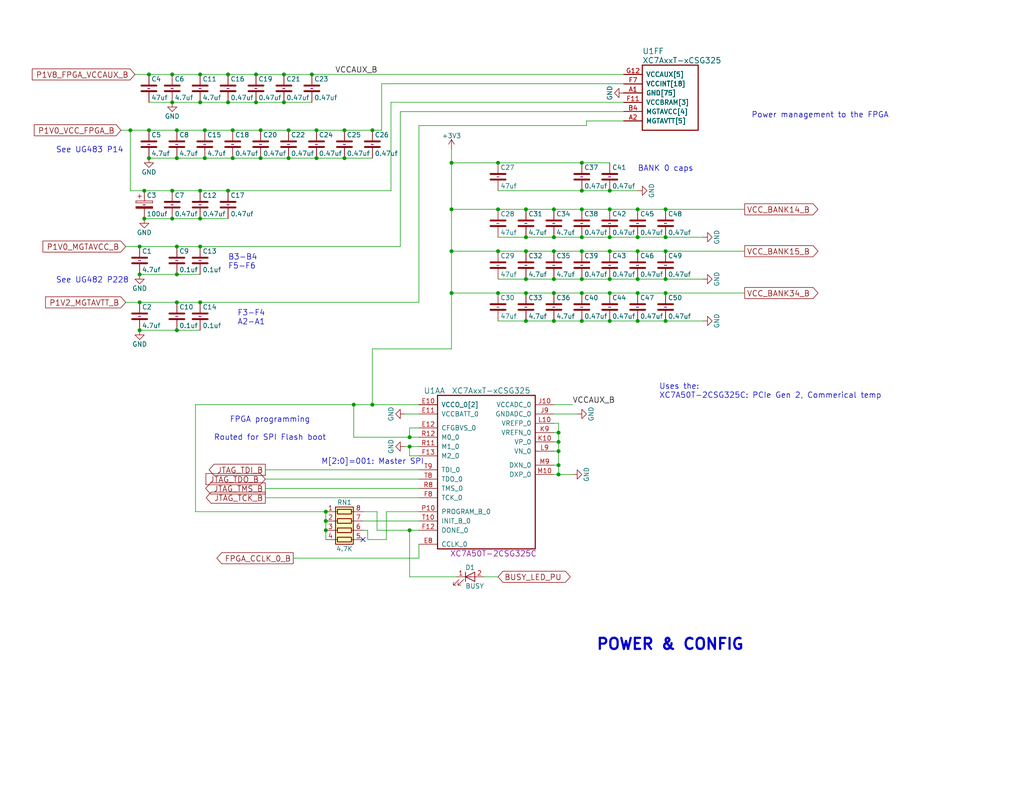
<source format=kicad_sch>
(kicad_sch (version 20250114) (generator "eeschema") (generator_version "9.0")
  (paper "A")
  (title_block (title "hFPGA") (date "2025-09-16") (rev "D") (company "Ethan Yang (github.com/ethanyangtaco115) & Stanely Wang") (comment 1 "A modification of the PicoEVB (github.com/RHSResearchLLC/PicoEVB)") (comment 2 "An expansion"))
  (lib_symbols
    (symbol "+3V3_1" (power) (pin_names (offset 0))
      (property "Value" "+3V3" (at 0 3.556 0))
      (symbol "+3V3_1_1_1"
        (pin power_in line (at 0 0 90) (length 0) (hide yes) (name "+3V3") (number "1"))
      )
    )
    (symbol "+3V3_2" (power) (pin_names (offset 0))
      (property "Value" "+3V3" (at 0 3.556 0))
      (symbol "+3V3_2_1_1"
        (pin power_in line (at 0 0 90) (length 0) (hide yes) (name "+3V3") (number "1"))
      )
    )
    (symbol "CP_1" (pin_numbers (hide yes)) (pin_names (offset 0.254))
      (property "Reference" "C" (at 0.635 2.54 0))
      (property "Value" "CP" (at 0.635 -2.54 0))
      (symbol "CP_1_1_1"
        (pin passive line (at 0 3.81 270) (length 2.794) (name "~") (number "1"))
        (pin passive line (at 0 -3.81 90) (length 2.794) (name "~") (number "2"))
      )
    )
    (symbol "CP_2" (pin_numbers (hide yes)) (pin_names (offset 0.254))
      (property "Reference" "C" (at 0.635 2.54 0))
      (property "Value" "CP" (at 0.635 -2.54 0))
      (symbol "CP_2_1_1"
        (pin passive line (at 0 3.81 270) (length 2.794) (name "~") (number "1"))
        (pin passive line (at 0 -3.81 90) (length 2.794) (name "~") (number "2"))
      )
    )
    (symbol "C_1" (pin_numbers (hide yes)) (pin_names (offset 0.254))
      (property "Reference" "C" (at 0.635 2.54 0))
      (property "Value" "C" (at 0.635 -2.54 0))
      (symbol "C_1_1_1"
        (pin passive line (at 0 3.81 270) (length 2.794) (name "~") (number "1"))
        (pin passive line (at 0 -3.81 90) (length 2.794) (name "~") (number "2"))
      )
    )
    (symbol "C_10" (pin_numbers (hide yes)) (pin_names (offset 0.254))
      (property "Reference" "C" (at 0.635 2.54 0))
      (property "Value" "C" (at 0.635 -2.54 0))
      (symbol "C_10_1_1"
        (pin passive line (at 0 3.81 270) (length 2.794) (name "~") (number "1"))
        (pin passive line (at 0 -3.81 90) (length 2.794) (name "~") (number "2"))
      )
    )
    (symbol "C_11" (pin_numbers (hide yes)) (pin_names (offset 0.254))
      (property "Reference" "C" (at 0.635 2.54 0))
      (property "Value" "C" (at 0.635 -2.54 0))
      (symbol "C_11_1_1"
        (pin passive line (at 0 3.81 270) (length 2.794) (name "~") (number "1"))
        (pin passive line (at 0 -3.81 90) (length 2.794) (name "~") (number "2"))
      )
    )
    (symbol "C_12" (pin_numbers (hide yes)) (pin_names (offset 0.254))
      (property "Reference" "C" (at 0.635 2.54 0))
      (property "Value" "C" (at 0.635 -2.54 0))
      (symbol "C_12_1_1"
        (pin passive line (at 0 3.81 270) (length 2.794) (name "~") (number "1"))
        (pin passive line (at 0 -3.81 90) (length 2.794) (name "~") (number "2"))
      )
    )
    (symbol "C_13" (pin_numbers (hide yes)) (pin_names (offset 0.254))
      (property "Reference" "C" (at 0.635 2.54 0))
      (property "Value" "C" (at 0.635 -2.54 0))
      (symbol "C_13_1_1"
        (pin passive line (at 0 3.81 270) (length 2.794) (name "~") (number "1"))
        (pin passive line (at 0 -3.81 90) (length 2.794) (name "~") (number "2"))
      )
    )
    (symbol "C_14" (pin_numbers (hide yes)) (pin_names (offset 0.254))
      (property "Reference" "C" (at 0.635 2.54 0))
      (property "Value" "C" (at 0.635 -2.54 0))
      (symbol "C_14_1_1"
        (pin passive line (at 0 3.81 270) (length 2.794) (name "~") (number "1"))
        (pin passive line (at 0 -3.81 90) (length 2.794) (name "~") (number "2"))
      )
    )
    (symbol "C_15" (pin_numbers (hide yes)) (pin_names (offset 0.254))
      (property "Reference" "C" (at 0.635 2.54 0))
      (property "Value" "C" (at 0.635 -2.54 0))
      (symbol "C_15_1_1"
        (pin passive line (at 0 3.81 270) (length 2.794) (name "~") (number "1"))
        (pin passive line (at 0 -3.81 90) (length 2.794) (name "~") (number "2"))
      )
    )
    (symbol "C_16" (pin_numbers (hide yes)) (pin_names (offset 0.254))
      (property "Reference" "C" (at 0.635 2.54 0))
      (property "Value" "C" (at 0.635 -2.54 0))
      (symbol "C_16_1_1"
        (pin passive line (at 0 3.81 270) (length 2.794) (name "~") (number "1"))
        (pin passive line (at 0 -3.81 90) (length 2.794) (name "~") (number "2"))
      )
    )
    (symbol "C_17" (pin_numbers (hide yes)) (pin_names (offset 0.254))
      (property "Reference" "C" (at 0.635 2.54 0))
      (property "Value" "C" (at 0.635 -2.54 0))
      (symbol "C_17_1_1"
        (pin passive line (at 0 3.81 270) (length 2.794) (name "~") (number "1"))
        (pin passive line (at 0 -3.81 90) (length 2.794) (name "~") (number "2"))
      )
    )
    (symbol "C_18" (pin_numbers (hide yes)) (pin_names (offset 0.254))
      (property "Reference" "C" (at 0.635 2.54 0))
      (property "Value" "C" (at 0.635 -2.54 0))
      (symbol "C_18_1_1"
        (pin passive line (at 0 3.81 270) (length 2.794) (name "~") (number "1"))
        (pin passive line (at 0 -3.81 90) (length 2.794) (name "~") (number "2"))
      )
    )
    (symbol "C_19" (pin_numbers (hide yes)) (pin_names (offset 0.254))
      (property "Reference" "C" (at 0.635 2.54 0))
      (property "Value" "C" (at 0.635 -2.54 0))
      (symbol "C_19_1_1"
        (pin passive line (at 0 3.81 270) (length 2.794) (name "~") (number "1"))
        (pin passive line (at 0 -3.81 90) (length 2.794) (name "~") (number "2"))
      )
    )
    (symbol "C_2" (pin_numbers (hide yes)) (pin_names (offset 0.254))
      (property "Reference" "C" (at 0.635 2.54 0))
      (property "Value" "C" (at 0.635 -2.54 0))
      (symbol "C_2_1_1"
        (pin passive line (at 0 3.81 270) (length 2.794) (name "~") (number "1"))
        (pin passive line (at 0 -3.81 90) (length 2.794) (name "~") (number "2"))
      )
    )
    (symbol "C_20" (pin_numbers (hide yes)) (pin_names (offset 0.254))
      (property "Reference" "C" (at 0.635 2.54 0))
      (property "Value" "C" (at 0.635 -2.54 0))
      (symbol "C_20_1_1"
        (pin passive line (at 0 3.81 270) (length 2.794) (name "~") (number "1"))
        (pin passive line (at 0 -3.81 90) (length 2.794) (name "~") (number "2"))
      )
    )
    (symbol "C_21" (pin_numbers (hide yes)) (pin_names (offset 0.254))
      (property "Reference" "C" (at 0.635 2.54 0))
      (property "Value" "C" (at 0.635 -2.54 0))
      (symbol "C_21_1_1"
        (pin passive line (at 0 3.81 270) (length 2.794) (name "~") (number "1"))
        (pin passive line (at 0 -3.81 90) (length 2.794) (name "~") (number "2"))
      )
    )
    (symbol "C_22" (pin_numbers (hide yes)) (pin_names (offset 0.254))
      (property "Reference" "C" (at 0.635 2.54 0))
      (property "Value" "C" (at 0.635 -2.54 0))
      (symbol "C_22_1_1"
        (pin passive line (at 0 3.81 270) (length 2.794) (name "~") (number "1"))
        (pin passive line (at 0 -3.81 90) (length 2.794) (name "~") (number "2"))
      )
    )
    (symbol "C_23" (pin_numbers (hide yes)) (pin_names (offset 0.254))
      (property "Reference" "C" (at 0.635 2.54 0))
      (property "Value" "C" (at 0.635 -2.54 0))
      (symbol "C_23_1_1"
        (pin passive line (at 0 3.81 270) (length 2.794) (name "~") (number "1"))
        (pin passive line (at 0 -3.81 90) (length 2.794) (name "~") (number "2"))
      )
    )
    (symbol "C_24" (pin_numbers (hide yes)) (pin_names (offset 0.254))
      (property "Reference" "C" (at 0.635 2.54 0))
      (property "Value" "C" (at 0.635 -2.54 0))
      (symbol "C_24_1_1"
        (pin passive line (at 0 3.81 270) (length 2.794) (name "~") (number "1"))
        (pin passive line (at 0 -3.81 90) (length 2.794) (name "~") (number "2"))
      )
    )
    (symbol "C_25" (pin_numbers (hide yes)) (pin_names (offset 0.254))
      (property "Reference" "C" (at 0.635 2.54 0))
      (property "Value" "C" (at 0.635 -2.54 0))
      (symbol "C_25_1_1"
        (pin passive line (at 0 3.81 270) (length 2.794) (name "~") (number "1"))
        (pin passive line (at 0 -3.81 90) (length 2.794) (name "~") (number "2"))
      )
    )
    (symbol "C_26" (pin_numbers (hide yes)) (pin_names (offset 0.254))
      (property "Reference" "C" (at 0.635 2.54 0))
      (property "Value" "C" (at 0.635 -2.54 0))
      (symbol "C_26_1_1"
        (pin passive line (at 0 3.81 270) (length 2.794) (name "~") (number "1"))
        (pin passive line (at 0 -3.81 90) (length 2.794) (name "~") (number "2"))
      )
    )
    (symbol "C_27" (pin_numbers (hide yes)) (pin_names (offset 0.254))
      (property "Reference" "C" (at 0.635 2.54 0))
      (property "Value" "C" (at 0.635 -2.54 0))
      (symbol "C_27_1_1"
        (pin passive line (at 0 3.81 270) (length 2.794) (name "~") (number "1"))
        (pin passive line (at 0 -3.81 90) (length 2.794) (name "~") (number "2"))
      )
    )
    (symbol "C_28" (pin_numbers (hide yes)) (pin_names (offset 0.254))
      (property "Reference" "C" (at 0.635 2.54 0))
      (property "Value" "C" (at 0.635 -2.54 0))
      (symbol "C_28_1_1"
        (pin passive line (at 0 3.81 270) (length 2.794) (name "~") (number "1"))
        (pin passive line (at 0 -3.81 90) (length 2.794) (name "~") (number "2"))
      )
    )
    (symbol "C_29" (pin_numbers (hide yes)) (pin_names (offset 0.254))
      (property "Reference" "C" (at 0.635 2.54 0))
      (property "Value" "C" (at 0.635 -2.54 0))
      (symbol "C_29_1_1"
        (pin passive line (at 0 3.81 270) (length 2.794) (name "~") (number "1"))
        (pin passive line (at 0 -3.81 90) (length 2.794) (name "~") (number "2"))
      )
    )
    (symbol "C_3" (pin_numbers (hide yes)) (pin_names (offset 0.254))
      (property "Reference" "C" (at 0.635 2.54 0))
      (property "Value" "C" (at 0.635 -2.54 0))
      (symbol "C_3_1_1"
        (pin passive line (at 0 3.81 270) (length 2.794) (name "~") (number "1"))
        (pin passive line (at 0 -3.81 90) (length 2.794) (name "~") (number "2"))
      )
    )
    (symbol "C_30" (pin_numbers (hide yes)) (pin_names (offset 0.254))
      (property "Reference" "C" (at 0.635 2.54 0))
      (property "Value" "C" (at 0.635 -2.54 0))
      (symbol "C_30_1_1"
        (pin passive line (at 0 3.81 270) (length 2.794) (name "~") (number "1"))
        (pin passive line (at 0 -3.81 90) (length 2.794) (name "~") (number "2"))
      )
    )
    (symbol "C_31" (pin_numbers (hide yes)) (pin_names (offset 0.254))
      (property "Reference" "C" (at 0.635 2.54 0))
      (property "Value" "C" (at 0.635 -2.54 0))
      (symbol "C_31_1_1"
        (pin passive line (at 0 3.81 270) (length 2.794) (name "~") (number "1"))
        (pin passive line (at 0 -3.81 90) (length 2.794) (name "~") (number "2"))
      )
    )
    (symbol "C_32" (pin_numbers (hide yes)) (pin_names (offset 0.254))
      (property "Reference" "C" (at 0.635 2.54 0))
      (property "Value" "C" (at 0.635 -2.54 0))
      (symbol "C_32_1_1"
        (pin passive line (at 0 3.81 270) (length 2.794) (name "~") (number "1"))
        (pin passive line (at 0 -3.81 90) (length 2.794) (name "~") (number "2"))
      )
    )
    (symbol "C_33" (pin_numbers (hide yes)) (pin_names (offset 0.254))
      (property "Reference" "C" (at 0.635 2.54 0))
      (property "Value" "C" (at 0.635 -2.54 0))
      (symbol "C_33_1_1"
        (pin passive line (at 0 3.81 270) (length 2.794) (name "~") (number "1"))
        (pin passive line (at 0 -3.81 90) (length 2.794) (name "~") (number "2"))
      )
    )
    (symbol "C_34" (pin_numbers (hide yes)) (pin_names (offset 0.254))
      (property "Reference" "C" (at 0.635 2.54 0))
      (property "Value" "C" (at 0.635 -2.54 0))
      (symbol "C_34_1_1"
        (pin passive line (at 0 3.81 270) (length 2.794) (name "~") (number "1"))
        (pin passive line (at 0 -3.81 90) (length 2.794) (name "~") (number "2"))
      )
    )
    (symbol "C_35" (pin_numbers (hide yes)) (pin_names (offset 0.254))
      (property "Reference" "C" (at 0.635 2.54 0))
      (property "Value" "C" (at 0.635 -2.54 0))
      (symbol "C_35_1_1"
        (pin passive line (at 0 3.81 270) (length 2.794) (name "~") (number "1"))
        (pin passive line (at 0 -3.81 90) (length 2.794) (name "~") (number "2"))
      )
    )
    (symbol "C_36" (pin_numbers (hide yes)) (pin_names (offset 0.254))
      (property "Reference" "C" (at 0.635 2.54 0))
      (property "Value" "C" (at 0.635 -2.54 0))
      (symbol "C_36_1_1"
        (pin passive line (at 0 3.81 270) (length 2.794) (name "~") (number "1"))
        (pin passive line (at 0 -3.81 90) (length 2.794) (name "~") (number "2"))
      )
    )
    (symbol "C_37" (pin_numbers (hide yes)) (pin_names (offset 0.254))
      (property "Reference" "C" (at 0.635 2.54 0))
      (property "Value" "C" (at 0.635 -2.54 0))
      (symbol "C_37_1_1"
        (pin passive line (at 0 3.81 270) (length 2.794) (name "~") (number "1"))
        (pin passive line (at 0 -3.81 90) (length 2.794) (name "~") (number "2"))
      )
    )
    (symbol "C_38" (pin_numbers (hide yes)) (pin_names (offset 0.254))
      (property "Reference" "C" (at 0.635 2.54 0))
      (property "Value" "C" (at 0.635 -2.54 0))
      (symbol "C_38_1_1"
        (pin passive line (at 0 3.81 270) (length 2.794) (name "~") (number "1"))
        (pin passive line (at 0 -3.81 90) (length 2.794) (name "~") (number "2"))
      )
    )
    (symbol "C_39" (pin_numbers (hide yes)) (pin_names (offset 0.254))
      (property "Reference" "C" (at 0.635 2.54 0))
      (property "Value" "C" (at 0.635 -2.54 0))
      (symbol "C_39_1_1"
        (pin passive line (at 0 3.81 270) (length 2.794) (name "~") (number "1"))
        (pin passive line (at 0 -3.81 90) (length 2.794) (name "~") (number "2"))
      )
    )
    (symbol "C_4" (pin_numbers (hide yes)) (pin_names (offset 0.254))
      (property "Reference" "C" (at 0.635 2.54 0))
      (property "Value" "C" (at 0.635 -2.54 0))
      (symbol "C_4_1_1"
        (pin passive line (at 0 3.81 270) (length 2.794) (name "~") (number "1"))
        (pin passive line (at 0 -3.81 90) (length 2.794) (name "~") (number "2"))
      )
    )
    (symbol "C_40" (pin_numbers (hide yes)) (pin_names (offset 0.254))
      (property "Reference" "C" (at 0.635 2.54 0))
      (property "Value" "C" (at 0.635 -2.54 0))
      (symbol "C_40_1_1"
        (pin passive line (at 0 3.81 270) (length 2.794) (name "~") (number "1"))
        (pin passive line (at 0 -3.81 90) (length 2.794) (name "~") (number "2"))
      )
    )
    (symbol "C_41" (pin_numbers (hide yes)) (pin_names (offset 0.254))
      (property "Reference" "C" (at 0.635 2.54 0))
      (property "Value" "C" (at 0.635 -2.54 0))
      (symbol "C_41_1_1"
        (pin passive line (at 0 3.81 270) (length 2.794) (name "~") (number "1"))
        (pin passive line (at 0 -3.81 90) (length 2.794) (name "~") (number "2"))
      )
    )
    (symbol "C_42" (pin_numbers (hide yes)) (pin_names (offset 0.254))
      (property "Reference" "C" (at 0.635 2.54 0))
      (property "Value" "C" (at 0.635 -2.54 0))
      (symbol "C_42_1_1"
        (pin passive line (at 0 3.81 270) (length 2.794) (name "~") (number "1"))
        (pin passive line (at 0 -3.81 90) (length 2.794) (name "~") (number "2"))
      )
    )
    (symbol "C_43" (pin_numbers (hide yes)) (pin_names (offset 0.254))
      (property "Reference" "C" (at 0.635 2.54 0))
      (property "Value" "C" (at 0.635 -2.54 0))
      (symbol "C_43_1_1"
        (pin passive line (at 0 3.81 270) (length 2.794) (name "~") (number "1"))
        (pin passive line (at 0 -3.81 90) (length 2.794) (name "~") (number "2"))
      )
    )
    (symbol "C_44" (pin_numbers (hide yes)) (pin_names (offset 0.254))
      (property "Reference" "C" (at 0.635 2.54 0))
      (property "Value" "C" (at 0.635 -2.54 0))
      (symbol "C_44_1_1"
        (pin passive line (at 0 3.81 270) (length 2.794) (name "~") (number "1"))
        (pin passive line (at 0 -3.81 90) (length 2.794) (name "~") (number "2"))
      )
    )
    (symbol "C_45" (pin_numbers (hide yes)) (pin_names (offset 0.254))
      (property "Reference" "C" (at 0.635 2.54 0))
      (property "Value" "C" (at 0.635 -2.54 0))
      (symbol "C_45_1_1"
        (pin passive line (at 0 3.81 270) (length 2.794) (name "~") (number "1"))
        (pin passive line (at 0 -3.81 90) (length 2.794) (name "~") (number "2"))
      )
    )
    (symbol "C_46" (pin_numbers (hide yes)) (pin_names (offset 0.254))
      (property "Reference" "C" (at 0.635 2.54 0))
      (property "Value" "C" (at 0.635 -2.54 0))
      (symbol "C_46_1_1"
        (pin passive line (at 0 3.81 270) (length 2.794) (name "~") (number "1"))
        (pin passive line (at 0 -3.81 90) (length 2.794) (name "~") (number "2"))
      )
    )
    (symbol "C_47" (pin_numbers (hide yes)) (pin_names (offset 0.254))
      (property "Reference" "C" (at 0.635 2.54 0))
      (property "Value" "C" (at 0.635 -2.54 0))
      (symbol "C_47_1_1"
        (pin passive line (at 0 3.81 270) (length 2.794) (name "~") (number "1"))
        (pin passive line (at 0 -3.81 90) (length 2.794) (name "~") (number "2"))
      )
    )
    (symbol "C_48" (pin_numbers (hide yes)) (pin_names (offset 0.254))
      (property "Reference" "C" (at 0.635 2.54 0))
      (property "Value" "C" (at 0.635 -2.54 0))
      (symbol "C_48_1_1"
        (pin passive line (at 0 3.81 270) (length 2.794) (name "~") (number "1"))
        (pin passive line (at 0 -3.81 90) (length 2.794) (name "~") (number "2"))
      )
    )
    (symbol "C_49" (pin_numbers (hide yes)) (pin_names (offset 0.254))
      (property "Reference" "C" (at 0.635 2.54 0))
      (property "Value" "C" (at 0.635 -2.54 0))
      (symbol "C_49_1_1"
        (pin passive line (at 0 3.81 270) (length 2.794) (name "~") (number "1"))
        (pin passive line (at 0 -3.81 90) (length 2.794) (name "~") (number "2"))
      )
    )
    (symbol "C_5" (pin_numbers (hide yes)) (pin_names (offset 0.254))
      (property "Reference" "C" (at 0.635 2.54 0))
      (property "Value" "C" (at 0.635 -2.54 0))
      (symbol "C_5_1_1"
        (pin passive line (at 0 3.81 270) (length 2.794) (name "~") (number "1"))
        (pin passive line (at 0 -3.81 90) (length 2.794) (name "~") (number "2"))
      )
    )
    (symbol "C_50" (pin_numbers (hide yes)) (pin_names (offset 0.254))
      (property "Reference" "C" (at 0.635 2.54 0))
      (property "Value" "C" (at 0.635 -2.54 0))
      (symbol "C_50_1_1"
        (pin passive line (at 0 3.81 270) (length 2.794) (name "~") (number "1"))
        (pin passive line (at 0 -3.81 90) (length 2.794) (name "~") (number "2"))
      )
    )
    (symbol "C_51" (pin_numbers (hide yes)) (pin_names (offset 0.254))
      (property "Reference" "C" (at 0.635 2.54 0))
      (property "Value" "C" (at 0.635 -2.54 0))
      (symbol "C_51_1_1"
        (pin passive line (at 0 3.81 270) (length 2.794) (name "~") (number "1"))
        (pin passive line (at 0 -3.81 90) (length 2.794) (name "~") (number "2"))
      )
    )
    (symbol "C_52" (pin_numbers (hide yes)) (pin_names (offset 0.254))
      (property "Reference" "C" (at 0.635 2.54 0))
      (property "Value" "C" (at 0.635 -2.54 0))
      (symbol "C_52_1_1"
        (pin passive line (at 0 3.81 270) (length 2.794) (name "~") (number "1"))
        (pin passive line (at 0 -3.81 90) (length 2.794) (name "~") (number "2"))
      )
    )
    (symbol "C_53" (pin_numbers (hide yes)) (pin_names (offset 0.254))
      (property "Reference" "C" (at 0.635 2.54 0))
      (property "Value" "C" (at 0.635 -2.54 0))
      (symbol "C_53_1_1"
        (pin passive line (at 0 3.81 270) (length 2.794) (name "~") (number "1"))
        (pin passive line (at 0 -3.81 90) (length 2.794) (name "~") (number "2"))
      )
    )
    (symbol "C_54" (pin_numbers (hide yes)) (pin_names (offset 0.254))
      (property "Reference" "C" (at 0.635 2.54 0))
      (property "Value" "C" (at 0.635 -2.54 0))
      (symbol "C_54_1_1"
        (pin passive line (at 0 3.81 270) (length 2.794) (name "~") (number "1"))
        (pin passive line (at 0 -3.81 90) (length 2.794) (name "~") (number "2"))
      )
    )
    (symbol "C_55" (pin_numbers (hide yes)) (pin_names (offset 0.254))
      (property "Reference" "C" (at 0.635 2.54 0))
      (property "Value" "C" (at 0.635 -2.54 0))
      (symbol "C_55_1_1"
        (pin passive line (at 0 3.81 270) (length 2.794) (name "~") (number "1"))
        (pin passive line (at 0 -3.81 90) (length 2.794) (name "~") (number "2"))
      )
    )
    (symbol "C_56" (pin_numbers (hide yes)) (pin_names (offset 0.254))
      (property "Reference" "C" (at 0.635 2.54 0))
      (property "Value" "C" (at 0.635 -2.54 0))
      (symbol "C_56_1_1"
        (pin passive line (at 0 3.81 270) (length 2.794) (name "~") (number "1"))
        (pin passive line (at 0 -3.81 90) (length 2.794) (name "~") (number "2"))
      )
    )
    (symbol "C_57" (pin_numbers (hide yes)) (pin_names (offset 0.254))
      (property "Reference" "C" (at 0.635 2.54 0))
      (property "Value" "C" (at 0.635 -2.54 0))
      (symbol "C_57_1_1"
        (pin passive line (at 0 3.81 270) (length 2.794) (name "~") (number "1"))
        (pin passive line (at 0 -3.81 90) (length 2.794) (name "~") (number "2"))
      )
    )
    (symbol "C_58" (pin_numbers (hide yes)) (pin_names (offset 0.254))
      (property "Reference" "C" (at 0.635 2.54 0))
      (property "Value" "C" (at 0.635 -2.54 0))
      (symbol "C_58_1_1"
        (pin passive line (at 0 3.81 270) (length 2.794) (name "~") (number "1"))
        (pin passive line (at 0 -3.81 90) (length 2.794) (name "~") (number "2"))
      )
    )
    (symbol "C_59" (pin_numbers (hide yes)) (pin_names (offset 0.254))
      (property "Reference" "C" (at 0.635 2.54 0))
      (property "Value" "C" (at 0.635 -2.54 0))
      (symbol "C_59_1_1"
        (pin passive line (at 0 3.81 270) (length 2.794) (name "~") (number "1"))
        (pin passive line (at 0 -3.81 90) (length 2.794) (name "~") (number "2"))
      )
    )
    (symbol "C_6" (pin_numbers (hide yes)) (pin_names (offset 0.254))
      (property "Reference" "C" (at 0.635 2.54 0))
      (property "Value" "C" (at 0.635 -2.54 0))
      (symbol "C_6_1_1"
        (pin passive line (at 0 3.81 270) (length 2.794) (name "~") (number "1"))
        (pin passive line (at 0 -3.81 90) (length 2.794) (name "~") (number "2"))
      )
    )
    (symbol "C_60" (pin_numbers (hide yes)) (pin_names (offset 0.254))
      (property "Reference" "C" (at 0.635 2.54 0))
      (property "Value" "C" (at 0.635 -2.54 0))
      (symbol "C_60_1_1"
        (pin passive line (at 0 3.81 270) (length 2.794) (name "~") (number "1"))
        (pin passive line (at 0 -3.81 90) (length 2.794) (name "~") (number "2"))
      )
    )
    (symbol "C_61" (pin_numbers (hide yes)) (pin_names (offset 0.254))
      (property "Reference" "C" (at 0.635 2.54 0))
      (property "Value" "C" (at 0.635 -2.54 0))
      (symbol "C_61_1_1"
        (pin passive line (at 0 3.81 270) (length 2.794) (name "~") (number "1"))
        (pin passive line (at 0 -3.81 90) (length 2.794) (name "~") (number "2"))
      )
    )
    (symbol "C_62" (pin_numbers (hide yes)) (pin_names (offset 0.254))
      (property "Reference" "C" (at 0.635 2.54 0))
      (property "Value" "C" (at 0.635 -2.54 0))
      (symbol "C_62_1_1"
        (pin passive line (at 0 3.81 270) (length 2.794) (name "~") (number "1"))
        (pin passive line (at 0 -3.81 90) (length 2.794) (name "~") (number "2"))
      )
    )
    (symbol "C_63" (pin_numbers (hide yes)) (pin_names (offset 0.254))
      (property "Reference" "C" (at 0.635 2.54 0))
      (property "Value" "C" (at 0.635 -2.54 0))
      (symbol "C_63_1_1"
        (pin passive line (at 0 3.81 270) (length 2.794) (name "~") (number "1"))
        (pin passive line (at 0 -3.81 90) (length 2.794) (name "~") (number "2"))
      )
    )
    (symbol "C_64" (pin_numbers (hide yes)) (pin_names (offset 0.254))
      (property "Reference" "C" (at 0.635 2.54 0))
      (property "Value" "C" (at 0.635 -2.54 0))
      (symbol "C_64_1_1"
        (pin passive line (at 0 3.81 270) (length 2.794) (name "~") (number "1"))
        (pin passive line (at 0 -3.81 90) (length 2.794) (name "~") (number "2"))
      )
    )
    (symbol "C_65" (pin_numbers (hide yes)) (pin_names (offset 0.254))
      (property "Reference" "C" (at 0.635 2.54 0))
      (property "Value" "C" (at 0.635 -2.54 0))
      (symbol "C_65_1_1"
        (pin passive line (at 0 3.81 270) (length 2.794) (name "~") (number "1"))
        (pin passive line (at 0 -3.81 90) (length 2.794) (name "~") (number "2"))
      )
    )
    (symbol "C_66" (pin_numbers (hide yes)) (pin_names (offset 0.254))
      (property "Reference" "C" (at 0.635 2.54 0))
      (property "Value" "C" (at 0.635 -2.54 0))
      (symbol "C_66_1_1"
        (pin passive line (at 0 3.81 270) (length 2.794) (name "~") (number "1"))
        (pin passive line (at 0 -3.81 90) (length 2.794) (name "~") (number "2"))
      )
    )
    (symbol "C_67" (pin_numbers (hide yes)) (pin_names (offset 0.254))
      (property "Reference" "C" (at 0.635 2.54 0))
      (property "Value" "C" (at 0.635 -2.54 0))
      (symbol "C_67_1_1"
        (pin passive line (at 0 3.81 270) (length 2.794) (name "~") (number "1"))
        (pin passive line (at 0 -3.81 90) (length 2.794) (name "~") (number "2"))
      )
    )
    (symbol "C_68" (pin_numbers (hide yes)) (pin_names (offset 0.254))
      (property "Reference" "C" (at 0.635 2.54 0))
      (property "Value" "C" (at 0.635 -2.54 0))
      (symbol "C_68_1_1"
        (pin passive line (at 0 3.81 270) (length 2.794) (name "~") (number "1"))
        (pin passive line (at 0 -3.81 90) (length 2.794) (name "~") (number "2"))
      )
    )
    (symbol "C_69" (pin_numbers (hide yes)) (pin_names (offset 0.254))
      (property "Reference" "C" (at 0.635 2.54 0))
      (property "Value" "C" (at 0.635 -2.54 0))
      (symbol "C_69_1_1"
        (pin passive line (at 0 3.81 270) (length 2.794) (name "~") (number "1"))
        (pin passive line (at 0 -3.81 90) (length 2.794) (name "~") (number "2"))
      )
    )
    (symbol "C_7" (pin_numbers (hide yes)) (pin_names (offset 0.254))
      (property "Reference" "C" (at 0.635 2.54 0))
      (property "Value" "C" (at 0.635 -2.54 0))
      (symbol "C_7_1_1"
        (pin passive line (at 0 3.81 270) (length 2.794) (name "~") (number "1"))
        (pin passive line (at 0 -3.81 90) (length 2.794) (name "~") (number "2"))
      )
    )
    (symbol "C_70" (pin_numbers (hide yes)) (pin_names (offset 0.254))
      (property "Reference" "C" (at 0.635 2.54 0))
      (property "Value" "C" (at 0.635 -2.54 0))
      (symbol "C_70_1_1"
        (pin passive line (at 0 3.81 270) (length 2.794) (name "~") (number "1"))
        (pin passive line (at 0 -3.81 90) (length 2.794) (name "~") (number "2"))
      )
    )
    (symbol "C_71" (pin_numbers (hide yes)) (pin_names (offset 0.254))
      (property "Reference" "C" (at 0.635 2.54 0))
      (property "Value" "C" (at 0.635 -2.54 0))
      (symbol "C_71_1_1"
        (pin passive line (at 0 3.81 270) (length 2.794) (name "~") (number "1"))
        (pin passive line (at 0 -3.81 90) (length 2.794) (name "~") (number "2"))
      )
    )
    (symbol "C_72" (pin_numbers (hide yes)) (pin_names (offset 0.254))
      (property "Reference" "C" (at 0.635 2.54 0))
      (property "Value" "C" (at 0.635 -2.54 0))
      (symbol "C_72_1_1"
        (pin passive line (at 0 3.81 270) (length 2.794) (name "~") (number "1"))
        (pin passive line (at 0 -3.81 90) (length 2.794) (name "~") (number "2"))
      )
    )
    (symbol "C_73" (pin_numbers (hide yes)) (pin_names (offset 0.254))
      (property "Reference" "C" (at 0.635 2.54 0))
      (property "Value" "C" (at 0.635 -2.54 0))
      (symbol "C_73_1_1"
        (pin passive line (at 0 3.81 270) (length 2.794) (name "~") (number "1"))
        (pin passive line (at 0 -3.81 90) (length 2.794) (name "~") (number "2"))
      )
    )
    (symbol "C_74" (pin_numbers (hide yes)) (pin_names (offset 0.254))
      (property "Reference" "C" (at 0.635 2.54 0))
      (property "Value" "C" (at 0.635 -2.54 0))
      (symbol "C_74_1_1"
        (pin passive line (at 0 3.81 270) (length 2.794) (name "~") (number "1"))
        (pin passive line (at 0 -3.81 90) (length 2.794) (name "~") (number "2"))
      )
    )
    (symbol "C_75" (pin_numbers (hide yes)) (pin_names (offset 0.254))
      (property "Reference" "C" (at 0.635 2.54 0))
      (property "Value" "C" (at 0.635 -2.54 0))
      (symbol "C_75_1_1"
        (pin passive line (at 0 3.81 270) (length 2.794) (name "~") (number "1"))
        (pin passive line (at 0 -3.81 90) (length 2.794) (name "~") (number "2"))
      )
    )
    (symbol "C_76" (pin_numbers (hide yes)) (pin_names (offset 0.254))
      (property "Reference" "C" (at 0.635 2.54 0))
      (property "Value" "C" (at 0.635 -2.54 0))
      (symbol "C_76_1_1"
        (pin passive line (at 0 3.81 270) (length 2.794) (name "~") (number "1"))
        (pin passive line (at 0 -3.81 90) (length 2.794) (name "~") (number "2"))
      )
    )
    (symbol "C_77" (pin_numbers (hide yes)) (pin_names (offset 0.254))
      (property "Reference" "C" (at 0.635 2.54 0))
      (property "Value" "C" (at 0.635 -2.54 0))
      (symbol "C_77_1_1"
        (pin passive line (at 0 3.81 270) (length 2.794) (name "~") (number "1"))
        (pin passive line (at 0 -3.81 90) (length 2.794) (name "~") (number "2"))
      )
    )
    (symbol "C_78" (pin_numbers (hide yes)) (pin_names (offset 0.254))
      (property "Reference" "C" (at 0.635 2.54 0))
      (property "Value" "C" (at 0.635 -2.54 0))
      (symbol "C_78_1_1"
        (pin passive line (at 0 3.81 270) (length 2.794) (name "~") (number "1"))
        (pin passive line (at 0 -3.81 90) (length 2.794) (name "~") (number "2"))
      )
    )
    (symbol "C_79" (pin_numbers (hide yes)) (pin_names (offset 0.254))
      (property "Reference" "C" (at 0.635 2.54 0))
      (property "Value" "C" (at 0.635 -2.54 0))
      (symbol "C_79_1_1"
        (pin passive line (at 0 3.81 270) (length 2.794) (name "~") (number "1"))
        (pin passive line (at 0 -3.81 90) (length 2.794) (name "~") (number "2"))
      )
    )
    (symbol "C_8" (pin_numbers (hide yes)) (pin_names (offset 0.254))
      (property "Reference" "C" (at 0.635 2.54 0))
      (property "Value" "C" (at 0.635 -2.54 0))
      (symbol "C_8_1_1"
        (pin passive line (at 0 3.81 270) (length 2.794) (name "~") (number "1"))
        (pin passive line (at 0 -3.81 90) (length 2.794) (name "~") (number "2"))
      )
    )
    (symbol "C_80" (pin_numbers (hide yes)) (pin_names (offset 0.254))
      (property "Reference" "C" (at 0.635 2.54 0))
      (property "Value" "C" (at 0.635 -2.54 0))
      (symbol "C_80_1_1"
        (pin passive line (at 0 3.81 270) (length 2.794) (name "~") (number "1"))
        (pin passive line (at 0 -3.81 90) (length 2.794) (name "~") (number "2"))
      )
    )
    (symbol "C_81" (pin_numbers (hide yes)) (pin_names (offset 0.254))
      (property "Reference" "C" (at 0.635 2.54 0))
      (property "Value" "C" (at 0.635 -2.54 0))
      (symbol "C_81_1_1"
        (pin passive line (at 0 3.81 270) (length 2.794) (name "~") (number "1"))
        (pin passive line (at 0 -3.81 90) (length 2.794) (name "~") (number "2"))
      )
    )
    (symbol "C_82" (pin_numbers (hide yes)) (pin_names (offset 0.254))
      (property "Reference" "C" (at 0.635 2.54 0))
      (property "Value" "C" (at 0.635 -2.54 0))
      (symbol "C_82_1_1"
        (pin passive line (at 0 3.81 270) (length 2.794) (name "~") (number "1"))
        (pin passive line (at 0 -3.81 90) (length 2.794) (name "~") (number "2"))
      )
    )
    (symbol "C_83" (pin_numbers (hide yes)) (pin_names (offset 0.254))
      (property "Reference" "C" (at 0.635 2.54 0))
      (property "Value" "C" (at 0.635 -2.54 0))
      (symbol "C_83_1_1"
        (pin passive line (at 0 3.81 270) (length 2.794) (name "~") (number "1"))
        (pin passive line (at 0 -3.81 90) (length 2.794) (name "~") (number "2"))
      )
    )
    (symbol "C_84" (pin_numbers (hide yes)) (pin_names (offset 0.254))
      (property "Reference" "C" (at 0.635 2.54 0))
      (property "Value" "C" (at 0.635 -2.54 0))
      (symbol "C_84_1_1"
        (pin passive line (at 0 3.81 270) (length 2.794) (name "~") (number "1"))
        (pin passive line (at 0 -3.81 90) (length 2.794) (name "~") (number "2"))
      )
    )
    (symbol "C_85" (pin_numbers (hide yes)) (pin_names (offset 0.254))
      (property "Reference" "C" (at 0.635 2.54 0))
      (property "Value" "C" (at 0.635 -2.54 0))
      (symbol "C_85_1_1"
        (pin passive line (at 0 3.81 270) (length 2.794) (name "~") (number "1"))
        (pin passive line (at 0 -3.81 90) (length 2.794) (name "~") (number "2"))
      )
    )
    (symbol "C_86" (pin_numbers (hide yes)) (pin_names (offset 0.254))
      (property "Reference" "C" (at 0.635 2.54 0))
      (property "Value" "C" (at 0.635 -2.54 0))
      (symbol "C_86_1_1"
        (pin passive line (at 0 3.81 270) (length 2.794) (name "~") (number "1"))
        (pin passive line (at 0 -3.81 90) (length 2.794) (name "~") (number "2"))
      )
    )
    (symbol "C_87" (pin_numbers (hide yes)) (pin_names (offset 0.254))
      (property "Reference" "C" (at 0.635 2.54 0))
      (property "Value" "C" (at 0.635 -2.54 0))
      (symbol "C_87_1_1"
        (pin passive line (at 0 3.81 270) (length 2.794) (name "~") (number "1"))
        (pin passive line (at 0 -3.81 90) (length 2.794) (name "~") (number "2"))
      )
    )
    (symbol "C_88" (pin_numbers (hide yes)) (pin_names (offset 0.254))
      (property "Reference" "C" (at 0.635 2.54 0))
      (property "Value" "C" (at 0.635 -2.54 0))
      (symbol "C_88_1_1"
        (pin passive line (at 0 3.81 270) (length 2.794) (name "~") (number "1"))
        (pin passive line (at 0 -3.81 90) (length 2.794) (name "~") (number "2"))
      )
    )
    (symbol "C_89" (pin_numbers (hide yes)) (pin_names (offset 0.254))
      (property "Reference" "C" (at 0.635 2.54 0))
      (property "Value" "C" (at 0.635 -2.54 0))
      (symbol "C_89_1_1"
        (pin passive line (at 0 3.81 270) (length 2.794) (name "~") (number "1"))
        (pin passive line (at 0 -3.81 90) (length 2.794) (name "~") (number "2"))
      )
    )
    (symbol "C_9" (pin_numbers (hide yes)) (pin_names (offset 0.254))
      (property "Reference" "C" (at 0.635 2.54 0))
      (property "Value" "C" (at 0.635 -2.54 0))
      (symbol "C_9_1_1"
        (pin passive line (at 0 3.81 270) (length 2.794) (name "~") (number "1"))
        (pin passive line (at 0 -3.81 90) (length 2.794) (name "~") (number "2"))
      )
    )
    (symbol "C_90" (pin_numbers (hide yes)) (pin_names (offset 0.254))
      (property "Reference" "C" (at 0.635 2.54 0))
      (property "Value" "C" (at 0.635 -2.54 0))
      (symbol "C_90_1_1"
        (pin passive line (at 0 3.81 270) (length 2.794) (name "~") (number "1"))
        (pin passive line (at 0 -3.81 90) (length 2.794) (name "~") (number "2"))
      )
    )
    (symbol "C_91" (pin_numbers (hide yes)) (pin_names (offset 0.254))
      (property "Reference" "C" (at 0.635 2.54 0))
      (property "Value" "C" (at 0.635 -2.54 0))
      (symbol "C_91_1_1"
        (pin passive line (at 0 3.81 270) (length 2.794) (name "~") (number "1"))
        (pin passive line (at 0 -3.81 90) (length 2.794) (name "~") (number "2"))
      )
    )
    (symbol "C_92" (pin_numbers (hide yes)) (pin_names (offset 0.254))
      (property "Reference" "C" (at 0.635 2.54 0))
      (property "Value" "C" (at 0.635 -2.54 0))
      (symbol "C_92_1_1"
        (pin passive line (at 0 3.81 270) (length 2.794) (name "~") (number "1"))
        (pin passive line (at 0 -3.81 90) (length 2.794) (name "~") (number "2"))
      )
    )
    (symbol "C_93" (pin_numbers (hide yes)) (pin_names (offset 0.254))
      (property "Reference" "C" (at 0.635 2.54 0))
      (property "Value" "C" (at 0.635 -2.54 0))
      (symbol "C_93_1_1"
        (pin passive line (at 0 3.81 270) (length 2.794) (name "~") (number "1"))
        (pin passive line (at 0 -3.81 90) (length 2.794) (name "~") (number "2"))
      )
    )
    (symbol "C_94" (pin_numbers (hide yes)) (pin_names (offset 0.254))
      (property "Reference" "C" (at 0.635 2.54 0))
      (property "Value" "C" (at 0.635 -2.54 0))
      (symbol "C_94_1_1"
        (pin passive line (at 0 3.81 270) (length 2.794) (name "~") (number "1"))
        (pin passive line (at 0 -3.81 90) (length 2.794) (name "~") (number "2"))
      )
    )
    (symbol "C_95" (pin_numbers (hide yes)) (pin_names (offset 0.254))
      (property "Reference" "C" (at 0.635 2.54 0))
      (property "Value" "C" (at 0.635 -2.54 0))
      (symbol "C_95_1_1"
        (pin passive line (at 0 3.81 270) (length 2.794) (name "~") (number "1"))
        (pin passive line (at 0 -3.81 90) (length 2.794) (name "~") (number "2"))
      )
    )
    (symbol "C_96" (pin_numbers (hide yes)) (pin_names (offset 0.254))
      (property "Reference" "C" (at 0.635 2.54 0))
      (property "Value" "C" (at 0.635 -2.54 0))
      (symbol "C_96_1_1"
        (pin passive line (at 0 3.81 270) (length 2.794) (name "~") (number "1"))
        (pin passive line (at 0 -3.81 90) (length 2.794) (name "~") (number "2"))
      )
    )
    (symbol "C_97" (pin_numbers (hide yes)) (pin_names (offset 0.254))
      (property "Reference" "C" (at 0.635 2.54 0))
      (property "Value" "C" (at 0.635 -2.54 0))
      (symbol "C_97_1_1"
        (pin passive line (at 0 3.81 270) (length 2.794) (name "~") (number "1"))
        (pin passive line (at 0 -3.81 90) (length 2.794) (name "~") (number "2"))
      )
    )
    (symbol "C_98" (pin_numbers (hide yes)) (pin_names (offset 0.254))
      (property "Reference" "C" (at 0.635 2.54 0))
      (property "Value" "C" (at 0.635 -2.54 0))
      (symbol "C_98_1_1"
        (pin passive line (at 0 3.81 270) (length 2.794) (name "~") (number "1"))
        (pin passive line (at 0 -3.81 90) (length 2.794) (name "~") (number "2"))
      )
    )
    (symbol "GND_1" (power) (pin_names (offset 0))
      (property "Value" "GND" (at 0 -3.81 0))
      (symbol "GND_1_1_1"
        (pin power_in line (at 0 0 270) (length 0) (hide yes) (name "GND") (number "1"))
      )
    )
    (symbol "GND_10" (power) (pin_names (offset 0))
      (property "Value" "GND" (at 0 -3.81 0))
      (symbol "GND_10_1_1"
        (pin power_in line (at 0 0 270) (length 0) (hide yes) (name "GND") (number "1"))
      )
    )
    (symbol "GND_11" (power) (pin_names (offset 0))
      (property "Value" "GND" (at 0 -3.81 0))
      (symbol "GND_11_1_1"
        (pin power_in line (at 0 0 270) (length 0) (hide yes) (name "GND") (number "1"))
      )
    )
    (symbol "GND_12" (power) (pin_names (offset 0))
      (property "Value" "GND" (at 0 -3.81 0))
      (symbol "GND_12_1_1"
        (pin power_in line (at 0 0 270) (length 0) (hide yes) (name "GND") (number "1"))
      )
    )
    (symbol "GND_13" (power) (pin_names (offset 0))
      (property "Value" "GND" (at 0 -3.81 0))
      (symbol "GND_13_1_1"
        (pin power_in line (at 0 0 270) (length 0) (hide yes) (name "GND") (number "1"))
      )
    )
    (symbol "GND_14" (power) (pin_names (offset 0))
      (property "Value" "GND" (at 0 -3.81 0))
      (symbol "GND_14_1_1"
        (pin power_in line (at 0 0 270) (length 0) (hide yes) (name "GND") (number "1"))
      )
    )
    (symbol "GND_15" (power) (pin_names (offset 0))
      (property "Value" "GND" (at 0 -3.81 0))
      (symbol "GND_15_1_1"
        (pin power_in line (at 0 0 270) (length 0) (hide yes) (name "GND") (number "1"))
      )
    )
    (symbol "GND_16" (power) (pin_names (offset 0))
      (property "Value" "GND" (at 0 -3.81 0))
      (symbol "GND_16_1_1"
        (pin power_in line (at 0 0 270) (length 0) (hide yes) (name "GND") (number "1"))
      )
    )
    (symbol "GND_17" (power) (pin_names (offset 0))
      (property "Value" "GND" (at 0 -3.81 0))
      (symbol "GND_17_1_1"
        (pin power_in line (at 0 0 270) (length 0) (hide yes) (name "GND") (number "1"))
      )
    )
    (symbol "GND_18" (power) (pin_names (offset 0))
      (property "Value" "GND" (at 0 -3.81 0))
      (symbol "GND_18_1_1"
        (pin power_in line (at 0 0 270) (length 0) (hide yes) (name "GND") (number "1"))
      )
    )
    (symbol "GND_19" (power) (pin_names (offset 0))
      (property "Value" "GND" (at 0 -3.81 0))
      (symbol "GND_19_1_1"
        (pin power_in line (at 0 0 270) (length 0) (hide yes) (name "GND") (number "1"))
      )
    )
    (symbol "GND_2" (power) (pin_names (offset 0))
      (property "Value" "GND" (at 0 -3.81 0))
      (symbol "GND_2_1_1"
        (pin power_in line (at 0 0 270) (length 0) (hide yes) (name "GND") (number "1"))
      )
    )
    (symbol "GND_20" (power) (pin_names (offset 0))
      (property "Value" "GND" (at 0 -3.81 0))
      (symbol "GND_20_1_1"
        (pin power_in line (at 0 0 270) (length 0) (hide yes) (name "GND") (number "1"))
      )
    )
    (symbol "GND_21" (power) (pin_names (offset 0))
      (property "Value" "GND" (at 0 -3.81 0))
      (symbol "GND_21_1_1"
        (pin power_in line (at 0 0 270) (length 0) (hide yes) (name "GND") (number "1"))
      )
    )
    (symbol "GND_22" (power) (pin_names (offset 0))
      (property "Value" "GND" (at 0 -3.81 0))
      (symbol "GND_22_1_1"
        (pin power_in line (at 0 0 270) (length 0) (hide yes) (name "GND") (number "1"))
      )
    )
    (symbol "GND_23" (power) (pin_names (offset 0))
      (property "Value" "GND" (at 0 -3.81 0))
      (symbol "GND_23_1_1"
        (pin power_in line (at 0 0 270) (length 0) (hide yes) (name "GND") (number "1"))
      )
    )
    (symbol "GND_24" (power) (pin_names (offset 0))
      (property "Value" "GND" (at 0 -3.81 0))
      (symbol "GND_24_1_1"
        (pin power_in line (at 0 0 270) (length 0) (hide yes) (name "GND") (number "1"))
      )
    )
    (symbol "GND_25" (power) (pin_names (offset 0))
      (property "Value" "GND" (at 0 -3.81 0))
      (symbol "GND_25_1_1"
        (pin power_in line (at 0 0 270) (length 0) (hide yes) (name "GND") (number "1"))
      )
    )
    (symbol "GND_26" (power) (pin_names (offset 0))
      (property "Value" "GND" (at 0 -3.81 0))
      (symbol "GND_26_1_1"
        (pin power_in line (at 0 0 270) (length 0) (hide yes) (name "GND") (number "1"))
      )
    )
    (symbol "GND_27" (power) (pin_names (offset 0))
      (property "Value" "GND" (at 0 -3.81 0))
      (symbol "GND_27_1_1"
        (pin power_in line (at 0 0 270) (length 0) (hide yes) (name "GND") (number "1"))
      )
    )
    (symbol "GND_28" (power) (pin_names (offset 0))
      (property "Value" "GND" (at 0 -3.81 0))
      (symbol "GND_28_1_1"
        (pin power_in line (at 0 0 270) (length 0) (hide yes) (name "GND") (number "1"))
      )
    )
    (symbol "GND_3" (power) (pin_names (offset 0))
      (property "Value" "GND" (at 0 -3.81 0))
      (symbol "GND_3_1_1"
        (pin power_in line (at 0 0 270) (length 0) (hide yes) (name "GND") (number "1"))
      )
    )
    (symbol "GND_4" (power) (pin_names (offset 0))
      (property "Value" "GND" (at 0 -3.81 0))
      (symbol "GND_4_1_1"
        (pin power_in line (at 0 0 270) (length 0) (hide yes) (name "GND") (number "1"))
      )
    )
    (symbol "GND_5" (power) (pin_names (offset 0))
      (property "Value" "GND" (at 0 -3.81 0))
      (symbol "GND_5_1_1"
        (pin power_in line (at 0 0 270) (length 0) (hide yes) (name "GND") (number "1"))
      )
    )
    (symbol "GND_6" (power) (pin_names (offset 0))
      (property "Value" "GND" (at 0 -3.81 0))
      (symbol "GND_6_1_1"
        (pin power_in line (at 0 0 270) (length 0) (hide yes) (name "GND") (number "1"))
      )
    )
    (symbol "GND_7" (power) (pin_names (offset 0))
      (property "Value" "GND" (at 0 -3.81 0))
      (symbol "GND_7_1_1"
        (pin power_in line (at 0 0 270) (length 0) (hide yes) (name "GND") (number "1"))
      )
    )
    (symbol "GND_8" (power) (pin_names (offset 0))
      (property "Value" "GND" (at 0 -3.81 0))
      (symbol "GND_8_1_1"
        (pin power_in line (at 0 0 270) (length 0) (hide yes) (name "GND") (number "1"))
      )
    )
    (symbol "GND_9" (power) (pin_names (offset 0))
      (property "Value" "GND" (at 0 -3.81 0))
      (symbol "GND_9_1_1"
        (pin power_in line (at 0 0 270) (length 0) (hide yes) (name "GND") (number "1"))
      )
    )
    (symbol "LED_1" (pin_names (offset 1.016) (hide yes))
      (property "Reference" "D" (at 0 2.54 0))
      (property "Value" "LED" (at 0 -2.54 0))
      (symbol "LED_1_1_1"
        (pin passive line (at -3.81 0 0) (length 2.54) (name "K") (number "1"))
        (pin passive line (at 3.81 0 180) (length 2.54) (name "A") (number "2"))
      )
    )
    (symbol "LED_2" (pin_names (offset 1.016) (hide yes))
      (property "Reference" "D" (at 0 2.54 0))
      (property "Value" "LED" (at 0 -2.54 0))
      (symbol "LED_2_1_1"
        (pin passive line (at -3.81 0 0) (length 2.54) (name "K") (number "1"))
        (pin passive line (at 3.81 0 180) (length 2.54) (name "A") (number "2"))
      )
    )
    (symbol "R_Pack04_1" (pin_names (offset 0) (hide yes))
      (property "Reference" "RN" (at -7.62 0 90))
      (property "Value" "R_Pack04" (at 5.08 0 90))
      (symbol "R_Pack04_1_1_1"
        (pin passive line (at -5.08 5.08 270) (length 2.54) (name "R1.2") (number "8"))
        (pin passive line (at -5.08 -5.08 90) (length 2.54) (name "R1.1") (number "1"))
        (pin passive line (at -2.54 5.08 270) (length 2.54) (name "R2.2") (number "7"))
        (pin passive line (at -2.54 -5.08 90) (length 2.54) (name "R2.1") (number "2"))
        (pin passive line (at 0 5.08 270) (length 2.54) (name "R3.2") (number "6"))
        (pin passive line (at 0 -5.08 90) (length 2.54) (name "R3.1") (number "3"))
        (pin passive line (at 2.54 5.08 270) (length 2.54) (name "R4.2") (number "5"))
        (pin passive line (at 2.54 -5.08 90) (length 2.54) (name "R4.1") (number "4"))
      )
    )
    (symbol "R_Pack04_2" (pin_names (offset 0) (hide yes))
      (property "Reference" "RN" (at -7.62 0 90))
      (property "Value" "R_Pack04" (at 5.08 0 90))
      (symbol "R_Pack04_2_1_1"
        (pin passive line (at -5.08 5.08 270) (length 2.54) (name "R1.2") (number "8"))
        (pin passive line (at -5.08 -5.08 90) (length 2.54) (name "R1.1") (number "1"))
        (pin passive line (at -2.54 5.08 270) (length 2.54) (name "R2.2") (number "7"))
        (pin passive line (at -2.54 -5.08 90) (length 2.54) (name "R2.1") (number "2"))
        (pin passive line (at 0 5.08 270) (length 2.54) (name "R3.2") (number "6"))
        (pin passive line (at 0 -5.08 90) (length 2.54) (name "R3.1") (number "3"))
        (pin passive line (at 2.54 5.08 270) (length 2.54) (name "R4.2") (number "5"))
        (pin passive line (at 2.54 -5.08 90) (length 2.54) (name "R4.1") (number "4"))
      )
    )
    (symbol "xc7a50tcsg325_1" (pin_names (offset 1.016))
      (property "Reference" "U" (at 1.27 3.81 0))
      (property "Value" "xc7a50tcsg325" (at 8.89 3.81 0))
      (symbol "xc7a50tcsg325_1_1_1"
        (pin power_in line (at 0 0 0) (length 5.08) (name "VCCO_0[2]") (number "E10"))
        (pin power_in line (at 0 0 0) (length 5.08) (name "VCCO_0[2]") (number "R10"))
        (pin power_in line (at 0 -2.54 0) (length 5.08) (name "VCCBATT_0") (number "E11"))
        (pin input line (at 0 -6.35 0) (length 5.08) (name "CFGBVS_0") (number "E12"))
        (pin input line (at 0 -8.89 0) (length 5.08) (name "M0_0") (number "R12"))
        (pin input line (at 0 -11.43 0) (length 5.08) (name "M1_0") (number "R11"))
        (pin input line (at 0 -13.97 0) (length 5.08) (name "M2_0") (number "F13"))
        (pin input line (at 0 -17.78 0) (length 5.08) (name "TDI_0") (number "T9"))
        (pin output line (at 0 -20.32 0) (length 5.08) (name "TDO_0") (number "T8"))
        (pin input line (at 0 -22.86 0) (length 5.08) (name "TMS_0") (number "R8"))
        (pin input line (at 0 -25.4 0) (length 5.08) (name "TCK_0") (number "F8"))
        (pin input line (at 0 -29.21 0) (length 5.08) (name "PROGRAM_B_0") (number "P10"))
        (pin input line (at 0 -31.75 0) (length 5.08) (name "INIT_B_0") (number "T10"))
        (pin output line (at 0 -34.29 0) (length 5.08) (name "DONE_0") (number "F12"))
        (pin input line (at 0 -38.1 0) (length 5.08) (name "CCLK_0") (number "E8"))
        (pin power_in line (at 36.83 0 180) (length 5.08) (name "VCCADC_0") (number "J10"))
        (pin power_in line (at 36.83 -2.54 180) (length 5.08) (name "GNDADC_0") (number "J9"))
        (pin input line (at 36.83 -5.08 180) (length 5.08) (name "VREFP_0") (number "L10"))
        (pin input line (at 36.83 -7.62 180) (length 5.08) (name "VREFN_0") (number "K9"))
        (pin input line (at 36.83 -10.16 180) (length 5.08) (name "VP_0") (number "K10"))
        (pin input line (at 36.83 -12.7 180) (length 5.08) (name "VN_0") (number "L9"))
        (pin passive line (at 36.83 -16.51 180) (length 5.08) (name "DXN_0") (number "M9"))
        (pin passive line (at 36.83 -19.05 180) (length 5.08) (name "DXP_0") (number "M10"))
      )
      (symbol "xc7a50tcsg325_1_2_1"
        (pin bidirectional line (at 0 0 0) (length 5.08) (name "IO_0_14") (number "L14"))
        (pin bidirectional line (at 0 -2.54 0) (length 5.08) (name "IO_L1P_T0_D00_MOSI_14") (number "K16"))
        (pin bidirectional line (at 0 -5.08 0) (length 5.08) (name "IO_L1N_T0_D01_DIN_14") (number "L17"))
        (pin bidirectional line (at 0 -7.62 0) (length 5.08) (name "IO_L2P_T0_D02_14") (number "J15"))
        (pin bidirectional line (at 0 -10.16 0) (length 5.08) (name "IO_L2N_T0_D03_14") (number "J16"))
        (pin bidirectional line (at 0 -12.7 0) (length 5.08) (name "IO_L3P_T0_DQS_PUDC_B_14") (number "J18"))
        (pin bidirectional line (at 0 -15.24 0) (length 5.08) (name "IO_L3N_T0_DQS_EMCCLK_14") (number "K18"))
        (pin bidirectional line (at 0 -17.78 0) (length 5.08) (name "IO_L4P_T0_D04_14") (number "K17"))
        (pin bidirectional line (at 0 -20.32 0) (length 5.08) (name "IO_L4N_T0_D05_14") (number "L18"))
        (pin bidirectional line (at 0 -22.86 0) (length 5.08) (name "IO_L5P_T0_D06_14") (number "J14"))
        (pin bidirectional line (at 0 -25.4 0) (length 5.08) (name "IO_L5N_T0_D07_14") (number "K15"))
        (pin bidirectional line (at 0 -27.94 0) (length 5.08) (name "IO_L6P_T0_FCS_B_14") (number "L15"))
        (pin bidirectional line (at 0 -30.48 0) (length 5.08) (name "IO_L6N_T0_D08_VREF_14") (number "M15"))
        (pin bidirectional line (at 0 -33.02 0) (length 5.08) (name "IO_L7P_T1_D09_14") (number "M16"))
        (pin bidirectional line (at 0 -35.56 0) (length 5.08) (name "IO_L7N_T1_D10_14") (number "M17"))
        (pin bidirectional line (at 0 -38.1 0) (length 5.08) (name "IO_L8P_T1_D11_14") (number "M14"))
        (pin bidirectional line (at 0 -40.64 0) (length 5.08) (name "IO_L8N_T1_D12_14") (number "N14"))
        (pin bidirectional line (at 0 -43.18 0) (length 5.08) (name "IO_L9P_T1_DQS_14") (number "N16"))
        (pin bidirectional line (at 0 -45.72 0) (length 5.08) (name "IO_L9N_T1_DQS_D13_14") (number "N17"))
        (pin bidirectional line (at 0 -48.26 0) (length 5.08) (name "IO_L10P_T1_D14_14") (number "N18"))
        (pin bidirectional line (at 0 -50.8 0) (length 5.08) (name "IO_L10N_T1_D15_14") (number "P18"))
        (pin bidirectional line (at 0 -53.34 0) (length 5.08) (name "IO_L11P_T1_SRCC_14") (number "P15"))
        (pin bidirectional line (at 0 -55.88 0) (length 5.08) (name "IO_L11N_T1_SRCC_14") (number "P16"))
        (pin bidirectional line (at 0 -58.42 0) (length 5.08) (name "IO_L12P_T1_MRCC_14") (number "P14"))
        (pin bidirectional line (at 0 -60.96 0) (length 5.08) (name "IO_L12N_T1_MRCC_14") (number "R15"))
        (pin bidirectional line (at 0 -63.5 0) (length 5.08) (name "IO_L13P_T2_MRCC_14") (number "T14"))
        (pin bidirectional line (at 0 -66.04 0) (length 5.08) (name "IO_L13N_T2_MRCC_14") (number "T15"))
        (pin bidirectional line (at 0 -68.58 0) (length 5.08) (name "IO_L14P_T2_SRCC_14") (number "R16"))
        (pin bidirectional line (at 0 -71.12 0) (length 5.08) (name "IO_L14N_T2_SRCC_14") (number "R17"))
        (pin bidirectional line (at 0 -73.66 0) (length 5.08) (name "IO_L15P_T2_DQS_RDWR_B_14") (number "R18"))
        (pin bidirectional line (at 0 -76.2 0) (length 5.08) (name "IO_L15N_T2_DQS_DOUT_CSO_B_14") (number "T18"))
        (pin bidirectional line (at 0 -78.74 0) (length 5.08) (name "IO_L16P_T2_CSI_B_14") (number "T17"))
        (pin bidirectional line (at 0 -81.28 0) (length 5.08) (name "IO_L16N_T2_A15_D31_14") (number "U17"))
        (pin bidirectional line (at 0 -83.82 0) (length 5.08) (name "IO_L17P_T2_A14_D30_14") (number "U15"))
        (pin bidirectional line (at 0 -86.36 0) (length 5.08) (name "IO_L17N_T2_A13_D29_14") (number "U16"))
        (pin bidirectional line (at 0 -88.9 0) (length 5.08) (name "IO_L18P_T2_A12_D28_14") (number "V16"))
        (pin bidirectional line (at 0 -91.44 0) (length 5.08) (name "IO_L18N_T2_A11_D27_14") (number "V17"))
        (pin bidirectional line (at 0 -93.98 0) (length 5.08) (name "IO_L19P_T3_A10_D26_14") (number "R13"))
        (pin bidirectional line (at 0 -96.52 0) (length 5.08) (name "IO_L19N_T3_A09_D25_VREF_14") (number "T13"))
        (pin bidirectional line (at 0 -99.06 0) (length 5.08) (name "IO_L20P_T3_A08_D24_14") (number "U14"))
        (pin bidirectional line (at 0 -101.6 0) (length 5.08) (name "IO_L20N_T3_A07_D23_14") (number "V14"))
        (pin bidirectional line (at 0 -104.14 0) (length 5.08) (name "IO_L21P_T3_DQS_14") (number "V12"))
        (pin bidirectional line (at 0 -106.68 0) (length 5.08) (name "IO_L21N_T3_DQS_A06_D22_14") (number "V13"))
        (pin bidirectional line (at 0 -109.22 0) (length 5.08) (name "IO_L22P_T3_A05_D21_14") (number "T12"))
        (pin bidirectional line (at 0 -111.76 0) (length 5.08) (name "IO_L22N_T3_A04_D20_14") (number "U12"))
        (pin bidirectional line (at 0 -114.3 0) (length 5.08) (name "IO_L23P_T3_A03_D19_14") (number "U11"))
        (pin bidirectional line (at 0 -116.84 0) (length 5.08) (name "IO_L23N_T3_A02_D18_14") (number "V11"))
        (pin bidirectional line (at 0 -119.38 0) (length 5.08) (name "IO_L24P_T3_A01_D17_14") (number "U9"))
        (pin bidirectional line (at 0 -121.92 0) (length 5.08) (name "IO_L24N_T3_A00_D16_14") (number "V9"))
        (pin bidirectional line (at 0 -124.46 0) (length 5.08) (name "IO_25_14") (number "U10"))
        (pin power_in line (at 0 -127 0) (length 5.08) (name "VCCO_14[7]") (number "L16"))
        (pin power_in line (at 0 -127 0) (length 5.08) (name "VCCO_14[7]") (number "P17"))
        (pin power_in line (at 0 -127 0) (length 5.08) (name "VCCO_14[7]") (number "R14"))
        (pin power_in line (at 0 -127 0) (length 5.08) (name "VCCO_14[7]") (number "T11"))
        (pin power_in line (at 0 -127 0) (length 5.08) (name "VCCO_14[7]") (number "U18"))
        (pin power_in line (at 0 -127 0) (length 5.08) (name "VCCO_14[7]") (number "U8"))
        (pin power_in line (at 0 -127 0) (length 5.08) (name "VCCO_14[7]") (number "V15"))
      )
      (symbol "xc7a50tcsg325_1_3_1"
        (pin bidirectional line (at 0 0 0) (length 5.08) (name "IO_0_15") (number "D10"))
        (pin bidirectional line (at 0 -2.54 0) (length 5.08) (name "IO_L1P_T0_AD0P_15") (number "D8"))
        (pin bidirectional line (at 0 -5.08 0) (length 5.08) (name "IO_L1N_T0_AD0N_15") (number "C8"))
        (pin bidirectional line (at 0 -7.62 0) (length 5.08) (name "IO_L2P_T0_AD8P_15") (number "D9"))
        (pin bidirectional line (at 0 -10.16 0) (length 5.08) (name "IO_L2N_T0_AD8N_15") (number "C9"))
        (pin bidirectional line (at 0 -12.7 0) (length 5.08) (name "IO_L3P_T0_DQS_AD1P_15") (number "B9"))
        (pin bidirectional line (at 0 -15.24 0) (length 5.08) (name "IO_L3N_T0_DQS_AD1N_15") (number "A9"))
        (pin bidirectional line (at 0 -17.78 0) (length 5.08) (name "IO_L4P_T0_15") (number "C11"))
        (pin bidirectional line (at 0 -20.32 0) (length 5.08) (name "IO_L4N_T0_15") (number "B11"))
        (pin bidirectional line (at 0 -22.86 0) (length 5.08) (name "IO_L5P_T0_AD9P_15") (number "B10"))
        (pin bidirectional line (at 0 -25.4 0) (length 5.08) (name "IO_L5N_T0_AD9N_15") (number "A10"))
        (pin bidirectional line (at 0 -27.94 0) (length 5.08) (name "IO_L6P_T0_15") (number "D11"))
        (pin bidirectional line (at 0 -30.48 0) (length 5.08) (name "IO_L6N_T0_VREF_15") (number "C12"))
        (pin bidirectional line (at 0 -33.02 0) (length 5.08) (name "IO_L7P_T1_AD2P_15") (number "B12"))
        (pin bidirectional line (at 0 -35.56 0) (length 5.08) (name "IO_L7N_T1_AD2N_15") (number "A12"))
        (pin bidirectional line (at 0 -38.1 0) (length 5.08) (name "IO_L8P_T1_AD10P_15") (number "A13"))
        (pin bidirectional line (at 0 -40.64 0) (length 5.08) (name "IO_L8N_T1_AD10N_15") (number "A14"))
        (pin bidirectional line (at 0 -43.18 0) (length 5.08) (name "IO_L9P_T1_DQS_AD3P_15") (number "C14"))
        (pin bidirectional line (at 0 -45.72 0) (length 5.08) (name "IO_L9N_T1_DQS_AD3N_15") (number "B15"))
        (pin bidirectional line (at 0 -48.26 0) (length 5.08) (name "IO_L10P_T1_AD11P_15") (number "B14"))
        (pin bidirectional line (at 0 -50.8 0) (length 5.08) (name "IO_L10N_T1_AD11N_15") (number "A15"))
        (pin bidirectional line (at 0 -53.34 0) (length 5.08) (name "IO_L11P_T1_SRCC_15") (number "D13"))
        (pin bidirectional line (at 0 -55.88 0) (length 5.08) (name "IO_L11N_T1_SRCC_15") (number "C13"))
        (pin bidirectional line (at 0 -58.42 0) (length 5.08) (name "IO_L12P_T1_MRCC_15") (number "E13"))
        (pin bidirectional line (at 0 -60.96 0) (length 5.08) (name "IO_L12N_T1_MRCC_15") (number "D14"))
        (pin bidirectional line (at 0 -63.5 0) (length 5.08) (name "IO_L13P_T2_MRCC_15") (number "E15"))
        (pin bidirectional line (at 0 -66.04 0) (length 5.08) (name "IO_L13N_T2_MRCC_15") (number "D15"))
        (pin bidirectional line (at 0 -68.58 0) (length 5.08) (name "IO_L14P_T2_SRCC_15") (number "E16"))
        (pin bidirectional line (at 0 -71.12 0) (length 5.08) (name "IO_L14N_T2_SRCC_15") (number "D16"))
        (pin bidirectional line (at 0 -73.66 0) (length 5.08) (name "IO_L15P_T2_DQS_15") (number "B16"))
        (pin bidirectional line (at 0 -76.2 0) (length 5.08) (name "IO_L15N_T2_DQS_ADV_B_15") (number "A17"))
        (pin bidirectional line (at 0 -78.74 0) (length 5.08) (name "IO_L16P_T2_A28_15") (number "C16"))
        (pin bidirectional line (at 0 -81.28 0) (length 5.08) (name "IO_L16N_T2_A27_15") (number "B17"))
        (pin bidirectional line (at 0 -83.82 0) (length 5.08) (name "IO_L17P_T2_A26_15") (number "E17"))
        (pin bidirectional line (at 0 -86.36 0) (length 5.08) (name "IO_L17N_T2_A25_15") (number "D18"))
        (pin bidirectional line (at 0 -88.9 0) (length 5.08) (name "IO_L18P_T2_A24_15") (number "C17"))
        (pin bidirectional line (at 0 -91.44 0) (length 5.08) (name "IO_L18N_T2_A23_15") (number "C18"))
        (pin bidirectional line (at 0 -93.98 0) (length 5.08) (name "IO_L19P_T3_A22_15") (number "G17"))
        (pin bidirectional line (at 0 -96.52 0) (length 5.08) (name "IO_L19N_T3_A21_VREF_15") (number "F18"))
        (pin bidirectional line (at 0 -99.06 0) (length 5.08) (name "IO_L20P_T3_A20_15") (number "H16"))
        (pin bidirectional line (at 0 -101.6 0) (length 5.08) (name "IO_L20N_T3_A19_15") (number "G16"))
        (pin bidirectional line (at 0 -104.14 0) (length 5.08) (name "IO_L21P_T3_DQS_15") (number "G15"))
        (pin bidirectional line (at 0 -106.68 0) (length 5.08) (name "IO_L21N_T3_DQS_A18_15") (number "F15"))
        (pin bidirectional line (at 0 -109.22 0) (length 5.08) (name "IO_L22P_T3_A17_15") (number "G14"))
        (pin bidirectional line (at 0 -111.76 0) (length 5.08) (name "IO_L22N_T3_A16_15") (number "F14"))
        (pin bidirectional line (at 0 -114.3 0) (length 5.08) (name "IO_L23P_T3_FOE_B_15") (number "H17"))
        (pin bidirectional line (at 0 -116.84 0) (length 5.08) (name "IO_L23N_T3_FWE_B_15") (number "H18"))
        (pin bidirectional line (at 0 -119.38 0) (length 5.08) (name "IO_L24P_T3_RS1_15") (number "F17"))
        (pin bidirectional line (at 0 -121.92 0) (length 5.08) (name "IO_L24N_T3_RS0_15") (number "E18"))
        (pin bidirectional line (at 0 -124.46 0) (length 5.08) (name "IO_25_15") (number "H14"))
        (pin power_in line (at 0 -127 0) (length 5.08) (name "VCCO_15[7]") (number "A16"))
        (pin power_in line (at 0 -127 0) (length 5.08) (name "VCCO_15[7]") (number "B13"))
        (pin power_in line (at 0 -127 0) (length 5.08) (name "VCCO_15[7]") (number "C10"))
        (pin power_in line (at 0 -127 0) (length 5.08) (name "VCCO_15[7]") (number "D17"))
        (pin power_in line (at 0 -127 0) (length 5.08) (name "VCCO_15[7]") (number "E14"))
        (pin power_in line (at 0 -127 0) (length 5.08) (name "VCCO_15[7]") (number "G18"))
        (pin power_in line (at 0 -127 0) (length 5.08) (name "VCCO_15[7]") (number "H15"))
      )
      (symbol "xc7a50tcsg325_1_4_1"
        (pin bidirectional line (at 0 0 0) (length 5.08) (name "IO_0_34") (number "J6"))
        (pin bidirectional line (at 0 -2.54 0) (length 5.08) (name "IO_L1P_T0_34") (number "K6"))
        (pin bidirectional line (at 0 -5.08 0) (length 5.08) (name "IO_L1N_T0_34") (number "K5"))
        (pin bidirectional line (at 0 -7.62 0) (length 5.08) (name "IO_L2P_T0_34") (number "J5"))
        (pin bidirectional line (at 0 -10.16 0) (length 5.08) (name "IO_L2N_T0_34") (number "J4"))
        (pin bidirectional line (at 0 -12.7 0) (length 5.08) (name "IO_L3P_T0_DQS_34") (number "K2"))
        (pin bidirectional line (at 0 -15.24 0) (length 5.08) (name "IO_L3N_T0_DQS_34") (number "K1"))
        (pin bidirectional line (at 0 -17.78 0) (length 5.08) (name "IO_L4P_T0_34") (number "K3"))
        (pin bidirectional line (at 0 -20.32 0) (length 5.08) (name "IO_L4N_T0_34") (number "L2"))
        (pin bidirectional line (at 0 -22.86 0) (length 5.08) (name "IO_L5P_T0_34") (number "L4"))
        (pin bidirectional line (at 0 -25.4 0) (length 5.08) (name "IO_L5N_T0_34") (number "L3"))
        (pin bidirectional line (at 0 -27.94 0) (length 5.08) (name "IO_L6P_T0_34") (number "L5"))
        (pin bidirectional line (at 0 -30.48 0) (length 5.08) (name "IO_L6N_T0_VREF_34") (number "M5"))
        (pin bidirectional line (at 0 -33.02 0) (length 5.08) (name "IO_L7P_T1_34") (number "M2"))
        (pin bidirectional line (at 0 -35.56 0) (length 5.08) (name "IO_L7N_T1_34") (number "M1"))
        (pin bidirectional line (at 0 -38.1 0) (length 5.08) (name "IO_L8P_T1_34") (number "M6"))
        (pin bidirectional line (at 0 -40.64 0) (length 5.08) (name "IO_L8N_T1_34") (number "N6"))
        (pin bidirectional line (at 0 -43.18 0) (length 5.08) (name "IO_L9P_T1_DQS_34") (number "N1"))
        (pin bidirectional line (at 0 -45.72 0) (length 5.08) (name "IO_L9N_T1_DQS_34") (number "P1"))
        (pin bidirectional line (at 0 -48.26 0) (length 5.08) (name "IO_L10P_T1_34") (number "M4"))
        (pin bidirectional line (at 0 -50.8 0) (length 5.08) (name "IO_L10N_T1_34") (number "N4"))
        (pin bidirectional line (at 0 -53.34 0) (length 5.08) (name "IO_L11P_T1_SRCC_34") (number "N3"))
        (pin bidirectional line (at 0 -55.88 0) (length 5.08) (name "IO_L11N_T1_SRCC_34") (number "N2"))
        (pin bidirectional line (at 0 -58.42 0) (length 5.08) (name "IO_L12P_T1_MRCC_34") (number "P4"))
        (pin bidirectional line (at 0 -60.96 0) (length 5.08) (name "IO_L12N_T1_MRCC_34") (number "P3"))
        (pin bidirectional line (at 0 -63.5 0) (length 5.08) (name "IO_L13P_T2_MRCC_34") (number "R2"))
        (pin bidirectional line (at 0 -66.04 0) (length 5.08) (name "IO_L13N_T2_MRCC_34") (number "R1"))
        (pin bidirectional line (at 0 -68.58 0) (length 5.08) (name "IO_L14P_T2_SRCC_34") (number "R3"))
        (pin bidirectional line (at 0 -71.12 0) (length 5.08) (name "IO_L14N_T2_SRCC_34") (number "T2"))
        (pin bidirectional line (at 0 -73.66 0) (length 5.08) (name "IO_L15P_T2_DQS_34") (number "U2"))
        (pin bidirectional line (at 0 -76.2 0) (length 5.08) (name "IO_L15N_T2_DQS_34") (number "U1"))
        (pin bidirectional line (at 0 -78.74 0) (length 5.08) (name "IO_L16P_T2_34") (number "V3"))
        (pin bidirectional line (at 0 -81.28 0) (length 5.08) (name "IO_L16N_T2_34") (number "V2"))
        (pin bidirectional line (at 0 -83.82 0) (length 5.08) (name "IO_L17P_T2_34") (number "T4"))
        (pin bidirectional line (at 0 -86.36 0) (length 5.08) (name "IO_L17N_T2_34") (number "T3"))
        (pin bidirectional line (at 0 -88.9 0) (length 5.08) (name "IO_L18P_T2_34") (number "U4"))
        (pin bidirectional line (at 0 -91.44 0) (length 5.08) (name "IO_L18N_T2_34") (number "V4"))
        (pin bidirectional line (at 0 -93.98 0) (length 5.08) (name "IO_L19P_T3_34") (number "P6"))
        (pin bidirectional line (at 0 -96.52 0) (length 5.08) (name "IO_L19N_T3_VREF_34") (number "P5"))
        (pin bidirectional line (at 0 -99.06 0) (length 5.08) (name "IO_L20P_T3_34") (number "U6"))
        (pin bidirectional line (at 0 -101.6 0) (length 5.08) (name "IO_L20N_T3_34") (number "U5"))
        (pin bidirectional line (at 0 -104.14 0) (length 5.08) (name "IO_L21P_T3_DQS_34") (number "R5"))
        (pin bidirectional line (at 0 -106.68 0) (length 5.08) (name "IO_L21N_T3_DQS_34") (number "T5"))
        (pin bidirectional line (at 0 -109.22 0) (length 5.08) (name "IO_L22P_T3_34") (number "R7"))
        (pin bidirectional line (at 0 -111.76 0) (length 5.08) (name "IO_L22N_T3_34") (number "T7"))
        (pin bidirectional line (at 0 -114.3 0) (length 5.08) (name "IO_L23P_T3_34") (number "U7"))
        (pin bidirectional line (at 0 -116.84 0) (length 5.08) (name "IO_L23N_T3_34") (number "V6"))
        (pin bidirectional line (at 0 -119.38 0) (length 5.08) (name "IO_L24P_T3_34") (number "V8"))
        (pin bidirectional line (at 0 -121.92 0) (length 5.08) (name "IO_L24N_T3_34") (number "V7"))
        (pin bidirectional line (at 0 -124.46 0) (length 5.08) (name "IO_25_34") (number "R6"))
        (pin power_in line (at 0 -127 0) (length 5.08) (name "VCCO_34[6]") (number "L6"))
        (pin power_in line (at 0 -127 0) (length 5.08) (name "VCCO_34[6]") (number "M3"))
        (pin power_in line (at 0 -127 0) (length 5.08) (name "VCCO_34[6]") (number "P7"))
        (pin power_in line (at 0 -127 0) (length 5.08) (name "VCCO_34[6]") (number "R4"))
        (pin power_in line (at 0 -127 0) (length 5.08) (name "VCCO_34[6]") (number "T1"))
        (pin power_in line (at 0 -127 0) (length 5.08) (name "VCCO_34[6]") (number "V5"))
      )
      (symbol "xc7a50tcsg325_1_5_1"
        (pin passive line (at 0 0 0) (length 5.08) (name "MGTRREF_216") (number "A6"))
        (pin input line (at 0 -3.81 0) (length 5.08) (name "MGTREFCLK0P_216") (number "D6"))
        (pin input line (at 0 -6.35 0) (length 5.08) (name "MGTREFCLK0N_216") (number "D5"))
        (pin input line (at 0 -8.89 0) (length 5.08) (name "MGTREFCLK1P_216") (number "B6"))
        (pin input line (at 0 -11.43 0) (length 5.08) (name "MGTREFCLK1N_216") (number "B5"))
        (pin input line (at 0 -15.24 0) (length 5.08) (name "MGTPRXP0_216") (number "E4"))
        (pin input line (at 0 -17.78 0) (length 5.08) (name "MGTPRXN0_216") (number "E3"))
        (pin input line (at 0 -20.32 0) (length 5.08) (name "MGTPRXP1_216") (number "A4"))
        (pin input line (at 0 -22.86 0) (length 5.08) (name "MGTPRXN1_216") (number "A3"))
        (pin input line (at 0 -25.4 0) (length 5.08) (name "MGTPRXP2_216") (number "C4"))
        (pin input line (at 0 -27.94 0) (length 5.08) (name "MGTPRXN2_216") (number "C3"))
        (pin input line (at 0 -30.48 0) (length 5.08) (name "MGTPRXP3_216") (number "G4"))
        (pin input line (at 0 -33.02 0) (length 5.08) (name "MGTPRXN3_216") (number "G3"))
        (pin output line (at 45.72 -15.24 180) (length 5.08) (name "MGTPTXP0_216") (number "H2"))
        (pin output line (at 45.72 -17.78 180) (length 5.08) (name "MGTPTXN0_216") (number "H1"))
        (pin output line (at 45.72 -20.32 180) (length 5.08) (name "MGTPTXP1_216") (number "F2"))
        (pin output line (at 45.72 -22.86 180) (length 5.08) (name "MGTPTXN1_216") (number "F1"))
        (pin output line (at 45.72 -25.4 180) (length 5.08) (name "MGTPTXP2_216") (number "D2"))
        (pin output line (at 45.72 -27.94 180) (length 5.08) (name "MGTPTXN2_216") (number "D1"))
        (pin output line (at 45.72 -30.48 180) (length 5.08) (name "MGTPTXP3_216") (number "B2"))
        (pin output line (at 45.72 -33.02 180) (length 5.08) (name "MGTPTXN3_216") (number "B1"))
      )
      (symbol "xc7a50tcsg325_1_6_1"
        (pin power_in line (at 0 0 0) (length 5.08) (name "VCCAUX[5]") (number "G12"))
        (pin power_in line (at 0 0 0) (length 5.08) (name "VCCAUX[5]") (number "H13"))
        (pin power_in line (at 0 0 0) (length 5.08) (name "VCCAUX[5]") (number "K13"))
        (pin power_in line (at 0 0 0) (length 5.08) (name "VCCAUX[5]") (number "M13"))
        (pin power_in line (at 0 0 0) (length 5.08) (name "VCCAUX[5]") (number "P13"))
        (pin power_in line (at 0 -2.54 0) (length 5.08) (name "VCCINT[18]") (number "F7"))
        (pin power_in line (at 0 -2.54 0) (length 5.08) (name "VCCINT[18]") (number "F9"))
        (pin power_in line (at 0 -2.54 0) (length 5.08) (name "VCCINT[18]") (number "G8"))
        (pin power_in line (at 0 -2.54 0) (length 5.08) (name "VCCINT[18]") (number "H7"))
        (pin power_in line (at 0 -2.54 0) (length 5.08) (name "VCCINT[18]") (number "H9"))
        (pin power_in line (at 0 -2.54 0) (length 5.08) (name "VCCINT[18]") (number "J12"))
        (pin power_in line (at 0 -2.54 0) (length 5.08) (name "VCCINT[18]") (number "J8"))
        (pin power_in line (at 0 -2.54 0) (length 5.08) (name "VCCINT[18]") (number "K11"))
        (pin power_in line (at 0 -2.54 0) (length 5.08) (name "VCCINT[18]") (number "K7"))
        (pin power_in line (at 0 -2.54 0) (length 5.08) (name "VCCINT[18]") (number "L12"))
        (pin power_in line (at 0 -2.54 0) (length 5.08) (name "VCCINT[18]") (number "L8"))
        (pin power_in line (at 0 -2.54 0) (length 5.08) (name "VCCINT[18]") (number "M11"))
        (pin power_in line (at 0 -2.54 0) (length 5.08) (name "VCCINT[18]") (number "M7"))
        (pin power_in line (at 0 -2.54 0) (length 5.08) (name "VCCINT[18]") (number "N10"))
        (pin power_in line (at 0 -2.54 0) (length 5.08) (name "VCCINT[18]") (number "N12"))
        (pin power_in line (at 0 -2.54 0) (length 5.08) (name "VCCINT[18]") (number "N8"))
        (pin power_in line (at 0 -2.54 0) (length 5.08) (name "VCCINT[18]") (number "P11"))
        (pin power_in line (at 0 -2.54 0) (length 5.08) (name "VCCINT[18]") (number "P9"))
        (pin power_in line (at 0 -5.08 0) (length 5.08) (name "GND[75]") (number "A1"))
        (pin power_in line (at 0 -5.08 0) (length 5.08) (name "GND[75]") (number "A11"))
        (pin power_in line (at 0 -5.08 0) (length 5.08) (name "GND[75]") (number "A18"))
        (pin power_in line (at 0 -5.08 0) (length 5.08) (name "GND[75]") (number "A5"))
        (pin power_in line (at 0 -5.08 0) (length 5.08) (name "GND[75]") (number "A7"))
        (pin power_in line (at 0 -5.08 0) (length 5.08) (name "GND[75]") (number "A8"))
        (pin power_in line (at 0 -5.08 0) (length 5.08) (name "GND[75]") (number "B18"))
        (pin power_in line (at 0 -5.08 0) (length 5.08) (name "GND[75]") (number "B3"))
        (pin power_in line (at 0 -5.08 0) (length 5.08) (name "GND[75]") (number "B7"))
        (pin power_in line (at 0 -5.08 0) (length 5.08) (name "GND[75]") (number "B8"))
        (pin power_in line (at 0 -5.08 0) (length 5.08) (name "GND[75]") (number "C15"))
        (pin power_in line (at 0 -5.08 0) (length 5.08) (name "GND[75]") (number "C2"))
        (pin power_in line (at 0 -5.08 0) (length 5.08) (name "GND[75]") (number "C6"))
        (pin power_in line (at 0 -5.08 0) (length 5.08) (name "GND[75]") (number "C7"))
        (pin power_in line (at 0 -5.08 0) (length 5.08) (name "GND[75]") (number "D12"))
        (pin power_in line (at 0 -5.08 0) (length 5.08) (name "GND[75]") (number "D3"))
        (pin power_in line (at 0 -5.08 0) (length 5.08) (name "GND[75]") (number "D4"))
        (pin power_in line (at 0 -5.08 0) (length 5.08) (name "GND[75]") (number "D7"))
        (pin power_in line (at 0 -5.08 0) (length 5.08) (name "GND[75]") (number "E2"))
        (pin power_in line (at 0 -5.08 0) (length 5.08) (name "GND[75]") (number "E6"))
        (pin power_in line (at 0 -5.08 0) (length 5.08) (name "GND[75]") (number "E7"))
        (pin power_in line (at 0 -5.08 0) (length 5.08) (name "GND[75]") (number "E9"))
        (pin power_in line (at 0 -5.08 0) (length 5.08) (name "GND[75]") (number "F10"))
        (pin power_in line (at 0 -5.08 0) (length 5.08) (name "GND[75]") (number "F16"))
        (pin power_in line (at 0 -5.08 0) (length 5.08) (name "GND[75]") (number "F4"))
        (pin power_in line (at 0 -5.08 0) (length 5.08) (name "GND[75]") (number "F6"))
        (pin power_in line (at 0 -5.08 0) (length 5.08) (name "GND[75]") (number "G1"))
        (pin power_in line (at 0 -5.08 0) (length 5.08) (name "GND[75]") (number "G11"))
        (pin power_in line (at 0 -5.08 0) (length 5.08) (name "GND[75]") (number "G13"))
        (pin power_in line (at 0 -5.08 0) (length 5.08) (name "GND[75]") (number "G5"))
        (pin power_in line (at 0 -5.08 0) (length 5.08) (name "GND[75]") (number "G6"))
        (pin power_in line (at 0 -5.08 0) (length 5.08) (name "GND[75]") (number "G7"))
        (pin power_in line (at 0 -5.08 0) (length 5.08) (name "GND[75]") (number "G9"))
        (pin power_in line (at 0 -5.08 0) (length 5.08) (name "GND[75]") (number "H10"))
        (pin power_in line (at 0 -5.08 0) (length 5.08) (name "GND[75]") (number "H12"))
        (pin power_in line (at 0 -5.08 0) (length 5.08) (name "GND[75]") (number "H3"))
        (pin power_in line (at 0 -5.08 0) (length 5.08) (name "GND[75]") (number "H4"))
        (pin power_in line (at 0 -5.08 0) (length 5.08) (name "GND[75]") (number "H5"))
        (pin power_in line (at 0 -5.08 0) (length 5.08) (name "GND[75]") (number "H6"))
        (pin power_in line (at 0 -5.08 0) (length 5.08) (name "GND[75]") (number "H8"))
        (pin power_in line (at 0 -5.08 0) (length 5.08) (name "GND[75]") (number "J1"))
        (pin power_in line (at 0 -5.08 0) (length 5.08) (name "GND[75]") (number "J11"))
        (pin power_in line (at 0 -5.08 0) (length 5.08) (name "GND[75]") (number "J13"))
        (pin power_in line (at 0 -5.08 0) (length 5.08) (name "GND[75]") (number "J17"))
        (pin power_in line (at 0 -5.08 0) (length 5.08) (name "GND[75]") (number "J2"))
        (pin power_in line (at 0 -5.08 0) (length 5.08) (name "GND[75]") (number "J3"))
        (pin power_in line (at 0 -5.08 0) (length 5.08) (name "GND[75]") (number "J7"))
        (pin power_in line (at 0 -5.08 0) (length 5.08) (name "GND[75]") (number "K12"))
        (pin power_in line (at 0 -5.08 0) (length 5.08) (name "GND[75]") (number "K14"))
        (pin power_in line (at 0 -5.08 0) (length 5.08) (name "GND[75]") (number "K4"))
        (pin power_in line (at 0 -5.08 0) (length 5.08) (name "GND[75]") (number "K8"))
        (pin power_in line (at 0 -5.08 0) (length 5.08) (name "GND[75]") (number "L1"))
        (pin power_in line (at 0 -5.08 0) (length 5.08) (name "GND[75]") (number "L11"))
        (pin power_in line (at 0 -5.08 0) (length 5.08) (name "GND[75]") (number "L13"))
        (pin power_in line (at 0 -5.08 0) (length 5.08) (name "GND[75]") (number "L7"))
        (pin power_in line (at 0 -5.08 0) (length 5.08) (name "GND[75]") (number "M12"))
        (pin power_in line (at 0 -5.08 0) (length 5.08) (name "GND[75]") (number "M18"))
        (pin power_in line (at 0 -5.08 0) (length 5.08) (name "GND[75]") (number "M8"))
        (pin power_in line (at 0 -5.08 0) (length 5.08) (name "GND[75]") (number "N11"))
        (pin power_in line (at 0 -5.08 0) (length 5.08) (name "GND[75]") (number "N13"))
        (pin power_in line (at 0 -5.08 0) (length 5.08) (name "GND[75]") (number "N15"))
        (pin power_in line (at 0 -5.08 0) (length 5.08) (name "GND[75]") (number "N5"))
        (pin power_in line (at 0 -5.08 0) (length 5.08) (name "GND[75]") (number "N7"))
        (pin power_in line (at 0 -5.08 0) (length 5.08) (name "GND[75]") (number "N9"))
        (pin power_in line (at 0 -5.08 0) (length 5.08) (name "GND[75]") (number "P12"))
        (pin power_in line (at 0 -5.08 0) (length 5.08) (name "GND[75]") (number "P2"))
        (pin power_in line (at 0 -5.08 0) (length 5.08) (name "GND[75]") (number "P8"))
        (pin power_in line (at 0 -5.08 0) (length 5.08) (name "GND[75]") (number "R9"))
        (pin power_in line (at 0 -5.08 0) (length 5.08) (name "GND[75]") (number "T16"))
        (pin power_in line (at 0 -5.08 0) (length 5.08) (name "GND[75]") (number "T6"))
        (pin power_in line (at 0 -5.08 0) (length 5.08) (name "GND[75]") (number "U13"))
        (pin power_in line (at 0 -5.08 0) (length 5.08) (name "GND[75]") (number "U3"))
        (pin power_in line (at 0 -5.08 0) (length 5.08) (name "GND[75]") (number "V1"))
        (pin power_in line (at 0 -5.08 0) (length 5.08) (name "GND[75]") (number "V10"))
        (pin power_in line (at 0 -5.08 0) (length 5.08) (name "GND[75]") (number "V18"))
        (pin power_in line (at 0 -7.62 0) (length 5.08) (name "VCCBRAM[3]") (number "F11"))
        (pin power_in line (at 0 -7.62 0) (length 5.08) (name "VCCBRAM[3]") (number "G10"))
        (pin power_in line (at 0 -7.62 0) (length 5.08) (name "VCCBRAM[3]") (number "H11"))
        (pin power_in line (at 0 -10.16 0) (length 5.08) (name "MGTAVCC[4]") (number "B4"))
        (pin power_in line (at 0 -10.16 0) (length 5.08) (name "MGTAVCC[4]") (number "C5"))
        (pin power_in line (at 0 -10.16 0) (length 5.08) (name "MGTAVCC[4]") (number "E5"))
        (pin power_in line (at 0 -10.16 0) (length 5.08) (name "MGTAVCC[4]") (number "F5"))
        (pin power_in line (at 0 -12.7 0) (length 5.08) (name "MGTAVTT[5]") (number "A2"))
        (pin power_in line (at 0 -12.7 0) (length 5.08) (name "MGTAVTT[5]") (number "C1"))
        (pin power_in line (at 0 -12.7 0) (length 5.08) (name "MGTAVTT[5]") (number "E1"))
        (pin power_in line (at 0 -12.7 0) (length 5.08) (name "MGTAVTT[5]") (number "F3"))
        (pin power_in line (at 0 -12.7 0) (length 5.08) (name "MGTAVTT[5]") (number "G2"))
      )
    )
    (symbol "xc7a50tcsg325_2" (pin_names (offset 1.016))
      (property "Reference" "U" (at 1.27 3.81 0))
      (property "Value" "xc7a50tcsg325" (at 8.89 3.81 0))
      (symbol "xc7a50tcsg325_2_1_1"
        (pin power_in line (at 0 0 0) (length 5.08) (name "VCCO_0[2]") (number "E10"))
        (pin power_in line (at 0 0 0) (length 5.08) (name "VCCO_0[2]") (number "R10"))
        (pin power_in line (at 0 -2.54 0) (length 5.08) (name "VCCBATT_0") (number "E11"))
        (pin input line (at 0 -6.35 0) (length 5.08) (name "CFGBVS_0") (number "E12"))
        (pin input line (at 0 -8.89 0) (length 5.08) (name "M0_0") (number "R12"))
        (pin input line (at 0 -11.43 0) (length 5.08) (name "M1_0") (number "R11"))
        (pin input line (at 0 -13.97 0) (length 5.08) (name "M2_0") (number "F13"))
        (pin input line (at 0 -17.78 0) (length 5.08) (name "TDI_0") (number "T9"))
        (pin output line (at 0 -20.32 0) (length 5.08) (name "TDO_0") (number "T8"))
        (pin input line (at 0 -22.86 0) (length 5.08) (name "TMS_0") (number "R8"))
        (pin input line (at 0 -25.4 0) (length 5.08) (name "TCK_0") (number "F8"))
        (pin input line (at 0 -29.21 0) (length 5.08) (name "PROGRAM_B_0") (number "P10"))
        (pin input line (at 0 -31.75 0) (length 5.08) (name "INIT_B_0") (number "T10"))
        (pin output line (at 0 -34.29 0) (length 5.08) (name "DONE_0") (number "F12"))
        (pin input line (at 0 -38.1 0) (length 5.08) (name "CCLK_0") (number "E8"))
        (pin power_in line (at 36.83 0 180) (length 5.08) (name "VCCADC_0") (number "J10"))
        (pin power_in line (at 36.83 -2.54 180) (length 5.08) (name "GNDADC_0") (number "J9"))
        (pin input line (at 36.83 -5.08 180) (length 5.08) (name "VREFP_0") (number "L10"))
        (pin input line (at 36.83 -7.62 180) (length 5.08) (name "VREFN_0") (number "K9"))
        (pin input line (at 36.83 -10.16 180) (length 5.08) (name "VP_0") (number "K10"))
        (pin input line (at 36.83 -12.7 180) (length 5.08) (name "VN_0") (number "L9"))
        (pin passive line (at 36.83 -16.51 180) (length 5.08) (name "DXN_0") (number "M9"))
        (pin passive line (at 36.83 -19.05 180) (length 5.08) (name "DXP_0") (number "M10"))
      )
      (symbol "xc7a50tcsg325_2_2_1"
        (pin bidirectional line (at 0 0 0) (length 5.08) (name "IO_0_14") (number "L14"))
        (pin bidirectional line (at 0 -2.54 0) (length 5.08) (name "IO_L1P_T0_D00_MOSI_14") (number "K16"))
        (pin bidirectional line (at 0 -5.08 0) (length 5.08) (name "IO_L1N_T0_D01_DIN_14") (number "L17"))
        (pin bidirectional line (at 0 -7.62 0) (length 5.08) (name "IO_L2P_T0_D02_14") (number "J15"))
        (pin bidirectional line (at 0 -10.16 0) (length 5.08) (name "IO_L2N_T0_D03_14") (number "J16"))
        (pin bidirectional line (at 0 -12.7 0) (length 5.08) (name "IO_L3P_T0_DQS_PUDC_B_14") (number "J18"))
        (pin bidirectional line (at 0 -15.24 0) (length 5.08) (name "IO_L3N_T0_DQS_EMCCLK_14") (number "K18"))
        (pin bidirectional line (at 0 -17.78 0) (length 5.08) (name "IO_L4P_T0_D04_14") (number "K17"))
        (pin bidirectional line (at 0 -20.32 0) (length 5.08) (name "IO_L4N_T0_D05_14") (number "L18"))
        (pin bidirectional line (at 0 -22.86 0) (length 5.08) (name "IO_L5P_T0_D06_14") (number "J14"))
        (pin bidirectional line (at 0 -25.4 0) (length 5.08) (name "IO_L5N_T0_D07_14") (number "K15"))
        (pin bidirectional line (at 0 -27.94 0) (length 5.08) (name "IO_L6P_T0_FCS_B_14") (number "L15"))
        (pin bidirectional line (at 0 -30.48 0) (length 5.08) (name "IO_L6N_T0_D08_VREF_14") (number "M15"))
        (pin bidirectional line (at 0 -33.02 0) (length 5.08) (name "IO_L7P_T1_D09_14") (number "M16"))
        (pin bidirectional line (at 0 -35.56 0) (length 5.08) (name "IO_L7N_T1_D10_14") (number "M17"))
        (pin bidirectional line (at 0 -38.1 0) (length 5.08) (name "IO_L8P_T1_D11_14") (number "M14"))
        (pin bidirectional line (at 0 -40.64 0) (length 5.08) (name "IO_L8N_T1_D12_14") (number "N14"))
        (pin bidirectional line (at 0 -43.18 0) (length 5.08) (name "IO_L9P_T1_DQS_14") (number "N16"))
        (pin bidirectional line (at 0 -45.72 0) (length 5.08) (name "IO_L9N_T1_DQS_D13_14") (number "N17"))
        (pin bidirectional line (at 0 -48.26 0) (length 5.08) (name "IO_L10P_T1_D14_14") (number "N18"))
        (pin bidirectional line (at 0 -50.8 0) (length 5.08) (name "IO_L10N_T1_D15_14") (number "P18"))
        (pin bidirectional line (at 0 -53.34 0) (length 5.08) (name "IO_L11P_T1_SRCC_14") (number "P15"))
        (pin bidirectional line (at 0 -55.88 0) (length 5.08) (name "IO_L11N_T1_SRCC_14") (number "P16"))
        (pin bidirectional line (at 0 -58.42 0) (length 5.08) (name "IO_L12P_T1_MRCC_14") (number "P14"))
        (pin bidirectional line (at 0 -60.96 0) (length 5.08) (name "IO_L12N_T1_MRCC_14") (number "R15"))
        (pin bidirectional line (at 0 -63.5 0) (length 5.08) (name "IO_L13P_T2_MRCC_14") (number "T14"))
        (pin bidirectional line (at 0 -66.04 0) (length 5.08) (name "IO_L13N_T2_MRCC_14") (number "T15"))
        (pin bidirectional line (at 0 -68.58 0) (length 5.08) (name "IO_L14P_T2_SRCC_14") (number "R16"))
        (pin bidirectional line (at 0 -71.12 0) (length 5.08) (name "IO_L14N_T2_SRCC_14") (number "R17"))
        (pin bidirectional line (at 0 -73.66 0) (length 5.08) (name "IO_L15P_T2_DQS_RDWR_B_14") (number "R18"))
        (pin bidirectional line (at 0 -76.2 0) (length 5.08) (name "IO_L15N_T2_DQS_DOUT_CSO_B_14") (number "T18"))
        (pin bidirectional line (at 0 -78.74 0) (length 5.08) (name "IO_L16P_T2_CSI_B_14") (number "T17"))
        (pin bidirectional line (at 0 -81.28 0) (length 5.08) (name "IO_L16N_T2_A15_D31_14") (number "U17"))
        (pin bidirectional line (at 0 -83.82 0) (length 5.08) (name "IO_L17P_T2_A14_D30_14") (number "U15"))
        (pin bidirectional line (at 0 -86.36 0) (length 5.08) (name "IO_L17N_T2_A13_D29_14") (number "U16"))
        (pin bidirectional line (at 0 -88.9 0) (length 5.08) (name "IO_L18P_T2_A12_D28_14") (number "V16"))
        (pin bidirectional line (at 0 -91.44 0) (length 5.08) (name "IO_L18N_T2_A11_D27_14") (number "V17"))
        (pin bidirectional line (at 0 -93.98 0) (length 5.08) (name "IO_L19P_T3_A10_D26_14") (number "R13"))
        (pin bidirectional line (at 0 -96.52 0) (length 5.08) (name "IO_L19N_T3_A09_D25_VREF_14") (number "T13"))
        (pin bidirectional line (at 0 -99.06 0) (length 5.08) (name "IO_L20P_T3_A08_D24_14") (number "U14"))
        (pin bidirectional line (at 0 -101.6 0) (length 5.08) (name "IO_L20N_T3_A07_D23_14") (number "V14"))
        (pin bidirectional line (at 0 -104.14 0) (length 5.08) (name "IO_L21P_T3_DQS_14") (number "V12"))
        (pin bidirectional line (at 0 -106.68 0) (length 5.08) (name "IO_L21N_T3_DQS_A06_D22_14") (number "V13"))
        (pin bidirectional line (at 0 -109.22 0) (length 5.08) (name "IO_L22P_T3_A05_D21_14") (number "T12"))
        (pin bidirectional line (at 0 -111.76 0) (length 5.08) (name "IO_L22N_T3_A04_D20_14") (number "U12"))
        (pin bidirectional line (at 0 -114.3 0) (length 5.08) (name "IO_L23P_T3_A03_D19_14") (number "U11"))
        (pin bidirectional line (at 0 -116.84 0) (length 5.08) (name "IO_L23N_T3_A02_D18_14") (number "V11"))
        (pin bidirectional line (at 0 -119.38 0) (length 5.08) (name "IO_L24P_T3_A01_D17_14") (number "U9"))
        (pin bidirectional line (at 0 -121.92 0) (length 5.08) (name "IO_L24N_T3_A00_D16_14") (number "V9"))
        (pin bidirectional line (at 0 -124.46 0) (length 5.08) (name "IO_25_14") (number "U10"))
        (pin power_in line (at 0 -127 0) (length 5.08) (name "VCCO_14[7]") (number "L16"))
        (pin power_in line (at 0 -127 0) (length 5.08) (name "VCCO_14[7]") (number "P17"))
        (pin power_in line (at 0 -127 0) (length 5.08) (name "VCCO_14[7]") (number "R14"))
        (pin power_in line (at 0 -127 0) (length 5.08) (name "VCCO_14[7]") (number "T11"))
        (pin power_in line (at 0 -127 0) (length 5.08) (name "VCCO_14[7]") (number "U18"))
        (pin power_in line (at 0 -127 0) (length 5.08) (name "VCCO_14[7]") (number "U8"))
        (pin power_in line (at 0 -127 0) (length 5.08) (name "VCCO_14[7]") (number "V15"))
      )
      (symbol "xc7a50tcsg325_2_3_1"
        (pin bidirectional line (at 0 0 0) (length 5.08) (name "IO_0_15") (number "D10"))
        (pin bidirectional line (at 0 -2.54 0) (length 5.08) (name "IO_L1P_T0_AD0P_15") (number "D8"))
        (pin bidirectional line (at 0 -5.08 0) (length 5.08) (name "IO_L1N_T0_AD0N_15") (number "C8"))
        (pin bidirectional line (at 0 -7.62 0) (length 5.08) (name "IO_L2P_T0_AD8P_15") (number "D9"))
        (pin bidirectional line (at 0 -10.16 0) (length 5.08) (name "IO_L2N_T0_AD8N_15") (number "C9"))
        (pin bidirectional line (at 0 -12.7 0) (length 5.08) (name "IO_L3P_T0_DQS_AD1P_15") (number "B9"))
        (pin bidirectional line (at 0 -15.24 0) (length 5.08) (name "IO_L3N_T0_DQS_AD1N_15") (number "A9"))
        (pin bidirectional line (at 0 -17.78 0) (length 5.08) (name "IO_L4P_T0_15") (number "C11"))
        (pin bidirectional line (at 0 -20.32 0) (length 5.08) (name "IO_L4N_T0_15") (number "B11"))
        (pin bidirectional line (at 0 -22.86 0) (length 5.08) (name "IO_L5P_T0_AD9P_15") (number "B10"))
        (pin bidirectional line (at 0 -25.4 0) (length 5.08) (name "IO_L5N_T0_AD9N_15") (number "A10"))
        (pin bidirectional line (at 0 -27.94 0) (length 5.08) (name "IO_L6P_T0_15") (number "D11"))
        (pin bidirectional line (at 0 -30.48 0) (length 5.08) (name "IO_L6N_T0_VREF_15") (number "C12"))
        (pin bidirectional line (at 0 -33.02 0) (length 5.08) (name "IO_L7P_T1_AD2P_15") (number "B12"))
        (pin bidirectional line (at 0 -35.56 0) (length 5.08) (name "IO_L7N_T1_AD2N_15") (number "A12"))
        (pin bidirectional line (at 0 -38.1 0) (length 5.08) (name "IO_L8P_T1_AD10P_15") (number "A13"))
        (pin bidirectional line (at 0 -40.64 0) (length 5.08) (name "IO_L8N_T1_AD10N_15") (number "A14"))
        (pin bidirectional line (at 0 -43.18 0) (length 5.08) (name "IO_L9P_T1_DQS_AD3P_15") (number "C14"))
        (pin bidirectional line (at 0 -45.72 0) (length 5.08) (name "IO_L9N_T1_DQS_AD3N_15") (number "B15"))
        (pin bidirectional line (at 0 -48.26 0) (length 5.08) (name "IO_L10P_T1_AD11P_15") (number "B14"))
        (pin bidirectional line (at 0 -50.8 0) (length 5.08) (name "IO_L10N_T1_AD11N_15") (number "A15"))
        (pin bidirectional line (at 0 -53.34 0) (length 5.08) (name "IO_L11P_T1_SRCC_15") (number "D13"))
        (pin bidirectional line (at 0 -55.88 0) (length 5.08) (name "IO_L11N_T1_SRCC_15") (number "C13"))
        (pin bidirectional line (at 0 -58.42 0) (length 5.08) (name "IO_L12P_T1_MRCC_15") (number "E13"))
        (pin bidirectional line (at 0 -60.96 0) (length 5.08) (name "IO_L12N_T1_MRCC_15") (number "D14"))
        (pin bidirectional line (at 0 -63.5 0) (length 5.08) (name "IO_L13P_T2_MRCC_15") (number "E15"))
        (pin bidirectional line (at 0 -66.04 0) (length 5.08) (name "IO_L13N_T2_MRCC_15") (number "D15"))
        (pin bidirectional line (at 0 -68.58 0) (length 5.08) (name "IO_L14P_T2_SRCC_15") (number "E16"))
        (pin bidirectional line (at 0 -71.12 0) (length 5.08) (name "IO_L14N_T2_SRCC_15") (number "D16"))
        (pin bidirectional line (at 0 -73.66 0) (length 5.08) (name "IO_L15P_T2_DQS_15") (number "B16"))
        (pin bidirectional line (at 0 -76.2 0) (length 5.08) (name "IO_L15N_T2_DQS_ADV_B_15") (number "A17"))
        (pin bidirectional line (at 0 -78.74 0) (length 5.08) (name "IO_L16P_T2_A28_15") (number "C16"))
        (pin bidirectional line (at 0 -81.28 0) (length 5.08) (name "IO_L16N_T2_A27_15") (number "B17"))
        (pin bidirectional line (at 0 -83.82 0) (length 5.08) (name "IO_L17P_T2_A26_15") (number "E17"))
        (pin bidirectional line (at 0 -86.36 0) (length 5.08) (name "IO_L17N_T2_A25_15") (number "D18"))
        (pin bidirectional line (at 0 -88.9 0) (length 5.08) (name "IO_L18P_T2_A24_15") (number "C17"))
        (pin bidirectional line (at 0 -91.44 0) (length 5.08) (name "IO_L18N_T2_A23_15") (number "C18"))
        (pin bidirectional line (at 0 -93.98 0) (length 5.08) (name "IO_L19P_T3_A22_15") (number "G17"))
        (pin bidirectional line (at 0 -96.52 0) (length 5.08) (name "IO_L19N_T3_A21_VREF_15") (number "F18"))
        (pin bidirectional line (at 0 -99.06 0) (length 5.08) (name "IO_L20P_T3_A20_15") (number "H16"))
        (pin bidirectional line (at 0 -101.6 0) (length 5.08) (name "IO_L20N_T3_A19_15") (number "G16"))
        (pin bidirectional line (at 0 -104.14 0) (length 5.08) (name "IO_L21P_T3_DQS_15") (number "G15"))
        (pin bidirectional line (at 0 -106.68 0) (length 5.08) (name "IO_L21N_T3_DQS_A18_15") (number "F15"))
        (pin bidirectional line (at 0 -109.22 0) (length 5.08) (name "IO_L22P_T3_A17_15") (number "G14"))
        (pin bidirectional line (at 0 -111.76 0) (length 5.08) (name "IO_L22N_T3_A16_15") (number "F14"))
        (pin bidirectional line (at 0 -114.3 0) (length 5.08) (name "IO_L23P_T3_FOE_B_15") (number "H17"))
        (pin bidirectional line (at 0 -116.84 0) (length 5.08) (name "IO_L23N_T3_FWE_B_15") (number "H18"))
        (pin bidirectional line (at 0 -119.38 0) (length 5.08) (name "IO_L24P_T3_RS1_15") (number "F17"))
        (pin bidirectional line (at 0 -121.92 0) (length 5.08) (name "IO_L24N_T3_RS0_15") (number "E18"))
        (pin bidirectional line (at 0 -124.46 0) (length 5.08) (name "IO_25_15") (number "H14"))
        (pin power_in line (at 0 -127 0) (length 5.08) (name "VCCO_15[7]") (number "A16"))
        (pin power_in line (at 0 -127 0) (length 5.08) (name "VCCO_15[7]") (number "B13"))
        (pin power_in line (at 0 -127 0) (length 5.08) (name "VCCO_15[7]") (number "C10"))
        (pin power_in line (at 0 -127 0) (length 5.08) (name "VCCO_15[7]") (number "D17"))
        (pin power_in line (at 0 -127 0) (length 5.08) (name "VCCO_15[7]") (number "E14"))
        (pin power_in line (at 0 -127 0) (length 5.08) (name "VCCO_15[7]") (number "G18"))
        (pin power_in line (at 0 -127 0) (length 5.08) (name "VCCO_15[7]") (number "H15"))
      )
      (symbol "xc7a50tcsg325_2_4_1"
        (pin bidirectional line (at 0 0 0) (length 5.08) (name "IO_0_34") (number "J6"))
        (pin bidirectional line (at 0 -2.54 0) (length 5.08) (name "IO_L1P_T0_34") (number "K6"))
        (pin bidirectional line (at 0 -5.08 0) (length 5.08) (name "IO_L1N_T0_34") (number "K5"))
        (pin bidirectional line (at 0 -7.62 0) (length 5.08) (name "IO_L2P_T0_34") (number "J5"))
        (pin bidirectional line (at 0 -10.16 0) (length 5.08) (name "IO_L2N_T0_34") (number "J4"))
        (pin bidirectional line (at 0 -12.7 0) (length 5.08) (name "IO_L3P_T0_DQS_34") (number "K2"))
        (pin bidirectional line (at 0 -15.24 0) (length 5.08) (name "IO_L3N_T0_DQS_34") (number "K1"))
        (pin bidirectional line (at 0 -17.78 0) (length 5.08) (name "IO_L4P_T0_34") (number "K3"))
        (pin bidirectional line (at 0 -20.32 0) (length 5.08) (name "IO_L4N_T0_34") (number "L2"))
        (pin bidirectional line (at 0 -22.86 0) (length 5.08) (name "IO_L5P_T0_34") (number "L4"))
        (pin bidirectional line (at 0 -25.4 0) (length 5.08) (name "IO_L5N_T0_34") (number "L3"))
        (pin bidirectional line (at 0 -27.94 0) (length 5.08) (name "IO_L6P_T0_34") (number "L5"))
        (pin bidirectional line (at 0 -30.48 0) (length 5.08) (name "IO_L6N_T0_VREF_34") (number "M5"))
        (pin bidirectional line (at 0 -33.02 0) (length 5.08) (name "IO_L7P_T1_34") (number "M2"))
        (pin bidirectional line (at 0 -35.56 0) (length 5.08) (name "IO_L7N_T1_34") (number "M1"))
        (pin bidirectional line (at 0 -38.1 0) (length 5.08) (name "IO_L8P_T1_34") (number "M6"))
        (pin bidirectional line (at 0 -40.64 0) (length 5.08) (name "IO_L8N_T1_34") (number "N6"))
        (pin bidirectional line (at 0 -43.18 0) (length 5.08) (name "IO_L9P_T1_DQS_34") (number "N1"))
        (pin bidirectional line (at 0 -45.72 0) (length 5.08) (name "IO_L9N_T1_DQS_34") (number "P1"))
        (pin bidirectional line (at 0 -48.26 0) (length 5.08) (name "IO_L10P_T1_34") (number "M4"))
        (pin bidirectional line (at 0 -50.8 0) (length 5.08) (name "IO_L10N_T1_34") (number "N4"))
        (pin bidirectional line (at 0 -53.34 0) (length 5.08) (name "IO_L11P_T1_SRCC_34") (number "N3"))
        (pin bidirectional line (at 0 -55.88 0) (length 5.08) (name "IO_L11N_T1_SRCC_34") (number "N2"))
        (pin bidirectional line (at 0 -58.42 0) (length 5.08) (name "IO_L12P_T1_MRCC_34") (number "P4"))
        (pin bidirectional line (at 0 -60.96 0) (length 5.08) (name "IO_L12N_T1_MRCC_34") (number "P3"))
        (pin bidirectional line (at 0 -63.5 0) (length 5.08) (name "IO_L13P_T2_MRCC_34") (number "R2"))
        (pin bidirectional line (at 0 -66.04 0) (length 5.08) (name "IO_L13N_T2_MRCC_34") (number "R1"))
        (pin bidirectional line (at 0 -68.58 0) (length 5.08) (name "IO_L14P_T2_SRCC_34") (number "R3"))
        (pin bidirectional line (at 0 -71.12 0) (length 5.08) (name "IO_L14N_T2_SRCC_34") (number "T2"))
        (pin bidirectional line (at 0 -73.66 0) (length 5.08) (name "IO_L15P_T2_DQS_34") (number "U2"))
        (pin bidirectional line (at 0 -76.2 0) (length 5.08) (name "IO_L15N_T2_DQS_34") (number "U1"))
        (pin bidirectional line (at 0 -78.74 0) (length 5.08) (name "IO_L16P_T2_34") (number "V3"))
        (pin bidirectional line (at 0 -81.28 0) (length 5.08) (name "IO_L16N_T2_34") (number "V2"))
        (pin bidirectional line (at 0 -83.82 0) (length 5.08) (name "IO_L17P_T2_34") (number "T4"))
        (pin bidirectional line (at 0 -86.36 0) (length 5.08) (name "IO_L17N_T2_34") (number "T3"))
        (pin bidirectional line (at 0 -88.9 0) (length 5.08) (name "IO_L18P_T2_34") (number "U4"))
        (pin bidirectional line (at 0 -91.44 0) (length 5.08) (name "IO_L18N_T2_34") (number "V4"))
        (pin bidirectional line (at 0 -93.98 0) (length 5.08) (name "IO_L19P_T3_34") (number "P6"))
        (pin bidirectional line (at 0 -96.52 0) (length 5.08) (name "IO_L19N_T3_VREF_34") (number "P5"))
        (pin bidirectional line (at 0 -99.06 0) (length 5.08) (name "IO_L20P_T3_34") (number "U6"))
        (pin bidirectional line (at 0 -101.6 0) (length 5.08) (name "IO_L20N_T3_34") (number "U5"))
        (pin bidirectional line (at 0 -104.14 0) (length 5.08) (name "IO_L21P_T3_DQS_34") (number "R5"))
        (pin bidirectional line (at 0 -106.68 0) (length 5.08) (name "IO_L21N_T3_DQS_34") (number "T5"))
        (pin bidirectional line (at 0 -109.22 0) (length 5.08) (name "IO_L22P_T3_34") (number "R7"))
        (pin bidirectional line (at 0 -111.76 0) (length 5.08) (name "IO_L22N_T3_34") (number "T7"))
        (pin bidirectional line (at 0 -114.3 0) (length 5.08) (name "IO_L23P_T3_34") (number "U7"))
        (pin bidirectional line (at 0 -116.84 0) (length 5.08) (name "IO_L23N_T3_34") (number "V6"))
        (pin bidirectional line (at 0 -119.38 0) (length 5.08) (name "IO_L24P_T3_34") (number "V8"))
        (pin bidirectional line (at 0 -121.92 0) (length 5.08) (name "IO_L24N_T3_34") (number "V7"))
        (pin bidirectional line (at 0 -124.46 0) (length 5.08) (name "IO_25_34") (number "R6"))
        (pin power_in line (at 0 -127 0) (length 5.08) (name "VCCO_34[6]") (number "L6"))
        (pin power_in line (at 0 -127 0) (length 5.08) (name "VCCO_34[6]") (number "M3"))
        (pin power_in line (at 0 -127 0) (length 5.08) (name "VCCO_34[6]") (number "P7"))
        (pin power_in line (at 0 -127 0) (length 5.08) (name "VCCO_34[6]") (number "R4"))
        (pin power_in line (at 0 -127 0) (length 5.08) (name "VCCO_34[6]") (number "T1"))
        (pin power_in line (at 0 -127 0) (length 5.08) (name "VCCO_34[6]") (number "V5"))
      )
      (symbol "xc7a50tcsg325_2_5_1"
        (pin passive line (at 0 0 0) (length 5.08) (name "MGTRREF_216") (number "A6"))
        (pin input line (at 0 -3.81 0) (length 5.08) (name "MGTREFCLK0P_216") (number "D6"))
        (pin input line (at 0 -6.35 0) (length 5.08) (name "MGTREFCLK0N_216") (number "D5"))
        (pin input line (at 0 -8.89 0) (length 5.08) (name "MGTREFCLK1P_216") (number "B6"))
        (pin input line (at 0 -11.43 0) (length 5.08) (name "MGTREFCLK1N_216") (number "B5"))
        (pin input line (at 0 -15.24 0) (length 5.08) (name "MGTPRXP0_216") (number "E4"))
        (pin input line (at 0 -17.78 0) (length 5.08) (name "MGTPRXN0_216") (number "E3"))
        (pin input line (at 0 -20.32 0) (length 5.08) (name "MGTPRXP1_216") (number "A4"))
        (pin input line (at 0 -22.86 0) (length 5.08) (name "MGTPRXN1_216") (number "A3"))
        (pin input line (at 0 -25.4 0) (length 5.08) (name "MGTPRXP2_216") (number "C4"))
        (pin input line (at 0 -27.94 0) (length 5.08) (name "MGTPRXN2_216") (number "C3"))
        (pin input line (at 0 -30.48 0) (length 5.08) (name "MGTPRXP3_216") (number "G4"))
        (pin input line (at 0 -33.02 0) (length 5.08) (name "MGTPRXN3_216") (number "G3"))
        (pin output line (at 45.72 -15.24 180) (length 5.08) (name "MGTPTXP0_216") (number "H2"))
        (pin output line (at 45.72 -17.78 180) (length 5.08) (name "MGTPTXN0_216") (number "H1"))
        (pin output line (at 45.72 -20.32 180) (length 5.08) (name "MGTPTXP1_216") (number "F2"))
        (pin output line (at 45.72 -22.86 180) (length 5.08) (name "MGTPTXN1_216") (number "F1"))
        (pin output line (at 45.72 -25.4 180) (length 5.08) (name "MGTPTXP2_216") (number "D2"))
        (pin output line (at 45.72 -27.94 180) (length 5.08) (name "MGTPTXN2_216") (number "D1"))
        (pin output line (at 45.72 -30.48 180) (length 5.08) (name "MGTPTXP3_216") (number "B2"))
        (pin output line (at 45.72 -33.02 180) (length 5.08) (name "MGTPTXN3_216") (number "B1"))
      )
      (symbol "xc7a50tcsg325_2_6_1"
        (pin power_in line (at 0 0 0) (length 5.08) (name "VCCAUX[5]") (number "G12"))
        (pin power_in line (at 0 0 0) (length 5.08) (name "VCCAUX[5]") (number "H13"))
        (pin power_in line (at 0 0 0) (length 5.08) (name "VCCAUX[5]") (number "K13"))
        (pin power_in line (at 0 0 0) (length 5.08) (name "VCCAUX[5]") (number "M13"))
        (pin power_in line (at 0 0 0) (length 5.08) (name "VCCAUX[5]") (number "P13"))
        (pin power_in line (at 0 -2.54 0) (length 5.08) (name "VCCINT[18]") (number "F7"))
        (pin power_in line (at 0 -2.54 0) (length 5.08) (name "VCCINT[18]") (number "F9"))
        (pin power_in line (at 0 -2.54 0) (length 5.08) (name "VCCINT[18]") (number "G8"))
        (pin power_in line (at 0 -2.54 0) (length 5.08) (name "VCCINT[18]") (number "H7"))
        (pin power_in line (at 0 -2.54 0) (length 5.08) (name "VCCINT[18]") (number "H9"))
        (pin power_in line (at 0 -2.54 0) (length 5.08) (name "VCCINT[18]") (number "J12"))
        (pin power_in line (at 0 -2.54 0) (length 5.08) (name "VCCINT[18]") (number "J8"))
        (pin power_in line (at 0 -2.54 0) (length 5.08) (name "VCCINT[18]") (number "K11"))
        (pin power_in line (at 0 -2.54 0) (length 5.08) (name "VCCINT[18]") (number "K7"))
        (pin power_in line (at 0 -2.54 0) (length 5.08) (name "VCCINT[18]") (number "L12"))
        (pin power_in line (at 0 -2.54 0) (length 5.08) (name "VCCINT[18]") (number "L8"))
        (pin power_in line (at 0 -2.54 0) (length 5.08) (name "VCCINT[18]") (number "M11"))
        (pin power_in line (at 0 -2.54 0) (length 5.08) (name "VCCINT[18]") (number "M7"))
        (pin power_in line (at 0 -2.54 0) (length 5.08) (name "VCCINT[18]") (number "N10"))
        (pin power_in line (at 0 -2.54 0) (length 5.08) (name "VCCINT[18]") (number "N12"))
        (pin power_in line (at 0 -2.54 0) (length 5.08) (name "VCCINT[18]") (number "N8"))
        (pin power_in line (at 0 -2.54 0) (length 5.08) (name "VCCINT[18]") (number "P11"))
        (pin power_in line (at 0 -2.54 0) (length 5.08) (name "VCCINT[18]") (number "P9"))
        (pin power_in line (at 0 -5.08 0) (length 5.08) (name "GND[75]") (number "A1"))
        (pin power_in line (at 0 -5.08 0) (length 5.08) (name "GND[75]") (number "A11"))
        (pin power_in line (at 0 -5.08 0) (length 5.08) (name "GND[75]") (number "A18"))
        (pin power_in line (at 0 -5.08 0) (length 5.08) (name "GND[75]") (number "A5"))
        (pin power_in line (at 0 -5.08 0) (length 5.08) (name "GND[75]") (number "A7"))
        (pin power_in line (at 0 -5.08 0) (length 5.08) (name "GND[75]") (number "A8"))
        (pin power_in line (at 0 -5.08 0) (length 5.08) (name "GND[75]") (number "B18"))
        (pin power_in line (at 0 -5.08 0) (length 5.08) (name "GND[75]") (number "B3"))
        (pin power_in line (at 0 -5.08 0) (length 5.08) (name "GND[75]") (number "B7"))
        (pin power_in line (at 0 -5.08 0) (length 5.08) (name "GND[75]") (number "B8"))
        (pin power_in line (at 0 -5.08 0) (length 5.08) (name "GND[75]") (number "C15"))
        (pin power_in line (at 0 -5.08 0) (length 5.08) (name "GND[75]") (number "C2"))
        (pin power_in line (at 0 -5.08 0) (length 5.08) (name "GND[75]") (number "C6"))
        (pin power_in line (at 0 -5.08 0) (length 5.08) (name "GND[75]") (number "C7"))
        (pin power_in line (at 0 -5.08 0) (length 5.08) (name "GND[75]") (number "D12"))
        (pin power_in line (at 0 -5.08 0) (length 5.08) (name "GND[75]") (number "D3"))
        (pin power_in line (at 0 -5.08 0) (length 5.08) (name "GND[75]") (number "D4"))
        (pin power_in line (at 0 -5.08 0) (length 5.08) (name "GND[75]") (number "D7"))
        (pin power_in line (at 0 -5.08 0) (length 5.08) (name "GND[75]") (number "E2"))
        (pin power_in line (at 0 -5.08 0) (length 5.08) (name "GND[75]") (number "E6"))
        (pin power_in line (at 0 -5.08 0) (length 5.08) (name "GND[75]") (number "E7"))
        (pin power_in line (at 0 -5.08 0) (length 5.08) (name "GND[75]") (number "E9"))
        (pin power_in line (at 0 -5.08 0) (length 5.08) (name "GND[75]") (number "F10"))
        (pin power_in line (at 0 -5.08 0) (length 5.08) (name "GND[75]") (number "F16"))
        (pin power_in line (at 0 -5.08 0) (length 5.08) (name "GND[75]") (number "F4"))
        (pin power_in line (at 0 -5.08 0) (length 5.08) (name "GND[75]") (number "F6"))
        (pin power_in line (at 0 -5.08 0) (length 5.08) (name "GND[75]") (number "G1"))
        (pin power_in line (at 0 -5.08 0) (length 5.08) (name "GND[75]") (number "G11"))
        (pin power_in line (at 0 -5.08 0) (length 5.08) (name "GND[75]") (number "G13"))
        (pin power_in line (at 0 -5.08 0) (length 5.08) (name "GND[75]") (number "G5"))
        (pin power_in line (at 0 -5.08 0) (length 5.08) (name "GND[75]") (number "G6"))
        (pin power_in line (at 0 -5.08 0) (length 5.08) (name "GND[75]") (number "G7"))
        (pin power_in line (at 0 -5.08 0) (length 5.08) (name "GND[75]") (number "G9"))
        (pin power_in line (at 0 -5.08 0) (length 5.08) (name "GND[75]") (number "H10"))
        (pin power_in line (at 0 -5.08 0) (length 5.08) (name "GND[75]") (number "H12"))
        (pin power_in line (at 0 -5.08 0) (length 5.08) (name "GND[75]") (number "H3"))
        (pin power_in line (at 0 -5.08 0) (length 5.08) (name "GND[75]") (number "H4"))
        (pin power_in line (at 0 -5.08 0) (length 5.08) (name "GND[75]") (number "H5"))
        (pin power_in line (at 0 -5.08 0) (length 5.08) (name "GND[75]") (number "H6"))
        (pin power_in line (at 0 -5.08 0) (length 5.08) (name "GND[75]") (number "H8"))
        (pin power_in line (at 0 -5.08 0) (length 5.08) (name "GND[75]") (number "J1"))
        (pin power_in line (at 0 -5.08 0) (length 5.08) (name "GND[75]") (number "J11"))
        (pin power_in line (at 0 -5.08 0) (length 5.08) (name "GND[75]") (number "J13"))
        (pin power_in line (at 0 -5.08 0) (length 5.08) (name "GND[75]") (number "J17"))
        (pin power_in line (at 0 -5.08 0) (length 5.08) (name "GND[75]") (number "J2"))
        (pin power_in line (at 0 -5.08 0) (length 5.08) (name "GND[75]") (number "J3"))
        (pin power_in line (at 0 -5.08 0) (length 5.08) (name "GND[75]") (number "J7"))
        (pin power_in line (at 0 -5.08 0) (length 5.08) (name "GND[75]") (number "K12"))
        (pin power_in line (at 0 -5.08 0) (length 5.08) (name "GND[75]") (number "K14"))
        (pin power_in line (at 0 -5.08 0) (length 5.08) (name "GND[75]") (number "K4"))
        (pin power_in line (at 0 -5.08 0) (length 5.08) (name "GND[75]") (number "K8"))
        (pin power_in line (at 0 -5.08 0) (length 5.08) (name "GND[75]") (number "L1"))
        (pin power_in line (at 0 -5.08 0) (length 5.08) (name "GND[75]") (number "L11"))
        (pin power_in line (at 0 -5.08 0) (length 5.08) (name "GND[75]") (number "L13"))
        (pin power_in line (at 0 -5.08 0) (length 5.08) (name "GND[75]") (number "L7"))
        (pin power_in line (at 0 -5.08 0) (length 5.08) (name "GND[75]") (number "M12"))
        (pin power_in line (at 0 -5.08 0) (length 5.08) (name "GND[75]") (number "M18"))
        (pin power_in line (at 0 -5.08 0) (length 5.08) (name "GND[75]") (number "M8"))
        (pin power_in line (at 0 -5.08 0) (length 5.08) (name "GND[75]") (number "N11"))
        (pin power_in line (at 0 -5.08 0) (length 5.08) (name "GND[75]") (number "N13"))
        (pin power_in line (at 0 -5.08 0) (length 5.08) (name "GND[75]") (number "N15"))
        (pin power_in line (at 0 -5.08 0) (length 5.08) (name "GND[75]") (number "N5"))
        (pin power_in line (at 0 -5.08 0) (length 5.08) (name "GND[75]") (number "N7"))
        (pin power_in line (at 0 -5.08 0) (length 5.08) (name "GND[75]") (number "N9"))
        (pin power_in line (at 0 -5.08 0) (length 5.08) (name "GND[75]") (number "P12"))
        (pin power_in line (at 0 -5.08 0) (length 5.08) (name "GND[75]") (number "P2"))
        (pin power_in line (at 0 -5.08 0) (length 5.08) (name "GND[75]") (number "P8"))
        (pin power_in line (at 0 -5.08 0) (length 5.08) (name "GND[75]") (number "R9"))
        (pin power_in line (at 0 -5.08 0) (length 5.08) (name "GND[75]") (number "T16"))
        (pin power_in line (at 0 -5.08 0) (length 5.08) (name "GND[75]") (number "T6"))
        (pin power_in line (at 0 -5.08 0) (length 5.08) (name "GND[75]") (number "U13"))
        (pin power_in line (at 0 -5.08 0) (length 5.08) (name "GND[75]") (number "U3"))
        (pin power_in line (at 0 -5.08 0) (length 5.08) (name "GND[75]") (number "V1"))
        (pin power_in line (at 0 -5.08 0) (length 5.08) (name "GND[75]") (number "V10"))
        (pin power_in line (at 0 -5.08 0) (length 5.08) (name "GND[75]") (number "V18"))
        (pin power_in line (at 0 -7.62 0) (length 5.08) (name "VCCBRAM[3]") (number "F11"))
        (pin power_in line (at 0 -7.62 0) (length 5.08) (name "VCCBRAM[3]") (number "G10"))
        (pin power_in line (at 0 -7.62 0) (length 5.08) (name "VCCBRAM[3]") (number "H11"))
        (pin power_in line (at 0 -10.16 0) (length 5.08) (name "MGTAVCC[4]") (number "B4"))
        (pin power_in line (at 0 -10.16 0) (length 5.08) (name "MGTAVCC[4]") (number "C5"))
        (pin power_in line (at 0 -10.16 0) (length 5.08) (name "MGTAVCC[4]") (number "E5"))
        (pin power_in line (at 0 -10.16 0) (length 5.08) (name "MGTAVCC[4]") (number "F5"))
        (pin power_in line (at 0 -12.7 0) (length 5.08) (name "MGTAVTT[5]") (number "A2"))
        (pin power_in line (at 0 -12.7 0) (length 5.08) (name "MGTAVTT[5]") (number "C1"))
        (pin power_in line (at 0 -12.7 0) (length 5.08) (name "MGTAVTT[5]") (number "E1"))
        (pin power_in line (at 0 -12.7 0) (length 5.08) (name "MGTAVTT[5]") (number "F3"))
        (pin power_in line (at 0 -12.7 0) (length 5.08) (name "MGTAVTT[5]") (number "G2"))
      )
    )
    (symbol "xc7a50tcsg325_3" (pin_names (offset 1.016))
      (property "Reference" "U" (at 1.27 3.81 0))
      (property "Value" "xc7a50tcsg325" (at 8.89 3.81 0))
      (symbol "xc7a50tcsg325_3_1_1"
        (pin power_in line (at 0 0 0) (length 5.08) (name "VCCO_0[2]") (number "E10"))
        (pin power_in line (at 0 0 0) (length 5.08) (name "VCCO_0[2]") (number "R10"))
        (pin power_in line (at 0 -2.54 0) (length 5.08) (name "VCCBATT_0") (number "E11"))
        (pin input line (at 0 -6.35 0) (length 5.08) (name "CFGBVS_0") (number "E12"))
        (pin input line (at 0 -8.89 0) (length 5.08) (name "M0_0") (number "R12"))
        (pin input line (at 0 -11.43 0) (length 5.08) (name "M1_0") (number "R11"))
        (pin input line (at 0 -13.97 0) (length 5.08) (name "M2_0") (number "F13"))
        (pin input line (at 0 -17.78 0) (length 5.08) (name "TDI_0") (number "T9"))
        (pin output line (at 0 -20.32 0) (length 5.08) (name "TDO_0") (number "T8"))
        (pin input line (at 0 -22.86 0) (length 5.08) (name "TMS_0") (number "R8"))
        (pin input line (at 0 -25.4 0) (length 5.08) (name "TCK_0") (number "F8"))
        (pin input line (at 0 -29.21 0) (length 5.08) (name "PROGRAM_B_0") (number "P10"))
        (pin input line (at 0 -31.75 0) (length 5.08) (name "INIT_B_0") (number "T10"))
        (pin output line (at 0 -34.29 0) (length 5.08) (name "DONE_0") (number "F12"))
        (pin input line (at 0 -38.1 0) (length 5.08) (name "CCLK_0") (number "E8"))
        (pin power_in line (at 36.83 0 180) (length 5.08) (name "VCCADC_0") (number "J10"))
        (pin power_in line (at 36.83 -2.54 180) (length 5.08) (name "GNDADC_0") (number "J9"))
        (pin input line (at 36.83 -5.08 180) (length 5.08) (name "VREFP_0") (number "L10"))
        (pin input line (at 36.83 -7.62 180) (length 5.08) (name "VREFN_0") (number "K9"))
        (pin input line (at 36.83 -10.16 180) (length 5.08) (name "VP_0") (number "K10"))
        (pin input line (at 36.83 -12.7 180) (length 5.08) (name "VN_0") (number "L9"))
        (pin passive line (at 36.83 -16.51 180) (length 5.08) (name "DXN_0") (number "M9"))
        (pin passive line (at 36.83 -19.05 180) (length 5.08) (name "DXP_0") (number "M10"))
      )
      (symbol "xc7a50tcsg325_3_2_1"
        (pin bidirectional line (at 0 0 0) (length 5.08) (name "IO_0_14") (number "L14"))
        (pin bidirectional line (at 0 -2.54 0) (length 5.08) (name "IO_L1P_T0_D00_MOSI_14") (number "K16"))
        (pin bidirectional line (at 0 -5.08 0) (length 5.08) (name "IO_L1N_T0_D01_DIN_14") (number "L17"))
        (pin bidirectional line (at 0 -7.62 0) (length 5.08) (name "IO_L2P_T0_D02_14") (number "J15"))
        (pin bidirectional line (at 0 -10.16 0) (length 5.08) (name "IO_L2N_T0_D03_14") (number "J16"))
        (pin bidirectional line (at 0 -12.7 0) (length 5.08) (name "IO_L3P_T0_DQS_PUDC_B_14") (number "J18"))
        (pin bidirectional line (at 0 -15.24 0) (length 5.08) (name "IO_L3N_T0_DQS_EMCCLK_14") (number "K18"))
        (pin bidirectional line (at 0 -17.78 0) (length 5.08) (name "IO_L4P_T0_D04_14") (number "K17"))
        (pin bidirectional line (at 0 -20.32 0) (length 5.08) (name "IO_L4N_T0_D05_14") (number "L18"))
        (pin bidirectional line (at 0 -22.86 0) (length 5.08) (name "IO_L5P_T0_D06_14") (number "J14"))
        (pin bidirectional line (at 0 -25.4 0) (length 5.08) (name "IO_L5N_T0_D07_14") (number "K15"))
        (pin bidirectional line (at 0 -27.94 0) (length 5.08) (name "IO_L6P_T0_FCS_B_14") (number "L15"))
        (pin bidirectional line (at 0 -30.48 0) (length 5.08) (name "IO_L6N_T0_D08_VREF_14") (number "M15"))
        (pin bidirectional line (at 0 -33.02 0) (length 5.08) (name "IO_L7P_T1_D09_14") (number "M16"))
        (pin bidirectional line (at 0 -35.56 0) (length 5.08) (name "IO_L7N_T1_D10_14") (number "M17"))
        (pin bidirectional line (at 0 -38.1 0) (length 5.08) (name "IO_L8P_T1_D11_14") (number "M14"))
        (pin bidirectional line (at 0 -40.64 0) (length 5.08) (name "IO_L8N_T1_D12_14") (number "N14"))
        (pin bidirectional line (at 0 -43.18 0) (length 5.08) (name "IO_L9P_T1_DQS_14") (number "N16"))
        (pin bidirectional line (at 0 -45.72 0) (length 5.08) (name "IO_L9N_T1_DQS_D13_14") (number "N17"))
        (pin bidirectional line (at 0 -48.26 0) (length 5.08) (name "IO_L10P_T1_D14_14") (number "N18"))
        (pin bidirectional line (at 0 -50.8 0) (length 5.08) (name "IO_L10N_T1_D15_14") (number "P18"))
        (pin bidirectional line (at 0 -53.34 0) (length 5.08) (name "IO_L11P_T1_SRCC_14") (number "P15"))
        (pin bidirectional line (at 0 -55.88 0) (length 5.08) (name "IO_L11N_T1_SRCC_14") (number "P16"))
        (pin bidirectional line (at 0 -58.42 0) (length 5.08) (name "IO_L12P_T1_MRCC_14") (number "P14"))
        (pin bidirectional line (at 0 -60.96 0) (length 5.08) (name "IO_L12N_T1_MRCC_14") (number "R15"))
        (pin bidirectional line (at 0 -63.5 0) (length 5.08) (name "IO_L13P_T2_MRCC_14") (number "T14"))
        (pin bidirectional line (at 0 -66.04 0) (length 5.08) (name "IO_L13N_T2_MRCC_14") (number "T15"))
        (pin bidirectional line (at 0 -68.58 0) (length 5.08) (name "IO_L14P_T2_SRCC_14") (number "R16"))
        (pin bidirectional line (at 0 -71.12 0) (length 5.08) (name "IO_L14N_T2_SRCC_14") (number "R17"))
        (pin bidirectional line (at 0 -73.66 0) (length 5.08) (name "IO_L15P_T2_DQS_RDWR_B_14") (number "R18"))
        (pin bidirectional line (at 0 -76.2 0) (length 5.08) (name "IO_L15N_T2_DQS_DOUT_CSO_B_14") (number "T18"))
        (pin bidirectional line (at 0 -78.74 0) (length 5.08) (name "IO_L16P_T2_CSI_B_14") (number "T17"))
        (pin bidirectional line (at 0 -81.28 0) (length 5.08) (name "IO_L16N_T2_A15_D31_14") (number "U17"))
        (pin bidirectional line (at 0 -83.82 0) (length 5.08) (name "IO_L17P_T2_A14_D30_14") (number "U15"))
        (pin bidirectional line (at 0 -86.36 0) (length 5.08) (name "IO_L17N_T2_A13_D29_14") (number "U16"))
        (pin bidirectional line (at 0 -88.9 0) (length 5.08) (name "IO_L18P_T2_A12_D28_14") (number "V16"))
        (pin bidirectional line (at 0 -91.44 0) (length 5.08) (name "IO_L18N_T2_A11_D27_14") (number "V17"))
        (pin bidirectional line (at 0 -93.98 0) (length 5.08) (name "IO_L19P_T3_A10_D26_14") (number "R13"))
        (pin bidirectional line (at 0 -96.52 0) (length 5.08) (name "IO_L19N_T3_A09_D25_VREF_14") (number "T13"))
        (pin bidirectional line (at 0 -99.06 0) (length 5.08) (name "IO_L20P_T3_A08_D24_14") (number "U14"))
        (pin bidirectional line (at 0 -101.6 0) (length 5.08) (name "IO_L20N_T3_A07_D23_14") (number "V14"))
        (pin bidirectional line (at 0 -104.14 0) (length 5.08) (name "IO_L21P_T3_DQS_14") (number "V12"))
        (pin bidirectional line (at 0 -106.68 0) (length 5.08) (name "IO_L21N_T3_DQS_A06_D22_14") (number "V13"))
        (pin bidirectional line (at 0 -109.22 0) (length 5.08) (name "IO_L22P_T3_A05_D21_14") (number "T12"))
        (pin bidirectional line (at 0 -111.76 0) (length 5.08) (name "IO_L22N_T3_A04_D20_14") (number "U12"))
        (pin bidirectional line (at 0 -114.3 0) (length 5.08) (name "IO_L23P_T3_A03_D19_14") (number "U11"))
        (pin bidirectional line (at 0 -116.84 0) (length 5.08) (name "IO_L23N_T3_A02_D18_14") (number "V11"))
        (pin bidirectional line (at 0 -119.38 0) (length 5.08) (name "IO_L24P_T3_A01_D17_14") (number "U9"))
        (pin bidirectional line (at 0 -121.92 0) (length 5.08) (name "IO_L24N_T3_A00_D16_14") (number "V9"))
        (pin bidirectional line (at 0 -124.46 0) (length 5.08) (name "IO_25_14") (number "U10"))
        (pin power_in line (at 0 -127 0) (length 5.08) (name "VCCO_14[7]") (number "L16"))
        (pin power_in line (at 0 -127 0) (length 5.08) (name "VCCO_14[7]") (number "P17"))
        (pin power_in line (at 0 -127 0) (length 5.08) (name "VCCO_14[7]") (number "R14"))
        (pin power_in line (at 0 -127 0) (length 5.08) (name "VCCO_14[7]") (number "T11"))
        (pin power_in line (at 0 -127 0) (length 5.08) (name "VCCO_14[7]") (number "U18"))
        (pin power_in line (at 0 -127 0) (length 5.08) (name "VCCO_14[7]") (number "U8"))
        (pin power_in line (at 0 -127 0) (length 5.08) (name "VCCO_14[7]") (number "V15"))
      )
      (symbol "xc7a50tcsg325_3_3_1"
        (pin bidirectional line (at 0 0 0) (length 5.08) (name "IO_0_15") (number "D10"))
        (pin bidirectional line (at 0 -2.54 0) (length 5.08) (name "IO_L1P_T0_AD0P_15") (number "D8"))
        (pin bidirectional line (at 0 -5.08 0) (length 5.08) (name "IO_L1N_T0_AD0N_15") (number "C8"))
        (pin bidirectional line (at 0 -7.62 0) (length 5.08) (name "IO_L2P_T0_AD8P_15") (number "D9"))
        (pin bidirectional line (at 0 -10.16 0) (length 5.08) (name "IO_L2N_T0_AD8N_15") (number "C9"))
        (pin bidirectional line (at 0 -12.7 0) (length 5.08) (name "IO_L3P_T0_DQS_AD1P_15") (number "B9"))
        (pin bidirectional line (at 0 -15.24 0) (length 5.08) (name "IO_L3N_T0_DQS_AD1N_15") (number "A9"))
        (pin bidirectional line (at 0 -17.78 0) (length 5.08) (name "IO_L4P_T0_15") (number "C11"))
        (pin bidirectional line (at 0 -20.32 0) (length 5.08) (name "IO_L4N_T0_15") (number "B11"))
        (pin bidirectional line (at 0 -22.86 0) (length 5.08) (name "IO_L5P_T0_AD9P_15") (number "B10"))
        (pin bidirectional line (at 0 -25.4 0) (length 5.08) (name "IO_L5N_T0_AD9N_15") (number "A10"))
        (pin bidirectional line (at 0 -27.94 0) (length 5.08) (name "IO_L6P_T0_15") (number "D11"))
        (pin bidirectional line (at 0 -30.48 0) (length 5.08) (name "IO_L6N_T0_VREF_15") (number "C12"))
        (pin bidirectional line (at 0 -33.02 0) (length 5.08) (name "IO_L7P_T1_AD2P_15") (number "B12"))
        (pin bidirectional line (at 0 -35.56 0) (length 5.08) (name "IO_L7N_T1_AD2N_15") (number "A12"))
        (pin bidirectional line (at 0 -38.1 0) (length 5.08) (name "IO_L8P_T1_AD10P_15") (number "A13"))
        (pin bidirectional line (at 0 -40.64 0) (length 5.08) (name "IO_L8N_T1_AD10N_15") (number "A14"))
        (pin bidirectional line (at 0 -43.18 0) (length 5.08) (name "IO_L9P_T1_DQS_AD3P_15") (number "C14"))
        (pin bidirectional line (at 0 -45.72 0) (length 5.08) (name "IO_L9N_T1_DQS_AD3N_15") (number "B15"))
        (pin bidirectional line (at 0 -48.26 0) (length 5.08) (name "IO_L10P_T1_AD11P_15") (number "B14"))
        (pin bidirectional line (at 0 -50.8 0) (length 5.08) (name "IO_L10N_T1_AD11N_15") (number "A15"))
        (pin bidirectional line (at 0 -53.34 0) (length 5.08) (name "IO_L11P_T1_SRCC_15") (number "D13"))
        (pin bidirectional line (at 0 -55.88 0) (length 5.08) (name "IO_L11N_T1_SRCC_15") (number "C13"))
        (pin bidirectional line (at 0 -58.42 0) (length 5.08) (name "IO_L12P_T1_MRCC_15") (number "E13"))
        (pin bidirectional line (at 0 -60.96 0) (length 5.08) (name "IO_L12N_T1_MRCC_15") (number "D14"))
        (pin bidirectional line (at 0 -63.5 0) (length 5.08) (name "IO_L13P_T2_MRCC_15") (number "E15"))
        (pin bidirectional line (at 0 -66.04 0) (length 5.08) (name "IO_L13N_T2_MRCC_15") (number "D15"))
        (pin bidirectional line (at 0 -68.58 0) (length 5.08) (name "IO_L14P_T2_SRCC_15") (number "E16"))
        (pin bidirectional line (at 0 -71.12 0) (length 5.08) (name "IO_L14N_T2_SRCC_15") (number "D16"))
        (pin bidirectional line (at 0 -73.66 0) (length 5.08) (name "IO_L15P_T2_DQS_15") (number "B16"))
        (pin bidirectional line (at 0 -76.2 0) (length 5.08) (name "IO_L15N_T2_DQS_ADV_B_15") (number "A17"))
        (pin bidirectional line (at 0 -78.74 0) (length 5.08) (name "IO_L16P_T2_A28_15") (number "C16"))
        (pin bidirectional line (at 0 -81.28 0) (length 5.08) (name "IO_L16N_T2_A27_15") (number "B17"))
        (pin bidirectional line (at 0 -83.82 0) (length 5.08) (name "IO_L17P_T2_A26_15") (number "E17"))
        (pin bidirectional line (at 0 -86.36 0) (length 5.08) (name "IO_L17N_T2_A25_15") (number "D18"))
        (pin bidirectional line (at 0 -88.9 0) (length 5.08) (name "IO_L18P_T2_A24_15") (number "C17"))
        (pin bidirectional line (at 0 -91.44 0) (length 5.08) (name "IO_L18N_T2_A23_15") (number "C18"))
        (pin bidirectional line (at 0 -93.98 0) (length 5.08) (name "IO_L19P_T3_A22_15") (number "G17"))
        (pin bidirectional line (at 0 -96.52 0) (length 5.08) (name "IO_L19N_T3_A21_VREF_15") (number "F18"))
        (pin bidirectional line (at 0 -99.06 0) (length 5.08) (name "IO_L20P_T3_A20_15") (number "H16"))
        (pin bidirectional line (at 0 -101.6 0) (length 5.08) (name "IO_L20N_T3_A19_15") (number "G16"))
        (pin bidirectional line (at 0 -104.14 0) (length 5.08) (name "IO_L21P_T3_DQS_15") (number "G15"))
        (pin bidirectional line (at 0 -106.68 0) (length 5.08) (name "IO_L21N_T3_DQS_A18_15") (number "F15"))
        (pin bidirectional line (at 0 -109.22 0) (length 5.08) (name "IO_L22P_T3_A17_15") (number "G14"))
        (pin bidirectional line (at 0 -111.76 0) (length 5.08) (name "IO_L22N_T3_A16_15") (number "F14"))
        (pin bidirectional line (at 0 -114.3 0) (length 5.08) (name "IO_L23P_T3_FOE_B_15") (number "H17"))
        (pin bidirectional line (at 0 -116.84 0) (length 5.08) (name "IO_L23N_T3_FWE_B_15") (number "H18"))
        (pin bidirectional line (at 0 -119.38 0) (length 5.08) (name "IO_L24P_T3_RS1_15") (number "F17"))
        (pin bidirectional line (at 0 -121.92 0) (length 5.08) (name "IO_L24N_T3_RS0_15") (number "E18"))
        (pin bidirectional line (at 0 -124.46 0) (length 5.08) (name "IO_25_15") (number "H14"))
        (pin power_in line (at 0 -127 0) (length 5.08) (name "VCCO_15[7]") (number "A16"))
        (pin power_in line (at 0 -127 0) (length 5.08) (name "VCCO_15[7]") (number "B13"))
        (pin power_in line (at 0 -127 0) (length 5.08) (name "VCCO_15[7]") (number "C10"))
        (pin power_in line (at 0 -127 0) (length 5.08) (name "VCCO_15[7]") (number "D17"))
        (pin power_in line (at 0 -127 0) (length 5.08) (name "VCCO_15[7]") (number "E14"))
        (pin power_in line (at 0 -127 0) (length 5.08) (name "VCCO_15[7]") (number "G18"))
        (pin power_in line (at 0 -127 0) (length 5.08) (name "VCCO_15[7]") (number "H15"))
      )
      (symbol "xc7a50tcsg325_3_4_1"
        (pin bidirectional line (at 0 0 0) (length 5.08) (name "IO_0_34") (number "J6"))
        (pin bidirectional line (at 0 -2.54 0) (length 5.08) (name "IO_L1P_T0_34") (number "K6"))
        (pin bidirectional line (at 0 -5.08 0) (length 5.08) (name "IO_L1N_T0_34") (number "K5"))
        (pin bidirectional line (at 0 -7.62 0) (length 5.08) (name "IO_L2P_T0_34") (number "J5"))
        (pin bidirectional line (at 0 -10.16 0) (length 5.08) (name "IO_L2N_T0_34") (number "J4"))
        (pin bidirectional line (at 0 -12.7 0) (length 5.08) (name "IO_L3P_T0_DQS_34") (number "K2"))
        (pin bidirectional line (at 0 -15.24 0) (length 5.08) (name "IO_L3N_T0_DQS_34") (number "K1"))
        (pin bidirectional line (at 0 -17.78 0) (length 5.08) (name "IO_L4P_T0_34") (number "K3"))
        (pin bidirectional line (at 0 -20.32 0) (length 5.08) (name "IO_L4N_T0_34") (number "L2"))
        (pin bidirectional line (at 0 -22.86 0) (length 5.08) (name "IO_L5P_T0_34") (number "L4"))
        (pin bidirectional line (at 0 -25.4 0) (length 5.08) (name "IO_L5N_T0_34") (number "L3"))
        (pin bidirectional line (at 0 -27.94 0) (length 5.08) (name "IO_L6P_T0_34") (number "L5"))
        (pin bidirectional line (at 0 -30.48 0) (length 5.08) (name "IO_L6N_T0_VREF_34") (number "M5"))
        (pin bidirectional line (at 0 -33.02 0) (length 5.08) (name "IO_L7P_T1_34") (number "M2"))
        (pin bidirectional line (at 0 -35.56 0) (length 5.08) (name "IO_L7N_T1_34") (number "M1"))
        (pin bidirectional line (at 0 -38.1 0) (length 5.08) (name "IO_L8P_T1_34") (number "M6"))
        (pin bidirectional line (at 0 -40.64 0) (length 5.08) (name "IO_L8N_T1_34") (number "N6"))
        (pin bidirectional line (at 0 -43.18 0) (length 5.08) (name "IO_L9P_T1_DQS_34") (number "N1"))
        (pin bidirectional line (at 0 -45.72 0) (length 5.08) (name "IO_L9N_T1_DQS_34") (number "P1"))
        (pin bidirectional line (at 0 -48.26 0) (length 5.08) (name "IO_L10P_T1_34") (number "M4"))
        (pin bidirectional line (at 0 -50.8 0) (length 5.08) (name "IO_L10N_T1_34") (number "N4"))
        (pin bidirectional line (at 0 -53.34 0) (length 5.08) (name "IO_L11P_T1_SRCC_34") (number "N3"))
        (pin bidirectional line (at 0 -55.88 0) (length 5.08) (name "IO_L11N_T1_SRCC_34") (number "N2"))
        (pin bidirectional line (at 0 -58.42 0) (length 5.08) (name "IO_L12P_T1_MRCC_34") (number "P4"))
        (pin bidirectional line (at 0 -60.96 0) (length 5.08) (name "IO_L12N_T1_MRCC_34") (number "P3"))
        (pin bidirectional line (at 0 -63.5 0) (length 5.08) (name "IO_L13P_T2_MRCC_34") (number "R2"))
        (pin bidirectional line (at 0 -66.04 0) (length 5.08) (name "IO_L13N_T2_MRCC_34") (number "R1"))
        (pin bidirectional line (at 0 -68.58 0) (length 5.08) (name "IO_L14P_T2_SRCC_34") (number "R3"))
        (pin bidirectional line (at 0 -71.12 0) (length 5.08) (name "IO_L14N_T2_SRCC_34") (number "T2"))
        (pin bidirectional line (at 0 -73.66 0) (length 5.08) (name "IO_L15P_T2_DQS_34") (number "U2"))
        (pin bidirectional line (at 0 -76.2 0) (length 5.08) (name "IO_L15N_T2_DQS_34") (number "U1"))
        (pin bidirectional line (at 0 -78.74 0) (length 5.08) (name "IO_L16P_T2_34") (number "V3"))
        (pin bidirectional line (at 0 -81.28 0) (length 5.08) (name "IO_L16N_T2_34") (number "V2"))
        (pin bidirectional line (at 0 -83.82 0) (length 5.08) (name "IO_L17P_T2_34") (number "T4"))
        (pin bidirectional line (at 0 -86.36 0) (length 5.08) (name "IO_L17N_T2_34") (number "T3"))
        (pin bidirectional line (at 0 -88.9 0) (length 5.08) (name "IO_L18P_T2_34") (number "U4"))
        (pin bidirectional line (at 0 -91.44 0) (length 5.08) (name "IO_L18N_T2_34") (number "V4"))
        (pin bidirectional line (at 0 -93.98 0) (length 5.08) (name "IO_L19P_T3_34") (number "P6"))
        (pin bidirectional line (at 0 -96.52 0) (length 5.08) (name "IO_L19N_T3_VREF_34") (number "P5"))
        (pin bidirectional line (at 0 -99.06 0) (length 5.08) (name "IO_L20P_T3_34") (number "U6"))
        (pin bidirectional line (at 0 -101.6 0) (length 5.08) (name "IO_L20N_T3_34") (number "U5"))
        (pin bidirectional line (at 0 -104.14 0) (length 5.08) (name "IO_L21P_T3_DQS_34") (number "R5"))
        (pin bidirectional line (at 0 -106.68 0) (length 5.08) (name "IO_L21N_T3_DQS_34") (number "T5"))
        (pin bidirectional line (at 0 -109.22 0) (length 5.08) (name "IO_L22P_T3_34") (number "R7"))
        (pin bidirectional line (at 0 -111.76 0) (length 5.08) (name "IO_L22N_T3_34") (number "T7"))
        (pin bidirectional line (at 0 -114.3 0) (length 5.08) (name "IO_L23P_T3_34") (number "U7"))
        (pin bidirectional line (at 0 -116.84 0) (length 5.08) (name "IO_L23N_T3_34") (number "V6"))
        (pin bidirectional line (at 0 -119.38 0) (length 5.08) (name "IO_L24P_T3_34") (number "V8"))
        (pin bidirectional line (at 0 -121.92 0) (length 5.08) (name "IO_L24N_T3_34") (number "V7"))
        (pin bidirectional line (at 0 -124.46 0) (length 5.08) (name "IO_25_34") (number "R6"))
        (pin power_in line (at 0 -127 0) (length 5.08) (name "VCCO_34[6]") (number "L6"))
        (pin power_in line (at 0 -127 0) (length 5.08) (name "VCCO_34[6]") (number "M3"))
        (pin power_in line (at 0 -127 0) (length 5.08) (name "VCCO_34[6]") (number "P7"))
        (pin power_in line (at 0 -127 0) (length 5.08) (name "VCCO_34[6]") (number "R4"))
        (pin power_in line (at 0 -127 0) (length 5.08) (name "VCCO_34[6]") (number "T1"))
        (pin power_in line (at 0 -127 0) (length 5.08) (name "VCCO_34[6]") (number "V5"))
      )
      (symbol "xc7a50tcsg325_3_5_1"
        (pin passive line (at 0 0 0) (length 5.08) (name "MGTRREF_216") (number "A6"))
        (pin input line (at 0 -3.81 0) (length 5.08) (name "MGTREFCLK0P_216") (number "D6"))
        (pin input line (at 0 -6.35 0) (length 5.08) (name "MGTREFCLK0N_216") (number "D5"))
        (pin input line (at 0 -8.89 0) (length 5.08) (name "MGTREFCLK1P_216") (number "B6"))
        (pin input line (at 0 -11.43 0) (length 5.08) (name "MGTREFCLK1N_216") (number "B5"))
        (pin input line (at 0 -15.24 0) (length 5.08) (name "MGTPRXP0_216") (number "E4"))
        (pin input line (at 0 -17.78 0) (length 5.08) (name "MGTPRXN0_216") (number "E3"))
        (pin input line (at 0 -20.32 0) (length 5.08) (name "MGTPRXP1_216") (number "A4"))
        (pin input line (at 0 -22.86 0) (length 5.08) (name "MGTPRXN1_216") (number "A3"))
        (pin input line (at 0 -25.4 0) (length 5.08) (name "MGTPRXP2_216") (number "C4"))
        (pin input line (at 0 -27.94 0) (length 5.08) (name "MGTPRXN2_216") (number "C3"))
        (pin input line (at 0 -30.48 0) (length 5.08) (name "MGTPRXP3_216") (number "G4"))
        (pin input line (at 0 -33.02 0) (length 5.08) (name "MGTPRXN3_216") (number "G3"))
        (pin output line (at 45.72 -15.24 180) (length 5.08) (name "MGTPTXP0_216") (number "H2"))
        (pin output line (at 45.72 -17.78 180) (length 5.08) (name "MGTPTXN0_216") (number "H1"))
        (pin output line (at 45.72 -20.32 180) (length 5.08) (name "MGTPTXP1_216") (number "F2"))
        (pin output line (at 45.72 -22.86 180) (length 5.08) (name "MGTPTXN1_216") (number "F1"))
        (pin output line (at 45.72 -25.4 180) (length 5.08) (name "MGTPTXP2_216") (number "D2"))
        (pin output line (at 45.72 -27.94 180) (length 5.08) (name "MGTPTXN2_216") (number "D1"))
        (pin output line (at 45.72 -30.48 180) (length 5.08) (name "MGTPTXP3_216") (number "B2"))
        (pin output line (at 45.72 -33.02 180) (length 5.08) (name "MGTPTXN3_216") (number "B1"))
      )
      (symbol "xc7a50tcsg325_3_6_1"
        (pin power_in line (at 0 0 0) (length 5.08) (name "VCCAUX[5]") (number "G12"))
        (pin power_in line (at 0 0 0) (length 5.08) (name "VCCAUX[5]") (number "H13"))
        (pin power_in line (at 0 0 0) (length 5.08) (name "VCCAUX[5]") (number "K13"))
        (pin power_in line (at 0 0 0) (length 5.08) (name "VCCAUX[5]") (number "M13"))
        (pin power_in line (at 0 0 0) (length 5.08) (name "VCCAUX[5]") (number "P13"))
        (pin power_in line (at 0 -2.54 0) (length 5.08) (name "VCCINT[18]") (number "F7"))
        (pin power_in line (at 0 -2.54 0) (length 5.08) (name "VCCINT[18]") (number "F9"))
        (pin power_in line (at 0 -2.54 0) (length 5.08) (name "VCCINT[18]") (number "G8"))
        (pin power_in line (at 0 -2.54 0) (length 5.08) (name "VCCINT[18]") (number "H7"))
        (pin power_in line (at 0 -2.54 0) (length 5.08) (name "VCCINT[18]") (number "H9"))
        (pin power_in line (at 0 -2.54 0) (length 5.08) (name "VCCINT[18]") (number "J12"))
        (pin power_in line (at 0 -2.54 0) (length 5.08) (name "VCCINT[18]") (number "J8"))
        (pin power_in line (at 0 -2.54 0) (length 5.08) (name "VCCINT[18]") (number "K11"))
        (pin power_in line (at 0 -2.54 0) (length 5.08) (name "VCCINT[18]") (number "K7"))
        (pin power_in line (at 0 -2.54 0) (length 5.08) (name "VCCINT[18]") (number "L12"))
        (pin power_in line (at 0 -2.54 0) (length 5.08) (name "VCCINT[18]") (number "L8"))
        (pin power_in line (at 0 -2.54 0) (length 5.08) (name "VCCINT[18]") (number "M11"))
        (pin power_in line (at 0 -2.54 0) (length 5.08) (name "VCCINT[18]") (number "M7"))
        (pin power_in line (at 0 -2.54 0) (length 5.08) (name "VCCINT[18]") (number "N10"))
        (pin power_in line (at 0 -2.54 0) (length 5.08) (name "VCCINT[18]") (number "N12"))
        (pin power_in line (at 0 -2.54 0) (length 5.08) (name "VCCINT[18]") (number "N8"))
        (pin power_in line (at 0 -2.54 0) (length 5.08) (name "VCCINT[18]") (number "P11"))
        (pin power_in line (at 0 -2.54 0) (length 5.08) (name "VCCINT[18]") (number "P9"))
        (pin power_in line (at 0 -5.08 0) (length 5.08) (name "GND[75]") (number "A1"))
        (pin power_in line (at 0 -5.08 0) (length 5.08) (name "GND[75]") (number "A11"))
        (pin power_in line (at 0 -5.08 0) (length 5.08) (name "GND[75]") (number "A18"))
        (pin power_in line (at 0 -5.08 0) (length 5.08) (name "GND[75]") (number "A5"))
        (pin power_in line (at 0 -5.08 0) (length 5.08) (name "GND[75]") (number "A7"))
        (pin power_in line (at 0 -5.08 0) (length 5.08) (name "GND[75]") (number "A8"))
        (pin power_in line (at 0 -5.08 0) (length 5.08) (name "GND[75]") (number "B18"))
        (pin power_in line (at 0 -5.08 0) (length 5.08) (name "GND[75]") (number "B3"))
        (pin power_in line (at 0 -5.08 0) (length 5.08) (name "GND[75]") (number "B7"))
        (pin power_in line (at 0 -5.08 0) (length 5.08) (name "GND[75]") (number "B8"))
        (pin power_in line (at 0 -5.08 0) (length 5.08) (name "GND[75]") (number "C15"))
        (pin power_in line (at 0 -5.08 0) (length 5.08) (name "GND[75]") (number "C2"))
        (pin power_in line (at 0 -5.08 0) (length 5.08) (name "GND[75]") (number "C6"))
        (pin power_in line (at 0 -5.08 0) (length 5.08) (name "GND[75]") (number "C7"))
        (pin power_in line (at 0 -5.08 0) (length 5.08) (name "GND[75]") (number "D12"))
        (pin power_in line (at 0 -5.08 0) (length 5.08) (name "GND[75]") (number "D3"))
        (pin power_in line (at 0 -5.08 0) (length 5.08) (name "GND[75]") (number "D4"))
        (pin power_in line (at 0 -5.08 0) (length 5.08) (name "GND[75]") (number "D7"))
        (pin power_in line (at 0 -5.08 0) (length 5.08) (name "GND[75]") (number "E2"))
        (pin power_in line (at 0 -5.08 0) (length 5.08) (name "GND[75]") (number "E6"))
        (pin power_in line (at 0 -5.08 0) (length 5.08) (name "GND[75]") (number "E7"))
        (pin power_in line (at 0 -5.08 0) (length 5.08) (name "GND[75]") (number "E9"))
        (pin power_in line (at 0 -5.08 0) (length 5.08) (name "GND[75]") (number "F10"))
        (pin power_in line (at 0 -5.08 0) (length 5.08) (name "GND[75]") (number "F16"))
        (pin power_in line (at 0 -5.08 0) (length 5.08) (name "GND[75]") (number "F4"))
        (pin power_in line (at 0 -5.08 0) (length 5.08) (name "GND[75]") (number "F6"))
        (pin power_in line (at 0 -5.08 0) (length 5.08) (name "GND[75]") (number "G1"))
        (pin power_in line (at 0 -5.08 0) (length 5.08) (name "GND[75]") (number "G11"))
        (pin power_in line (at 0 -5.08 0) (length 5.08) (name "GND[75]") (number "G13"))
        (pin power_in line (at 0 -5.08 0) (length 5.08) (name "GND[75]") (number "G5"))
        (pin power_in line (at 0 -5.08 0) (length 5.08) (name "GND[75]") (number "G6"))
        (pin power_in line (at 0 -5.08 0) (length 5.08) (name "GND[75]") (number "G7"))
        (pin power_in line (at 0 -5.08 0) (length 5.08) (name "GND[75]") (number "G9"))
        (pin power_in line (at 0 -5.08 0) (length 5.08) (name "GND[75]") (number "H10"))
        (pin power_in line (at 0 -5.08 0) (length 5.08) (name "GND[75]") (number "H12"))
        (pin power_in line (at 0 -5.08 0) (length 5.08) (name "GND[75]") (number "H3"))
        (pin power_in line (at 0 -5.08 0) (length 5.08) (name "GND[75]") (number "H4"))
        (pin power_in line (at 0 -5.08 0) (length 5.08) (name "GND[75]") (number "H5"))
        (pin power_in line (at 0 -5.08 0) (length 5.08) (name "GND[75]") (number "H6"))
        (pin power_in line (at 0 -5.08 0) (length 5.08) (name "GND[75]") (number "H8"))
        (pin power_in line (at 0 -5.08 0) (length 5.08) (name "GND[75]") (number "J1"))
        (pin power_in line (at 0 -5.08 0) (length 5.08) (name "GND[75]") (number "J11"))
        (pin power_in line (at 0 -5.08 0) (length 5.08) (name "GND[75]") (number "J13"))
        (pin power_in line (at 0 -5.08 0) (length 5.08) (name "GND[75]") (number "J17"))
        (pin power_in line (at 0 -5.08 0) (length 5.08) (name "GND[75]") (number "J2"))
        (pin power_in line (at 0 -5.08 0) (length 5.08) (name "GND[75]") (number "J3"))
        (pin power_in line (at 0 -5.08 0) (length 5.08) (name "GND[75]") (number "J7"))
        (pin power_in line (at 0 -5.08 0) (length 5.08) (name "GND[75]") (number "K12"))
        (pin power_in line (at 0 -5.08 0) (length 5.08) (name "GND[75]") (number "K14"))
        (pin power_in line (at 0 -5.08 0) (length 5.08) (name "GND[75]") (number "K4"))
        (pin power_in line (at 0 -5.08 0) (length 5.08) (name "GND[75]") (number "K8"))
        (pin power_in line (at 0 -5.08 0) (length 5.08) (name "GND[75]") (number "L1"))
        (pin power_in line (at 0 -5.08 0) (length 5.08) (name "GND[75]") (number "L11"))
        (pin power_in line (at 0 -5.08 0) (length 5.08) (name "GND[75]") (number "L13"))
        (pin power_in line (at 0 -5.08 0) (length 5.08) (name "GND[75]") (number "L7"))
        (pin power_in line (at 0 -5.08 0) (length 5.08) (name "GND[75]") (number "M12"))
        (pin power_in line (at 0 -5.08 0) (length 5.08) (name "GND[75]") (number "M18"))
        (pin power_in line (at 0 -5.08 0) (length 5.08) (name "GND[75]") (number "M8"))
        (pin power_in line (at 0 -5.08 0) (length 5.08) (name "GND[75]") (number "N11"))
        (pin power_in line (at 0 -5.08 0) (length 5.08) (name "GND[75]") (number "N13"))
        (pin power_in line (at 0 -5.08 0) (length 5.08) (name "GND[75]") (number "N15"))
        (pin power_in line (at 0 -5.08 0) (length 5.08) (name "GND[75]") (number "N5"))
        (pin power_in line (at 0 -5.08 0) (length 5.08) (name "GND[75]") (number "N7"))
        (pin power_in line (at 0 -5.08 0) (length 5.08) (name "GND[75]") (number "N9"))
        (pin power_in line (at 0 -5.08 0) (length 5.08) (name "GND[75]") (number "P12"))
        (pin power_in line (at 0 -5.08 0) (length 5.08) (name "GND[75]") (number "P2"))
        (pin power_in line (at 0 -5.08 0) (length 5.08) (name "GND[75]") (number "P8"))
        (pin power_in line (at 0 -5.08 0) (length 5.08) (name "GND[75]") (number "R9"))
        (pin power_in line (at 0 -5.08 0) (length 5.08) (name "GND[75]") (number "T16"))
        (pin power_in line (at 0 -5.08 0) (length 5.08) (name "GND[75]") (number "T6"))
        (pin power_in line (at 0 -5.08 0) (length 5.08) (name "GND[75]") (number "U13"))
        (pin power_in line (at 0 -5.08 0) (length 5.08) (name "GND[75]") (number "U3"))
        (pin power_in line (at 0 -5.08 0) (length 5.08) (name "GND[75]") (number "V1"))
        (pin power_in line (at 0 -5.08 0) (length 5.08) (name "GND[75]") (number "V10"))
        (pin power_in line (at 0 -5.08 0) (length 5.08) (name "GND[75]") (number "V18"))
        (pin power_in line (at 0 -7.62 0) (length 5.08) (name "VCCBRAM[3]") (number "F11"))
        (pin power_in line (at 0 -7.62 0) (length 5.08) (name "VCCBRAM[3]") (number "G10"))
        (pin power_in line (at 0 -7.62 0) (length 5.08) (name "VCCBRAM[3]") (number "H11"))
        (pin power_in line (at 0 -10.16 0) (length 5.08) (name "MGTAVCC[4]") (number "B4"))
        (pin power_in line (at 0 -10.16 0) (length 5.08) (name "MGTAVCC[4]") (number "C5"))
        (pin power_in line (at 0 -10.16 0) (length 5.08) (name "MGTAVCC[4]") (number "E5"))
        (pin power_in line (at 0 -10.16 0) (length 5.08) (name "MGTAVCC[4]") (number "F5"))
        (pin power_in line (at 0 -12.7 0) (length 5.08) (name "MGTAVTT[5]") (number "A2"))
        (pin power_in line (at 0 -12.7 0) (length 5.08) (name "MGTAVTT[5]") (number "C1"))
        (pin power_in line (at 0 -12.7 0) (length 5.08) (name "MGTAVTT[5]") (number "E1"))
        (pin power_in line (at 0 -12.7 0) (length 5.08) (name "MGTAVTT[5]") (number "F3"))
        (pin power_in line (at 0 -12.7 0) (length 5.08) (name "MGTAVTT[5]") (number "G2"))
      )
    )
    (symbol "xc7a50tcsg325_4" (pin_names (offset 1.016))
      (property "Reference" "U" (at 1.27 3.81 0))
      (property "Value" "xc7a50tcsg325" (at 8.89 3.81 0))
      (symbol "xc7a50tcsg325_4_1_1"
        (pin power_in line (at 0 0 0) (length 5.08) (name "VCCO_0[2]") (number "E10"))
        (pin power_in line (at 0 0 0) (length 5.08) (name "VCCO_0[2]") (number "R10"))
        (pin power_in line (at 0 -2.54 0) (length 5.08) (name "VCCBATT_0") (number "E11"))
        (pin input line (at 0 -6.35 0) (length 5.08) (name "CFGBVS_0") (number "E12"))
        (pin input line (at 0 -8.89 0) (length 5.08) (name "M0_0") (number "R12"))
        (pin input line (at 0 -11.43 0) (length 5.08) (name "M1_0") (number "R11"))
        (pin input line (at 0 -13.97 0) (length 5.08) (name "M2_0") (number "F13"))
        (pin input line (at 0 -17.78 0) (length 5.08) (name "TDI_0") (number "T9"))
        (pin output line (at 0 -20.32 0) (length 5.08) (name "TDO_0") (number "T8"))
        (pin input line (at 0 -22.86 0) (length 5.08) (name "TMS_0") (number "R8"))
        (pin input line (at 0 -25.4 0) (length 5.08) (name "TCK_0") (number "F8"))
        (pin input line (at 0 -29.21 0) (length 5.08) (name "PROGRAM_B_0") (number "P10"))
        (pin input line (at 0 -31.75 0) (length 5.08) (name "INIT_B_0") (number "T10"))
        (pin output line (at 0 -34.29 0) (length 5.08) (name "DONE_0") (number "F12"))
        (pin input line (at 0 -38.1 0) (length 5.08) (name "CCLK_0") (number "E8"))
        (pin power_in line (at 36.83 0 180) (length 5.08) (name "VCCADC_0") (number "J10"))
        (pin power_in line (at 36.83 -2.54 180) (length 5.08) (name "GNDADC_0") (number "J9"))
        (pin input line (at 36.83 -5.08 180) (length 5.08) (name "VREFP_0") (number "L10"))
        (pin input line (at 36.83 -7.62 180) (length 5.08) (name "VREFN_0") (number "K9"))
        (pin input line (at 36.83 -10.16 180) (length 5.08) (name "VP_0") (number "K10"))
        (pin input line (at 36.83 -12.7 180) (length 5.08) (name "VN_0") (number "L9"))
        (pin passive line (at 36.83 -16.51 180) (length 5.08) (name "DXN_0") (number "M9"))
        (pin passive line (at 36.83 -19.05 180) (length 5.08) (name "DXP_0") (number "M10"))
      )
      (symbol "xc7a50tcsg325_4_2_1"
        (pin bidirectional line (at 0 0 0) (length 5.08) (name "IO_0_14") (number "L14"))
        (pin bidirectional line (at 0 -2.54 0) (length 5.08) (name "IO_L1P_T0_D00_MOSI_14") (number "K16"))
        (pin bidirectional line (at 0 -5.08 0) (length 5.08) (name "IO_L1N_T0_D01_DIN_14") (number "L17"))
        (pin bidirectional line (at 0 -7.62 0) (length 5.08) (name "IO_L2P_T0_D02_14") (number "J15"))
        (pin bidirectional line (at 0 -10.16 0) (length 5.08) (name "IO_L2N_T0_D03_14") (number "J16"))
        (pin bidirectional line (at 0 -12.7 0) (length 5.08) (name "IO_L3P_T0_DQS_PUDC_B_14") (number "J18"))
        (pin bidirectional line (at 0 -15.24 0) (length 5.08) (name "IO_L3N_T0_DQS_EMCCLK_14") (number "K18"))
        (pin bidirectional line (at 0 -17.78 0) (length 5.08) (name "IO_L4P_T0_D04_14") (number "K17"))
        (pin bidirectional line (at 0 -20.32 0) (length 5.08) (name "IO_L4N_T0_D05_14") (number "L18"))
        (pin bidirectional line (at 0 -22.86 0) (length 5.08) (name "IO_L5P_T0_D06_14") (number "J14"))
        (pin bidirectional line (at 0 -25.4 0) (length 5.08) (name "IO_L5N_T0_D07_14") (number "K15"))
        (pin bidirectional line (at 0 -27.94 0) (length 5.08) (name "IO_L6P_T0_FCS_B_14") (number "L15"))
        (pin bidirectional line (at 0 -30.48 0) (length 5.08) (name "IO_L6N_T0_D08_VREF_14") (number "M15"))
        (pin bidirectional line (at 0 -33.02 0) (length 5.08) (name "IO_L7P_T1_D09_14") (number "M16"))
        (pin bidirectional line (at 0 -35.56 0) (length 5.08) (name "IO_L7N_T1_D10_14") (number "M17"))
        (pin bidirectional line (at 0 -38.1 0) (length 5.08) (name "IO_L8P_T1_D11_14") (number "M14"))
        (pin bidirectional line (at 0 -40.64 0) (length 5.08) (name "IO_L8N_T1_D12_14") (number "N14"))
        (pin bidirectional line (at 0 -43.18 0) (length 5.08) (name "IO_L9P_T1_DQS_14") (number "N16"))
        (pin bidirectional line (at 0 -45.72 0) (length 5.08) (name "IO_L9N_T1_DQS_D13_14") (number "N17"))
        (pin bidirectional line (at 0 -48.26 0) (length 5.08) (name "IO_L10P_T1_D14_14") (number "N18"))
        (pin bidirectional line (at 0 -50.8 0) (length 5.08) (name "IO_L10N_T1_D15_14") (number "P18"))
        (pin bidirectional line (at 0 -53.34 0) (length 5.08) (name "IO_L11P_T1_SRCC_14") (number "P15"))
        (pin bidirectional line (at 0 -55.88 0) (length 5.08) (name "IO_L11N_T1_SRCC_14") (number "P16"))
        (pin bidirectional line (at 0 -58.42 0) (length 5.08) (name "IO_L12P_T1_MRCC_14") (number "P14"))
        (pin bidirectional line (at 0 -60.96 0) (length 5.08) (name "IO_L12N_T1_MRCC_14") (number "R15"))
        (pin bidirectional line (at 0 -63.5 0) (length 5.08) (name "IO_L13P_T2_MRCC_14") (number "T14"))
        (pin bidirectional line (at 0 -66.04 0) (length 5.08) (name "IO_L13N_T2_MRCC_14") (number "T15"))
        (pin bidirectional line (at 0 -68.58 0) (length 5.08) (name "IO_L14P_T2_SRCC_14") (number "R16"))
        (pin bidirectional line (at 0 -71.12 0) (length 5.08) (name "IO_L14N_T2_SRCC_14") (number "R17"))
        (pin bidirectional line (at 0 -73.66 0) (length 5.08) (name "IO_L15P_T2_DQS_RDWR_B_14") (number "R18"))
        (pin bidirectional line (at 0 -76.2 0) (length 5.08) (name "IO_L15N_T2_DQS_DOUT_CSO_B_14") (number "T18"))
        (pin bidirectional line (at 0 -78.74 0) (length 5.08) (name "IO_L16P_T2_CSI_B_14") (number "T17"))
        (pin bidirectional line (at 0 -81.28 0) (length 5.08) (name "IO_L16N_T2_A15_D31_14") (number "U17"))
        (pin bidirectional line (at 0 -83.82 0) (length 5.08) (name "IO_L17P_T2_A14_D30_14") (number "U15"))
        (pin bidirectional line (at 0 -86.36 0) (length 5.08) (name "IO_L17N_T2_A13_D29_14") (number "U16"))
        (pin bidirectional line (at 0 -88.9 0) (length 5.08) (name "IO_L18P_T2_A12_D28_14") (number "V16"))
        (pin bidirectional line (at 0 -91.44 0) (length 5.08) (name "IO_L18N_T2_A11_D27_14") (number "V17"))
        (pin bidirectional line (at 0 -93.98 0) (length 5.08) (name "IO_L19P_T3_A10_D26_14") (number "R13"))
        (pin bidirectional line (at 0 -96.52 0) (length 5.08) (name "IO_L19N_T3_A09_D25_VREF_14") (number "T13"))
        (pin bidirectional line (at 0 -99.06 0) (length 5.08) (name "IO_L20P_T3_A08_D24_14") (number "U14"))
        (pin bidirectional line (at 0 -101.6 0) (length 5.08) (name "IO_L20N_T3_A07_D23_14") (number "V14"))
        (pin bidirectional line (at 0 -104.14 0) (length 5.08) (name "IO_L21P_T3_DQS_14") (number "V12"))
        (pin bidirectional line (at 0 -106.68 0) (length 5.08) (name "IO_L21N_T3_DQS_A06_D22_14") (number "V13"))
        (pin bidirectional line (at 0 -109.22 0) (length 5.08) (name "IO_L22P_T3_A05_D21_14") (number "T12"))
        (pin bidirectional line (at 0 -111.76 0) (length 5.08) (name "IO_L22N_T3_A04_D20_14") (number "U12"))
        (pin bidirectional line (at 0 -114.3 0) (length 5.08) (name "IO_L23P_T3_A03_D19_14") (number "U11"))
        (pin bidirectional line (at 0 -116.84 0) (length 5.08) (name "IO_L23N_T3_A02_D18_14") (number "V11"))
        (pin bidirectional line (at 0 -119.38 0) (length 5.08) (name "IO_L24P_T3_A01_D17_14") (number "U9"))
        (pin bidirectional line (at 0 -121.92 0) (length 5.08) (name "IO_L24N_T3_A00_D16_14") (number "V9"))
        (pin bidirectional line (at 0 -124.46 0) (length 5.08) (name "IO_25_14") (number "U10"))
        (pin power_in line (at 0 -127 0) (length 5.08) (name "VCCO_14[7]") (number "L16"))
        (pin power_in line (at 0 -127 0) (length 5.08) (name "VCCO_14[7]") (number "P17"))
        (pin power_in line (at 0 -127 0) (length 5.08) (name "VCCO_14[7]") (number "R14"))
        (pin power_in line (at 0 -127 0) (length 5.08) (name "VCCO_14[7]") (number "T11"))
        (pin power_in line (at 0 -127 0) (length 5.08) (name "VCCO_14[7]") (number "U18"))
        (pin power_in line (at 0 -127 0) (length 5.08) (name "VCCO_14[7]") (number "U8"))
        (pin power_in line (at 0 -127 0) (length 5.08) (name "VCCO_14[7]") (number "V15"))
      )
      (symbol "xc7a50tcsg325_4_3_1"
        (pin bidirectional line (at 0 0 0) (length 5.08) (name "IO_0_15") (number "D10"))
        (pin bidirectional line (at 0 -2.54 0) (length 5.08) (name "IO_L1P_T0_AD0P_15") (number "D8"))
        (pin bidirectional line (at 0 -5.08 0) (length 5.08) (name "IO_L1N_T0_AD0N_15") (number "C8"))
        (pin bidirectional line (at 0 -7.62 0) (length 5.08) (name "IO_L2P_T0_AD8P_15") (number "D9"))
        (pin bidirectional line (at 0 -10.16 0) (length 5.08) (name "IO_L2N_T0_AD8N_15") (number "C9"))
        (pin bidirectional line (at 0 -12.7 0) (length 5.08) (name "IO_L3P_T0_DQS_AD1P_15") (number "B9"))
        (pin bidirectional line (at 0 -15.24 0) (length 5.08) (name "IO_L3N_T0_DQS_AD1N_15") (number "A9"))
        (pin bidirectional line (at 0 -17.78 0) (length 5.08) (name "IO_L4P_T0_15") (number "C11"))
        (pin bidirectional line (at 0 -20.32 0) (length 5.08) (name "IO_L4N_T0_15") (number "B11"))
        (pin bidirectional line (at 0 -22.86 0) (length 5.08) (name "IO_L5P_T0_AD9P_15") (number "B10"))
        (pin bidirectional line (at 0 -25.4 0) (length 5.08) (name "IO_L5N_T0_AD9N_15") (number "A10"))
        (pin bidirectional line (at 0 -27.94 0) (length 5.08) (name "IO_L6P_T0_15") (number "D11"))
        (pin bidirectional line (at 0 -30.48 0) (length 5.08) (name "IO_L6N_T0_VREF_15") (number "C12"))
        (pin bidirectional line (at 0 -33.02 0) (length 5.08) (name "IO_L7P_T1_AD2P_15") (number "B12"))
        (pin bidirectional line (at 0 -35.56 0) (length 5.08) (name "IO_L7N_T1_AD2N_15") (number "A12"))
        (pin bidirectional line (at 0 -38.1 0) (length 5.08) (name "IO_L8P_T1_AD10P_15") (number "A13"))
        (pin bidirectional line (at 0 -40.64 0) (length 5.08) (name "IO_L8N_T1_AD10N_15") (number "A14"))
        (pin bidirectional line (at 0 -43.18 0) (length 5.08) (name "IO_L9P_T1_DQS_AD3P_15") (number "C14"))
        (pin bidirectional line (at 0 -45.72 0) (length 5.08) (name "IO_L9N_T1_DQS_AD3N_15") (number "B15"))
        (pin bidirectional line (at 0 -48.26 0) (length 5.08) (name "IO_L10P_T1_AD11P_15") (number "B14"))
        (pin bidirectional line (at 0 -50.8 0) (length 5.08) (name "IO_L10N_T1_AD11N_15") (number "A15"))
        (pin bidirectional line (at 0 -53.34 0) (length 5.08) (name "IO_L11P_T1_SRCC_15") (number "D13"))
        (pin bidirectional line (at 0 -55.88 0) (length 5.08) (name "IO_L11N_T1_SRCC_15") (number "C13"))
        (pin bidirectional line (at 0 -58.42 0) (length 5.08) (name "IO_L12P_T1_MRCC_15") (number "E13"))
        (pin bidirectional line (at 0 -60.96 0) (length 5.08) (name "IO_L12N_T1_MRCC_15") (number "D14"))
        (pin bidirectional line (at 0 -63.5 0) (length 5.08) (name "IO_L13P_T2_MRCC_15") (number "E15"))
        (pin bidirectional line (at 0 -66.04 0) (length 5.08) (name "IO_L13N_T2_MRCC_15") (number "D15"))
        (pin bidirectional line (at 0 -68.58 0) (length 5.08) (name "IO_L14P_T2_SRCC_15") (number "E16"))
        (pin bidirectional line (at 0 -71.12 0) (length 5.08) (name "IO_L14N_T2_SRCC_15") (number "D16"))
        (pin bidirectional line (at 0 -73.66 0) (length 5.08) (name "IO_L15P_T2_DQS_15") (number "B16"))
        (pin bidirectional line (at 0 -76.2 0) (length 5.08) (name "IO_L15N_T2_DQS_ADV_B_15") (number "A17"))
        (pin bidirectional line (at 0 -78.74 0) (length 5.08) (name "IO_L16P_T2_A28_15") (number "C16"))
        (pin bidirectional line (at 0 -81.28 0) (length 5.08) (name "IO_L16N_T2_A27_15") (number "B17"))
        (pin bidirectional line (at 0 -83.82 0) (length 5.08) (name "IO_L17P_T2_A26_15") (number "E17"))
        (pin bidirectional line (at 0 -86.36 0) (length 5.08) (name "IO_L17N_T2_A25_15") (number "D18"))
        (pin bidirectional line (at 0 -88.9 0) (length 5.08) (name "IO_L18P_T2_A24_15") (number "C17"))
        (pin bidirectional line (at 0 -91.44 0) (length 5.08) (name "IO_L18N_T2_A23_15") (number "C18"))
        (pin bidirectional line (at 0 -93.98 0) (length 5.08) (name "IO_L19P_T3_A22_15") (number "G17"))
        (pin bidirectional line (at 0 -96.52 0) (length 5.08) (name "IO_L19N_T3_A21_VREF_15") (number "F18"))
        (pin bidirectional line (at 0 -99.06 0) (length 5.08) (name "IO_L20P_T3_A20_15") (number "H16"))
        (pin bidirectional line (at 0 -101.6 0) (length 5.08) (name "IO_L20N_T3_A19_15") (number "G16"))
        (pin bidirectional line (at 0 -104.14 0) (length 5.08) (name "IO_L21P_T3_DQS_15") (number "G15"))
        (pin bidirectional line (at 0 -106.68 0) (length 5.08) (name "IO_L21N_T3_DQS_A18_15") (number "F15"))
        (pin bidirectional line (at 0 -109.22 0) (length 5.08) (name "IO_L22P_T3_A17_15") (number "G14"))
        (pin bidirectional line (at 0 -111.76 0) (length 5.08) (name "IO_L22N_T3_A16_15") (number "F14"))
        (pin bidirectional line (at 0 -114.3 0) (length 5.08) (name "IO_L23P_T3_FOE_B_15") (number "H17"))
        (pin bidirectional line (at 0 -116.84 0) (length 5.08) (name "IO_L23N_T3_FWE_B_15") (number "H18"))
        (pin bidirectional line (at 0 -119.38 0) (length 5.08) (name "IO_L24P_T3_RS1_15") (number "F17"))
        (pin bidirectional line (at 0 -121.92 0) (length 5.08) (name "IO_L24N_T3_RS0_15") (number "E18"))
        (pin bidirectional line (at 0 -124.46 0) (length 5.08) (name "IO_25_15") (number "H14"))
        (pin power_in line (at 0 -127 0) (length 5.08) (name "VCCO_15[7]") (number "A16"))
        (pin power_in line (at 0 -127 0) (length 5.08) (name "VCCO_15[7]") (number "B13"))
        (pin power_in line (at 0 -127 0) (length 5.08) (name "VCCO_15[7]") (number "C10"))
        (pin power_in line (at 0 -127 0) (length 5.08) (name "VCCO_15[7]") (number "D17"))
        (pin power_in line (at 0 -127 0) (length 5.08) (name "VCCO_15[7]") (number "E14"))
        (pin power_in line (at 0 -127 0) (length 5.08) (name "VCCO_15[7]") (number "G18"))
        (pin power_in line (at 0 -127 0) (length 5.08) (name "VCCO_15[7]") (number "H15"))
      )
      (symbol "xc7a50tcsg325_4_4_1"
        (pin bidirectional line (at 0 0 0) (length 5.08) (name "IO_0_34") (number "J6"))
        (pin bidirectional line (at 0 -2.54 0) (length 5.08) (name "IO_L1P_T0_34") (number "K6"))
        (pin bidirectional line (at 0 -5.08 0) (length 5.08) (name "IO_L1N_T0_34") (number "K5"))
        (pin bidirectional line (at 0 -7.62 0) (length 5.08) (name "IO_L2P_T0_34") (number "J5"))
        (pin bidirectional line (at 0 -10.16 0) (length 5.08) (name "IO_L2N_T0_34") (number "J4"))
        (pin bidirectional line (at 0 -12.7 0) (length 5.08) (name "IO_L3P_T0_DQS_34") (number "K2"))
        (pin bidirectional line (at 0 -15.24 0) (length 5.08) (name "IO_L3N_T0_DQS_34") (number "K1"))
        (pin bidirectional line (at 0 -17.78 0) (length 5.08) (name "IO_L4P_T0_34") (number "K3"))
        (pin bidirectional line (at 0 -20.32 0) (length 5.08) (name "IO_L4N_T0_34") (number "L2"))
        (pin bidirectional line (at 0 -22.86 0) (length 5.08) (name "IO_L5P_T0_34") (number "L4"))
        (pin bidirectional line (at 0 -25.4 0) (length 5.08) (name "IO_L5N_T0_34") (number "L3"))
        (pin bidirectional line (at 0 -27.94 0) (length 5.08) (name "IO_L6P_T0_34") (number "L5"))
        (pin bidirectional line (at 0 -30.48 0) (length 5.08) (name "IO_L6N_T0_VREF_34") (number "M5"))
        (pin bidirectional line (at 0 -33.02 0) (length 5.08) (name "IO_L7P_T1_34") (number "M2"))
        (pin bidirectional line (at 0 -35.56 0) (length 5.08) (name "IO_L7N_T1_34") (number "M1"))
        (pin bidirectional line (at 0 -38.1 0) (length 5.08) (name "IO_L8P_T1_34") (number "M6"))
        (pin bidirectional line (at 0 -40.64 0) (length 5.08) (name "IO_L8N_T1_34") (number "N6"))
        (pin bidirectional line (at 0 -43.18 0) (length 5.08) (name "IO_L9P_T1_DQS_34") (number "N1"))
        (pin bidirectional line (at 0 -45.72 0) (length 5.08) (name "IO_L9N_T1_DQS_34") (number "P1"))
        (pin bidirectional line (at 0 -48.26 0) (length 5.08) (name "IO_L10P_T1_34") (number "M4"))
        (pin bidirectional line (at 0 -50.8 0) (length 5.08) (name "IO_L10N_T1_34") (number "N4"))
        (pin bidirectional line (at 0 -53.34 0) (length 5.08) (name "IO_L11P_T1_SRCC_34") (number "N3"))
        (pin bidirectional line (at 0 -55.88 0) (length 5.08) (name "IO_L11N_T1_SRCC_34") (number "N2"))
        (pin bidirectional line (at 0 -58.42 0) (length 5.08) (name "IO_L12P_T1_MRCC_34") (number "P4"))
        (pin bidirectional line (at 0 -60.96 0) (length 5.08) (name "IO_L12N_T1_MRCC_34") (number "P3"))
        (pin bidirectional line (at 0 -63.5 0) (length 5.08) (name "IO_L13P_T2_MRCC_34") (number "R2"))
        (pin bidirectional line (at 0 -66.04 0) (length 5.08) (name "IO_L13N_T2_MRCC_34") (number "R1"))
        (pin bidirectional line (at 0 -68.58 0) (length 5.08) (name "IO_L14P_T2_SRCC_34") (number "R3"))
        (pin bidirectional line (at 0 -71.12 0) (length 5.08) (name "IO_L14N_T2_SRCC_34") (number "T2"))
        (pin bidirectional line (at 0 -73.66 0) (length 5.08) (name "IO_L15P_T2_DQS_34") (number "U2"))
        (pin bidirectional line (at 0 -76.2 0) (length 5.08) (name "IO_L15N_T2_DQS_34") (number "U1"))
        (pin bidirectional line (at 0 -78.74 0) (length 5.08) (name "IO_L16P_T2_34") (number "V3"))
        (pin bidirectional line (at 0 -81.28 0) (length 5.08) (name "IO_L16N_T2_34") (number "V2"))
        (pin bidirectional line (at 0 -83.82 0) (length 5.08) (name "IO_L17P_T2_34") (number "T4"))
        (pin bidirectional line (at 0 -86.36 0) (length 5.08) (name "IO_L17N_T2_34") (number "T3"))
        (pin bidirectional line (at 0 -88.9 0) (length 5.08) (name "IO_L18P_T2_34") (number "U4"))
        (pin bidirectional line (at 0 -91.44 0) (length 5.08) (name "IO_L18N_T2_34") (number "V4"))
        (pin bidirectional line (at 0 -93.98 0) (length 5.08) (name "IO_L19P_T3_34") (number "P6"))
        (pin bidirectional line (at 0 -96.52 0) (length 5.08) (name "IO_L19N_T3_VREF_34") (number "P5"))
        (pin bidirectional line (at 0 -99.06 0) (length 5.08) (name "IO_L20P_T3_34") (number "U6"))
        (pin bidirectional line (at 0 -101.6 0) (length 5.08) (name "IO_L20N_T3_34") (number "U5"))
        (pin bidirectional line (at 0 -104.14 0) (length 5.08) (name "IO_L21P_T3_DQS_34") (number "R5"))
        (pin bidirectional line (at 0 -106.68 0) (length 5.08) (name "IO_L21N_T3_DQS_34") (number "T5"))
        (pin bidirectional line (at 0 -109.22 0) (length 5.08) (name "IO_L22P_T3_34") (number "R7"))
        (pin bidirectional line (at 0 -111.76 0) (length 5.08) (name "IO_L22N_T3_34") (number "T7"))
        (pin bidirectional line (at 0 -114.3 0) (length 5.08) (name "IO_L23P_T3_34") (number "U7"))
        (pin bidirectional line (at 0 -116.84 0) (length 5.08) (name "IO_L23N_T3_34") (number "V6"))
        (pin bidirectional line (at 0 -119.38 0) (length 5.08) (name "IO_L24P_T3_34") (number "V8"))
        (pin bidirectional line (at 0 -121.92 0) (length 5.08) (name "IO_L24N_T3_34") (number "V7"))
        (pin bidirectional line (at 0 -124.46 0) (length 5.08) (name "IO_25_34") (number "R6"))
        (pin power_in line (at 0 -127 0) (length 5.08) (name "VCCO_34[6]") (number "L6"))
        (pin power_in line (at 0 -127 0) (length 5.08) (name "VCCO_34[6]") (number "M3"))
        (pin power_in line (at 0 -127 0) (length 5.08) (name "VCCO_34[6]") (number "P7"))
        (pin power_in line (at 0 -127 0) (length 5.08) (name "VCCO_34[6]") (number "R4"))
        (pin power_in line (at 0 -127 0) (length 5.08) (name "VCCO_34[6]") (number "T1"))
        (pin power_in line (at 0 -127 0) (length 5.08) (name "VCCO_34[6]") (number "V5"))
      )
      (symbol "xc7a50tcsg325_4_5_1"
        (pin passive line (at 0 0 0) (length 5.08) (name "MGTRREF_216") (number "A6"))
        (pin input line (at 0 -3.81 0) (length 5.08) (name "MGTREFCLK0P_216") (number "D6"))
        (pin input line (at 0 -6.35 0) (length 5.08) (name "MGTREFCLK0N_216") (number "D5"))
        (pin input line (at 0 -8.89 0) (length 5.08) (name "MGTREFCLK1P_216") (number "B6"))
        (pin input line (at 0 -11.43 0) (length 5.08) (name "MGTREFCLK1N_216") (number "B5"))
        (pin input line (at 0 -15.24 0) (length 5.08) (name "MGTPRXP0_216") (number "E4"))
        (pin input line (at 0 -17.78 0) (length 5.08) (name "MGTPRXN0_216") (number "E3"))
        (pin input line (at 0 -20.32 0) (length 5.08) (name "MGTPRXP1_216") (number "A4"))
        (pin input line (at 0 -22.86 0) (length 5.08) (name "MGTPRXN1_216") (number "A3"))
        (pin input line (at 0 -25.4 0) (length 5.08) (name "MGTPRXP2_216") (number "C4"))
        (pin input line (at 0 -27.94 0) (length 5.08) (name "MGTPRXN2_216") (number "C3"))
        (pin input line (at 0 -30.48 0) (length 5.08) (name "MGTPRXP3_216") (number "G4"))
        (pin input line (at 0 -33.02 0) (length 5.08) (name "MGTPRXN3_216") (number "G3"))
        (pin output line (at 45.72 -15.24 180) (length 5.08) (name "MGTPTXP0_216") (number "H2"))
        (pin output line (at 45.72 -17.78 180) (length 5.08) (name "MGTPTXN0_216") (number "H1"))
        (pin output line (at 45.72 -20.32 180) (length 5.08) (name "MGTPTXP1_216") (number "F2"))
        (pin output line (at 45.72 -22.86 180) (length 5.08) (name "MGTPTXN1_216") (number "F1"))
        (pin output line (at 45.72 -25.4 180) (length 5.08) (name "MGTPTXP2_216") (number "D2"))
        (pin output line (at 45.72 -27.94 180) (length 5.08) (name "MGTPTXN2_216") (number "D1"))
        (pin output line (at 45.72 -30.48 180) (length 5.08) (name "MGTPTXP3_216") (number "B2"))
        (pin output line (at 45.72 -33.02 180) (length 5.08) (name "MGTPTXN3_216") (number "B1"))
      )
      (symbol "xc7a50tcsg325_4_6_1"
        (pin power_in line (at 0 0 0) (length 5.08) (name "VCCAUX[5]") (number "G12"))
        (pin power_in line (at 0 0 0) (length 5.08) (name "VCCAUX[5]") (number "H13"))
        (pin power_in line (at 0 0 0) (length 5.08) (name "VCCAUX[5]") (number "K13"))
        (pin power_in line (at 0 0 0) (length 5.08) (name "VCCAUX[5]") (number "M13"))
        (pin power_in line (at 0 0 0) (length 5.08) (name "VCCAUX[5]") (number "P13"))
        (pin power_in line (at 0 -2.54 0) (length 5.08) (name "VCCINT[18]") (number "F7"))
        (pin power_in line (at 0 -2.54 0) (length 5.08) (name "VCCINT[18]") (number "F9"))
        (pin power_in line (at 0 -2.54 0) (length 5.08) (name "VCCINT[18]") (number "G8"))
        (pin power_in line (at 0 -2.54 0) (length 5.08) (name "VCCINT[18]") (number "H7"))
        (pin power_in line (at 0 -2.54 0) (length 5.08) (name "VCCINT[18]") (number "H9"))
        (pin power_in line (at 0 -2.54 0) (length 5.08) (name "VCCINT[18]") (number "J12"))
        (pin power_in line (at 0 -2.54 0) (length 5.08) (name "VCCINT[18]") (number "J8"))
        (pin power_in line (at 0 -2.54 0) (length 5.08) (name "VCCINT[18]") (number "K11"))
        (pin power_in line (at 0 -2.54 0) (length 5.08) (name "VCCINT[18]") (number "K7"))
        (pin power_in line (at 0 -2.54 0) (length 5.08) (name "VCCINT[18]") (number "L12"))
        (pin power_in line (at 0 -2.54 0) (length 5.08) (name "VCCINT[18]") (number "L8"))
        (pin power_in line (at 0 -2.54 0) (length 5.08) (name "VCCINT[18]") (number "M11"))
        (pin power_in line (at 0 -2.54 0) (length 5.08) (name "VCCINT[18]") (number "M7"))
        (pin power_in line (at 0 -2.54 0) (length 5.08) (name "VCCINT[18]") (number "N10"))
        (pin power_in line (at 0 -2.54 0) (length 5.08) (name "VCCINT[18]") (number "N12"))
        (pin power_in line (at 0 -2.54 0) (length 5.08) (name "VCCINT[18]") (number "N8"))
        (pin power_in line (at 0 -2.54 0) (length 5.08) (name "VCCINT[18]") (number "P11"))
        (pin power_in line (at 0 -2.54 0) (length 5.08) (name "VCCINT[18]") (number "P9"))
        (pin power_in line (at 0 -5.08 0) (length 5.08) (name "GND[75]") (number "A1"))
        (pin power_in line (at 0 -5.08 0) (length 5.08) (name "GND[75]") (number "A11"))
        (pin power_in line (at 0 -5.08 0) (length 5.08) (name "GND[75]") (number "A18"))
        (pin power_in line (at 0 -5.08 0) (length 5.08) (name "GND[75]") (number "A5"))
        (pin power_in line (at 0 -5.08 0) (length 5.08) (name "GND[75]") (number "A7"))
        (pin power_in line (at 0 -5.08 0) (length 5.08) (name "GND[75]") (number "A8"))
        (pin power_in line (at 0 -5.08 0) (length 5.08) (name "GND[75]") (number "B18"))
        (pin power_in line (at 0 -5.08 0) (length 5.08) (name "GND[75]") (number "B3"))
        (pin power_in line (at 0 -5.08 0) (length 5.08) (name "GND[75]") (number "B7"))
        (pin power_in line (at 0 -5.08 0) (length 5.08) (name "GND[75]") (number "B8"))
        (pin power_in line (at 0 -5.08 0) (length 5.08) (name "GND[75]") (number "C15"))
        (pin power_in line (at 0 -5.08 0) (length 5.08) (name "GND[75]") (number "C2"))
        (pin power_in line (at 0 -5.08 0) (length 5.08) (name "GND[75]") (number "C6"))
        (pin power_in line (at 0 -5.08 0) (length 5.08) (name "GND[75]") (number "C7"))
        (pin power_in line (at 0 -5.08 0) (length 5.08) (name "GND[75]") (number "D12"))
        (pin power_in line (at 0 -5.08 0) (length 5.08) (name "GND[75]") (number "D3"))
        (pin power_in line (at 0 -5.08 0) (length 5.08) (name "GND[75]") (number "D4"))
        (pin power_in line (at 0 -5.08 0) (length 5.08) (name "GND[75]") (number "D7"))
        (pin power_in line (at 0 -5.08 0) (length 5.08) (name "GND[75]") (number "E2"))
        (pin power_in line (at 0 -5.08 0) (length 5.08) (name "GND[75]") (number "E6"))
        (pin power_in line (at 0 -5.08 0) (length 5.08) (name "GND[75]") (number "E7"))
        (pin power_in line (at 0 -5.08 0) (length 5.08) (name "GND[75]") (number "E9"))
        (pin power_in line (at 0 -5.08 0) (length 5.08) (name "GND[75]") (number "F10"))
        (pin power_in line (at 0 -5.08 0) (length 5.08) (name "GND[75]") (number "F16"))
        (pin power_in line (at 0 -5.08 0) (length 5.08) (name "GND[75]") (number "F4"))
        (pin power_in line (at 0 -5.08 0) (length 5.08) (name "GND[75]") (number "F6"))
        (pin power_in line (at 0 -5.08 0) (length 5.08) (name "GND[75]") (number "G1"))
        (pin power_in line (at 0 -5.08 0) (length 5.08) (name "GND[75]") (number "G11"))
        (pin power_in line (at 0 -5.08 0) (length 5.08) (name "GND[75]") (number "G13"))
        (pin power_in line (at 0 -5.08 0) (length 5.08) (name "GND[75]") (number "G5"))
        (pin power_in line (at 0 -5.08 0) (length 5.08) (name "GND[75]") (number "G6"))
        (pin power_in line (at 0 -5.08 0) (length 5.08) (name "GND[75]") (number "G7"))
        (pin power_in line (at 0 -5.08 0) (length 5.08) (name "GND[75]") (number "G9"))
        (pin power_in line (at 0 -5.08 0) (length 5.08) (name "GND[75]") (number "H10"))
        (pin power_in line (at 0 -5.08 0) (length 5.08) (name "GND[75]") (number "H12"))
        (pin power_in line (at 0 -5.08 0) (length 5.08) (name "GND[75]") (number "H3"))
        (pin power_in line (at 0 -5.08 0) (length 5.08) (name "GND[75]") (number "H4"))
        (pin power_in line (at 0 -5.08 0) (length 5.08) (name "GND[75]") (number "H5"))
        (pin power_in line (at 0 -5.08 0) (length 5.08) (name "GND[75]") (number "H6"))
        (pin power_in line (at 0 -5.08 0) (length 5.08) (name "GND[75]") (number "H8"))
        (pin power_in line (at 0 -5.08 0) (length 5.08) (name "GND[75]") (number "J1"))
        (pin power_in line (at 0 -5.08 0) (length 5.08) (name "GND[75]") (number "J11"))
        (pin power_in line (at 0 -5.08 0) (length 5.08) (name "GND[75]") (number "J13"))
        (pin power_in line (at 0 -5.08 0) (length 5.08) (name "GND[75]") (number "J17"))
        (pin power_in line (at 0 -5.08 0) (length 5.08) (name "GND[75]") (number "J2"))
        (pin power_in line (at 0 -5.08 0) (length 5.08) (name "GND[75]") (number "J3"))
        (pin power_in line (at 0 -5.08 0) (length 5.08) (name "GND[75]") (number "J7"))
        (pin power_in line (at 0 -5.08 0) (length 5.08) (name "GND[75]") (number "K12"))
        (pin power_in line (at 0 -5.08 0) (length 5.08) (name "GND[75]") (number "K14"))
        (pin power_in line (at 0 -5.08 0) (length 5.08) (name "GND[75]") (number "K4"))
        (pin power_in line (at 0 -5.08 0) (length 5.08) (name "GND[75]") (number "K8"))
        (pin power_in line (at 0 -5.08 0) (length 5.08) (name "GND[75]") (number "L1"))
        (pin power_in line (at 0 -5.08 0) (length 5.08) (name "GND[75]") (number "L11"))
        (pin power_in line (at 0 -5.08 0) (length 5.08) (name "GND[75]") (number "L13"))
        (pin power_in line (at 0 -5.08 0) (length 5.08) (name "GND[75]") (number "L7"))
        (pin power_in line (at 0 -5.08 0) (length 5.08) (name "GND[75]") (number "M12"))
        (pin power_in line (at 0 -5.08 0) (length 5.08) (name "GND[75]") (number "M18"))
        (pin power_in line (at 0 -5.08 0) (length 5.08) (name "GND[75]") (number "M8"))
        (pin power_in line (at 0 -5.08 0) (length 5.08) (name "GND[75]") (number "N11"))
        (pin power_in line (at 0 -5.08 0) (length 5.08) (name "GND[75]") (number "N13"))
        (pin power_in line (at 0 -5.08 0) (length 5.08) (name "GND[75]") (number "N15"))
        (pin power_in line (at 0 -5.08 0) (length 5.08) (name "GND[75]") (number "N5"))
        (pin power_in line (at 0 -5.08 0) (length 5.08) (name "GND[75]") (number "N7"))
        (pin power_in line (at 0 -5.08 0) (length 5.08) (name "GND[75]") (number "N9"))
        (pin power_in line (at 0 -5.08 0) (length 5.08) (name "GND[75]") (number "P12"))
        (pin power_in line (at 0 -5.08 0) (length 5.08) (name "GND[75]") (number "P2"))
        (pin power_in line (at 0 -5.08 0) (length 5.08) (name "GND[75]") (number "P8"))
        (pin power_in line (at 0 -5.08 0) (length 5.08) (name "GND[75]") (number "R9"))
        (pin power_in line (at 0 -5.08 0) (length 5.08) (name "GND[75]") (number "T16"))
        (pin power_in line (at 0 -5.08 0) (length 5.08) (name "GND[75]") (number "T6"))
        (pin power_in line (at 0 -5.08 0) (length 5.08) (name "GND[75]") (number "U13"))
        (pin power_in line (at 0 -5.08 0) (length 5.08) (name "GND[75]") (number "U3"))
        (pin power_in line (at 0 -5.08 0) (length 5.08) (name "GND[75]") (number "V1"))
        (pin power_in line (at 0 -5.08 0) (length 5.08) (name "GND[75]") (number "V10"))
        (pin power_in line (at 0 -5.08 0) (length 5.08) (name "GND[75]") (number "V18"))
        (pin power_in line (at 0 -7.62 0) (length 5.08) (name "VCCBRAM[3]") (number "F11"))
        (pin power_in line (at 0 -7.62 0) (length 5.08) (name "VCCBRAM[3]") (number "G10"))
        (pin power_in line (at 0 -7.62 0) (length 5.08) (name "VCCBRAM[3]") (number "H11"))
        (pin power_in line (at 0 -10.16 0) (length 5.08) (name "MGTAVCC[4]") (number "B4"))
        (pin power_in line (at 0 -10.16 0) (length 5.08) (name "MGTAVCC[4]") (number "C5"))
        (pin power_in line (at 0 -10.16 0) (length 5.08) (name "MGTAVCC[4]") (number "E5"))
        (pin power_in line (at 0 -10.16 0) (length 5.08) (name "MGTAVCC[4]") (number "F5"))
        (pin power_in line (at 0 -12.7 0) (length 5.08) (name "MGTAVTT[5]") (number "A2"))
        (pin power_in line (at 0 -12.7 0) (length 5.08) (name "MGTAVTT[5]") (number "C1"))
        (pin power_in line (at 0 -12.7 0) (length 5.08) (name "MGTAVTT[5]") (number "E1"))
        (pin power_in line (at 0 -12.7 0) (length 5.08) (name "MGTAVTT[5]") (number "F3"))
        (pin power_in line (at 0 -12.7 0) (length 5.08) (name "MGTAVTT[5]") (number "G2"))
      )
    )
  )
  (text "Uses the:\nXC7A50T-2CSG325C: PCIe Gen 2, Commerical temp" (at 179.832 108.966 0) (effects (font (size 1.524 1.524)) (justify left bottom)))
  (text "BANK 0 caps" (at 173.99 46.99 0) (effects (font (size 1.524 1.524)) (justify left bottom)))
  (text "M[2:0]=001: Master SPI" (at 87.63 127 0) (effects (font (size 1.524 1.524)) (justify left bottom)))
  (text "B3-B4\nF5-F6" (at 62.23 73.66 0) (effects (font (size 1.524 1.524)) (justify left bottom)))
  (text "See UG482 P228" (at 15.24 77.47 0) (effects (font (size 1.524 1.524)) (justify left bottom)))
  (text "FPGA programming\n\nRouted for SPI Flash boot" (at 73.66 117.094 0) (effects (font (size 1.524 1.524))))
  (text "Power management to the FPGA" (at 223.774 31.496 0) (effects (font (size 1.524 1.524))))
  (text "F3-F4\nA2-A1" (at 64.77 88.9 0) (effects (font (size 1.524 1.524)) (justify left bottom)))
  (text "See UG483 P14" (at 15.24 41.91 0) (effects (font (size 1.524 1.524)) (justify left bottom)))
  (text "POWER & CONFIG" (at 162.56 177.8 0) (effects (font (size 2.9972 2.9972) (thickness 0.5994) (bold yes)) (justify left bottom)))
  (junction (at 54.61 82.55))
  (junction (at 40.64 20.32))
  (junction (at 38.1 67.31))
  (junction (at 86.36 43.18))
  (junction (at 151.13 68.58))
  (junction (at 135.89 80.01))
  (junction (at 151.13 87.63))
  (junction (at 166.37 57.15))
  (junction (at 158.75 76.2))
  (junction (at 158.75 87.63))
  (junction (at 54.61 20.32))
  (junction (at 152.4 120.65))
  (junction (at 71.12 35.56))
  (junction (at 101.6 110.49))
  (junction (at 152.4 118.11))
  (junction (at 69.85 20.32))
  (junction (at 46.99 59.69))
  (junction (at 158.75 52.07))
  (junction (at 101.6 35.56))
  (junction (at 62.23 52.07))
  (junction (at 38.1 74.93))
  (junction (at 123.19 68.58))
  (junction (at 151.13 80.01))
  (junction (at 158.75 68.58))
  (junction (at 48.26 43.18))
  (junction (at 46.99 27.94))
  (junction (at 158.75 64.77))
  (junction (at 123.19 57.15))
  (junction (at 181.61 76.2))
  (junction (at 166.37 76.2))
  (junction (at 181.61 80.01))
  (junction (at 135.89 68.58))
  (junction (at 39.37 59.69))
  (junction (at 77.47 20.32))
  (junction (at 85.09 20.32))
  (junction (at 88.9 139.7))
  (junction (at 151.13 64.77))
  (junction (at 38.1 82.55))
  (junction (at 78.74 43.18))
  (junction (at 166.37 52.07))
  (junction (at 181.61 57.15))
  (junction (at 166.37 80.01))
  (junction (at 173.99 64.77))
  (junction (at 181.61 68.58))
  (junction (at 88.9 144.78))
  (junction (at 135.89 57.15))
  (junction (at 181.61 64.77))
  (junction (at 48.26 90.17))
  (junction (at 96.52 110.49))
  (junction (at 143.51 76.2))
  (junction (at 88.9 142.24))
  (junction (at 181.61 87.63))
  (junction (at 55.88 35.56))
  (junction (at 48.26 74.93))
  (junction (at 173.99 76.2))
  (junction (at 143.51 87.63))
  (junction (at 158.75 44.45))
  (junction (at 54.61 52.07))
  (junction (at 158.75 57.15))
  (junction (at 62.23 27.94))
  (junction (at 40.64 43.18))
  (junction (at 151.13 57.15))
  (junction (at 166.37 87.63))
  (junction (at 152.4 127))
  (junction (at 173.99 80.01))
  (junction (at 151.13 76.2))
  (junction (at 38.1 90.17))
  (junction (at 111.76 119.38))
  (junction (at 166.37 68.58))
  (junction (at 46.99 20.32))
  (junction (at 143.51 57.15))
  (junction (at 173.99 57.15))
  (junction (at 123.19 44.45))
  (junction (at 48.26 67.31))
  (junction (at 63.5 35.56))
  (junction (at 35.56 35.56))
  (junction (at 62.23 20.32))
  (junction (at 54.61 59.69))
  (junction (at 86.36 35.56))
  (junction (at 71.12 43.18))
  (junction (at 111.76 144.78))
  (junction (at 39.37 52.07))
  (junction (at 93.98 43.18))
  (junction (at 63.5 43.18))
  (junction (at 54.61 67.31))
  (junction (at 143.51 64.77))
  (junction (at 152.4 123.19))
  (junction (at 48.26 35.56))
  (junction (at 69.85 27.94))
  (junction (at 158.75 80.01))
  (junction (at 143.51 68.58))
  (junction (at 135.89 44.45))
  (junction (at 48.26 82.55))
  (junction (at 46.99 52.07))
  (junction (at 173.99 87.63))
  (junction (at 143.51 80.01))
  (junction (at 123.19 80.01))
  (junction (at 166.37 64.77))
  (junction (at 54.61 27.94))
  (junction (at 78.74 35.56))
  (junction (at 152.4 129.54))
  (junction (at 40.64 35.56))
  (junction (at 111.76 121.92))
  (junction (at 55.88 43.18))
  (junction (at 93.98 35.56))
  (junction (at 173.99 68.58))
  (junction (at 77.47 27.94))
  (no_connect (at 99.06 147.32))
  (wire (pts (xy 151.13 113.03) (xy 157.48 113.03)))
  (wire (pts (xy 114.3 82.55) (xy 114.3 34.29)))
  (wire (pts (xy 181.61 64.77) (xy 191.77 64.77)))
  (wire (pts (xy 48.26 74.93) (xy 54.61 74.93)))
  (wire (pts (xy 173.99 80.01) (xy 181.61 80.01)))
  (wire (pts (xy 93.98 43.18) (xy 101.6 43.18)))
  (wire (pts (xy 99.06 144.78) (xy 100.33 144.78)))
  (wire (pts (xy 109.22 67.31) (xy 109.22 30.48)))
  (wire (pts (xy 160.02 34.29) (xy 114.3 34.29)))
  (wire (pts (xy 135.89 87.63) (xy 143.51 87.63)))
  (wire (pts (xy 96.52 110.49) (xy 101.6 110.49)))
  (wire (pts (xy 34.29 82.55) (xy 38.1 82.55)))
  (wire (pts (xy 106.68 52.07) (xy 106.68 27.94)))
  (wire (pts (xy 111.76 119.38) (xy 114.3 119.38)))
  (wire (pts (xy 166.37 64.77) (xy 173.99 64.77)))
  (wire (pts (xy 111.76 116.84) (xy 111.76 119.38)))
  (wire (pts (xy 100.33 147.32) (xy 105.41 147.32)))
  (wire (pts (xy 151.13 64.77) (xy 158.75 64.77)))
  (wire (pts (xy 39.37 52.07) (xy 46.99 52.07)))
  (wire (pts (xy 143.51 64.77) (xy 151.13 64.77)))
  (wire (pts (xy 158.75 52.07) (xy 166.37 52.07)))
  (wire (pts (xy 111.76 144.78) (xy 114.3 144.78)))
  (wire (pts (xy 123.19 95.25) (xy 101.6 95.25)))
  (wire (pts (xy 38.1 90.17) (xy 48.26 90.17)))
  (wire (pts (xy 104.14 35.56) (xy 104.14 22.86)))
  (wire (pts (xy 123.19 44.45) (xy 123.19 57.15)))
  (wire (pts (xy 102.87 144.78) (xy 111.76 144.78)))
  (wire (pts (xy 99.06 139.7) (xy 102.87 139.7)))
  (wire (pts (xy 135.89 80.01) (xy 143.51 80.01)))
  (wire (pts (xy 114.3 148.59) (xy 114.3 152.4)))
  (wire (pts (xy 123.19 80.01) (xy 123.19 95.25)))
  (wire (pts (xy 143.51 57.15) (xy 151.13 57.15)))
  (wire (pts (xy 86.36 43.18) (xy 93.98 43.18)))
  (wire (pts (xy 105.41 147.32) (xy 105.41 139.7)))
  (wire (pts (xy 53.34 110.49) (xy 96.52 110.49)))
  (wire (pts (xy 93.98 35.56) (xy 101.6 35.56)))
  (wire (pts (xy 101.6 35.56) (xy 104.14 35.56)))
  (wire (pts (xy 96.52 119.38) (xy 96.52 110.49)))
  (wire (pts (xy 48.26 90.17) (xy 54.61 90.17)))
  (wire (pts (xy 173.99 76.2) (xy 181.61 76.2)))
  (wire (pts (xy 62.23 27.94) (xy 69.85 27.94)))
  (wire (pts (xy 181.61 57.15) (xy 203.2 57.15)))
  (wire (pts (xy 151.13 120.65) (xy 152.4 120.65)))
  (wire (pts (xy 173.99 68.58) (xy 181.61 68.58)))
  (wire (pts (xy 78.74 43.18) (xy 86.36 43.18)))
  (wire (pts (xy 111.76 116.84) (xy 114.3 116.84)))
  (wire (pts (xy 181.61 76.2) (xy 191.77 76.2)))
  (wire (pts (xy 71.12 35.56) (xy 78.74 35.56)))
  (wire (pts (xy 143.51 68.58) (xy 151.13 68.58)))
  (wire (pts (xy 88.9 139.7) (xy 88.9 142.24)))
  (wire (pts (xy 36.83 20.32) (xy 40.64 20.32)))
  (wire (pts (xy 100.33 144.78) (xy 100.33 147.32)))
  (wire (pts (xy 114.3 135.89) (xy 72.39 135.89)))
  (wire (pts (xy 102.87 139.7) (xy 102.87 144.78)))
  (wire (pts (xy 166.37 57.15) (xy 173.99 57.15)))
  (wire (pts (xy 63.5 43.18) (xy 71.12 43.18)))
  (wire (pts (xy 38.1 74.93) (xy 48.26 74.93)))
  (wire (pts (xy 105.41 139.7) (xy 114.3 139.7)))
  (wire (pts (xy 123.19 80.01) (xy 135.89 80.01)))
  (wire (pts (xy 166.37 80.01) (xy 173.99 80.01)))
  (wire (pts (xy 181.61 80.01) (xy 203.2 80.01)))
  (wire (pts (xy 135.89 44.45) (xy 158.75 44.45)))
  (wire (pts (xy 123.19 44.45) (xy 135.89 44.45)))
  (wire (pts (xy 40.64 43.18) (xy 48.26 43.18)))
  (wire (pts (xy 135.89 64.77) (xy 143.51 64.77)))
  (wire (pts (xy 152.4 118.11) (xy 152.4 120.65)))
  (wire (pts (xy 53.34 139.7) (xy 88.9 139.7)))
  (wire (pts (xy 166.37 52.07) (xy 173.99 52.07)))
  (wire (pts (xy 143.51 76.2) (xy 151.13 76.2)))
  (wire (pts (xy 48.26 43.18) (xy 55.88 43.18)))
  (wire (pts (xy 46.99 59.69) (xy 54.61 59.69)))
  (wire (pts (xy 69.85 27.94) (xy 77.47 27.94)))
  (wire (pts (xy 77.47 27.94) (xy 85.09 27.94)))
  (wire (pts (xy 101.6 110.49) (xy 114.3 110.49)))
  (wire (pts (xy 54.61 27.94) (xy 62.23 27.94)))
  (wire (pts (xy 166.37 87.63) (xy 173.99 87.63)))
  (wire (pts (xy 88.9 142.24) (xy 88.9 144.78)))
  (wire (pts (xy 143.51 87.63) (xy 151.13 87.63)))
  (wire (pts (xy 46.99 52.07) (xy 54.61 52.07)))
  (wire (pts (xy 135.89 76.2) (xy 143.51 76.2)))
  (wire (pts (xy 40.64 35.56) (xy 48.26 35.56)))
  (wire (pts (xy 160.02 33.02) (xy 160.02 34.29)))
  (wire (pts (xy 33.02 35.56) (xy 35.56 35.56)))
  (wire (pts (xy 114.3 142.24) (xy 99.06 142.24)))
  (wire (pts (xy 173.99 57.15) (xy 181.61 57.15)))
  (wire (pts (xy 114.3 128.27) (xy 72.39 128.27)))
  (wire (pts (xy 135.89 52.07) (xy 158.75 52.07)))
  (wire (pts (xy 78.74 35.56) (xy 86.36 35.56)))
  (wire (pts (xy 181.61 87.63) (xy 191.77 87.63)))
  (wire (pts (xy 123.19 57.15) (xy 123.19 68.58)))
  (wire (pts (xy 132.08 157.48) (xy 135.89 157.48)))
  (wire (pts (xy 111.76 144.78) (xy 111.76 157.48)))
  (wire (pts (xy 111.76 121.92) (xy 111.76 124.46)))
  (wire (pts (xy 96.52 119.38) (xy 111.76 119.38)))
  (wire (pts (xy 62.23 20.32) (xy 69.85 20.32)))
  (wire (pts (xy 54.61 20.32) (xy 62.23 20.32)))
  (wire (pts (xy 35.56 52.07) (xy 39.37 52.07)))
  (wire (pts (xy 123.19 68.58) (xy 135.89 68.58)))
  (wire (pts (xy 114.3 133.35) (xy 72.39 133.35)))
  (wire (pts (xy 123.19 68.58) (xy 123.19 80.01)))
  (wire (pts (xy 151.13 129.54) (xy 152.4 129.54)))
  (wire (pts (xy 123.19 40.64) (xy 123.19 44.45)))
  (wire (pts (xy 40.64 27.94) (xy 46.99 27.94)))
  (wire (pts (xy 152.4 129.54) (xy 156.21 129.54)))
  (wire (pts (xy 114.3 130.81) (xy 72.39 130.81)))
  (wire (pts (xy 114.3 113.03) (xy 110.49 113.03)))
  (wire (pts (xy 123.19 57.15) (xy 135.89 57.15)))
  (wire (pts (xy 158.75 44.45) (xy 166.37 44.45)))
  (wire (pts (xy 173.99 64.77) (xy 181.61 64.77)))
  (wire (pts (xy 166.37 76.2) (xy 173.99 76.2)))
  (wire (pts (xy 152.4 123.19) (xy 152.4 127)))
  (wire (pts (xy 158.75 64.77) (xy 166.37 64.77)))
  (wire (pts (xy 170.18 33.02) (xy 160.02 33.02)))
  (wire (pts (xy 181.61 68.58) (xy 203.2 68.58)))
  (wire (pts (xy 54.61 82.55) (xy 114.3 82.55)))
  (wire (pts (xy 110.49 121.92) (xy 111.76 121.92)))
  (wire (pts (xy 135.89 57.15) (xy 143.51 57.15)))
  (wire (pts (xy 111.76 124.46) (xy 114.3 124.46)))
  (wire (pts (xy 38.1 67.31) (xy 48.26 67.31)))
  (wire (pts (xy 158.75 57.15) (xy 166.37 57.15)))
  (wire (pts (xy 46.99 27.94) (xy 54.61 27.94)))
  (wire (pts (xy 46.99 20.32) (xy 54.61 20.32)))
  (wire (pts (xy 151.13 123.19) (xy 152.4 123.19)))
  (wire (pts (xy 48.26 35.56) (xy 55.88 35.56)))
  (wire (pts (xy 158.75 76.2) (xy 166.37 76.2)))
  (wire (pts (xy 158.75 68.58) (xy 166.37 68.58)))
  (wire (pts (xy 151.13 118.11) (xy 152.4 118.11)))
  (wire (pts (xy 55.88 43.18) (xy 63.5 43.18)))
  (wire (pts (xy 53.34 139.7) (xy 53.34 110.49)))
  (wire (pts (xy 54.61 59.69) (xy 62.23 59.69)))
  (wire (pts (xy 48.26 67.31) (xy 54.61 67.31)))
  (wire (pts (xy 77.47 20.32) (xy 85.09 20.32)))
  (wire (pts (xy 34.29 67.31) (xy 38.1 67.31)))
  (wire (pts (xy 38.1 82.55) (xy 48.26 82.55)))
  (wire (pts (xy 101.6 95.25) (xy 101.6 110.49)))
  (wire (pts (xy 55.88 35.56) (xy 63.5 35.56)))
  (wire (pts (xy 111.76 121.92) (xy 114.3 121.92)))
  (wire (pts (xy 85.09 20.32) (xy 170.18 20.32)))
  (wire (pts (xy 152.4 115.57) (xy 152.4 118.11)))
  (wire (pts (xy 54.61 52.07) (xy 62.23 52.07)))
  (wire (pts (xy 152.4 127) (xy 151.13 127)))
  (wire (pts (xy 111.76 157.48) (xy 124.46 157.48)))
  (wire (pts (xy 151.13 110.49) (xy 156.21 110.49)))
  (wire (pts (xy 40.64 20.32) (xy 46.99 20.32)))
  (wire (pts (xy 143.51 80.01) (xy 151.13 80.01)))
  (wire (pts (xy 69.85 20.32) (xy 77.47 20.32)))
  (wire (pts (xy 151.13 87.63) (xy 158.75 87.63)))
  (wire (pts (xy 35.56 52.07) (xy 35.56 35.56)))
  (wire (pts (xy 151.13 68.58) (xy 158.75 68.58)))
  (wire (pts (xy 71.12 43.18) (xy 78.74 43.18)))
  (wire (pts (xy 114.3 152.4) (xy 80.01 152.4)))
  (wire (pts (xy 86.36 35.56) (xy 93.98 35.56)))
  (wire (pts (xy 158.75 80.01) (xy 166.37 80.01)))
  (wire (pts (xy 166.37 68.58) (xy 173.99 68.58)))
  (wire (pts (xy 151.13 115.57) (xy 152.4 115.57)))
  (wire (pts (xy 39.37 59.69) (xy 46.99 59.69)))
  (wire (pts (xy 104.14 22.86) (xy 170.18 22.86)))
  (wire (pts (xy 151.13 76.2) (xy 158.75 76.2)))
  (wire (pts (xy 152.4 120.65) (xy 152.4 123.19)))
  (wire (pts (xy 35.56 35.56) (xy 40.64 35.56)))
  (wire (pts (xy 88.9 144.78) (xy 88.9 147.32)))
  (wire (pts (xy 106.68 27.94) (xy 170.18 27.94)))
  (wire (pts (xy 152.4 127) (xy 152.4 129.54)))
  (wire (pts (xy 54.61 67.31) (xy 109.22 67.31)))
  (wire (pts (xy 173.99 87.63) (xy 181.61 87.63)))
  (wire (pts (xy 151.13 80.01) (xy 158.75 80.01)))
  (wire (pts (xy 151.13 57.15) (xy 158.75 57.15)))
  (wire (pts (xy 135.89 68.58) (xy 143.51 68.58)))
  (wire (pts (xy 109.22 30.48) (xy 170.18 30.48)))
  (wire (pts (xy 158.75 87.63) (xy 166.37 87.63)))
  (wire (pts (xy 48.26 82.55) (xy 54.61 82.55)))
  (wire (pts (xy 63.5 35.56) (xy 71.12 35.56)))
  (wire (pts (xy 62.23 52.07) (xy 106.68 52.07)))
  (label "VCCAUX_B" (at 156.21 110.49 0) (effects (font (size 1.524 1.524))))
  (label "VCCAUX_B" (at 91.44 20.32 0) (effects (font (size 1.524 1.524))))
  (global_label "VCC_BANK15_B" (shape output) (at 203.2 68.58 0) (effects (font (size 1.524 1.524))) (property "Intersheetrefs" "${INTERSHEET_REFS}" (effects (hide yes))))
  (global_label "BUSY_LED_PU" (shape bidirectional) (at 135.89 157.48 0) (effects (font (size 1.524 1.524))) (property "Intersheetrefs" "${INTERSHEET_REFS}" (effects (hide yes))))
  (global_label "FPGA_CCLK_0_B" (shape output) (at 80.01 152.4 180) (effects (font (size 1.524 1.524))) (property "Intersheetrefs" "${INTERSHEET_REFS}" (effects (hide yes))))
  (global_label "VCC_BANK14_B" (shape output) (at 203.2 57.15 0) (effects (font (size 1.524 1.524))) (property "Intersheetrefs" "${INTERSHEET_REFS}" (effects (hide yes))))
  (global_label "JTAG_TMS_B" (shape output) (at 72.39 133.35 180) (effects (font (size 1.524 1.524))) (property "Intersheetrefs" "${INTERSHEET_REFS}" (effects (hide yes))))
  (global_label "P1V0_VCC_FPGA_B" (shape input) (at 33.02 35.56 180) (effects (font (size 1.524 1.524))) (property "Intersheetrefs" "${INTERSHEET_REFS}" (effects (hide yes))))
  (global_label "P1V0_MGTAVCC_B" (shape input) (at 34.29 67.31 180) (effects (font (size 1.524 1.524))) (property "Intersheetrefs" "${INTERSHEET_REFS}" (effects (hide yes))))
  (global_label "JTAG_TCK_B" (shape output) (at 72.39 135.89 180) (effects (font (size 1.524 1.524))) (property "Intersheetrefs" "${INTERSHEET_REFS}" (effects (hide yes))))
  (global_label "JTAG_TDO_B" (shape input) (at 72.39 130.81 180) (effects (font (size 1.524 1.524))) (property "Intersheetrefs" "${INTERSHEET_REFS}" (effects (hide yes))))
  (global_label "P1V8_FPGA_VCCAUX_B" (shape input) (at 36.83 20.32 180) (effects (font (size 1.524 1.524))) (property "Intersheetrefs" "${INTERSHEET_REFS}" (effects (hide yes))))
  (global_label "P1V2_MGTAVTT_B" (shape input) (at 34.29 82.55 180) (effects (font (size 1.524 1.524))) (property "Intersheetrefs" "${INTERSHEET_REFS}" (effects (hide yes))))
  (global_label "VCC_BANK34_B" (shape output) (at 203.2 80.01 0) (effects (font (size 1.524 1.524))) (property "Intersheetrefs" "${INTERSHEET_REFS}" (effects (hide yes))))
  (global_label "JTAG_TDI_B" (shape output) (at 72.39 128.27 180) (effects (font (size 1.524 1.524))) (property "Intersheetrefs" "${INTERSHEET_REFS}" (effects (hide yes))))
  (symbol (lib_name "xc7a50tcsg325_4") (lib_id "PicoEVB-rescue:xc7a50tcsg325") (at 170.18 20.32 0) (unit 6)
    (property "Reference" "U1F" (at 175.26 13.97 0) (effects (font (size 1.524 1.524)) (justify left)))
    (property "Value" "XC7AxxT-xCSG325" (at 175.26 16.51 0) (effects (font (size 1.524 1.524)) (justify left)))
  )
  (symbol (lib_name "C_94") (lib_id "PicoEVB-rescue:C") (at 54.61 86.36 0) (unit 1)
    (property "Reference" "C14" (at 55.245 83.82 0) (effects (justify left)))
    (property "Value" "0.1uf" (at 55.245 88.9 0) (effects (justify left)))
    (property "Footprint" "SMT:c_0201_least" (effects (hide yes)))
    (property "Datasheet" "~" (at 54.61 86.36 0))
    (property "MPN" "cc0201krx5r5bb104" (effects (hide yes)))
  )
  (symbol (lib_name "C_61") (lib_id "PicoEVB-rescue:C") (at 62.23 24.13 0) (unit 1)
    (property "Reference" "C16" (at 62.865 21.59 0) (effects (justify left)))
    (property "Value" "0.47uf" (at 62.865 26.67 0) (effects (justify left)))
    (property "Footprint" "SMT:c_0201_least" (effects (hide yes)))
    (property "Datasheet" "~" (at 62.23 24.13 0))
    (property "MPN" "cc0201krx5r5bb474" (effects (hide yes)))
  )
  (symbol (lib_name "C_60") (lib_id "PicoEVB-rescue:C") (at 46.99 24.13 0) (unit 1)
    (property "Reference" "C6" (at 47.625 21.59 0) (effects (justify left)))
    (property "Value" "4.7uf" (at 47.625 26.67 0) (effects (justify left)))
    (property "Footprint" "SMT:c_0402" (effects (hide yes)))
    (property "Datasheet" "~" (at 46.99 24.13 0))
    (property "MPN" "CC0402MRX5R5BB475" (effects (hide yes)))
  )
  (symbol (lib_name "C_87") (lib_id "PicoEVB-rescue:C") (at 151.13 72.39 0) (unit 1)
    (property "Reference" "C35" (at 151.765 69.85 0) (effects (justify left)))
    (property "Value" "4.7uf" (at 151.765 74.93 0) (effects (justify left)))
    (property "Footprint" "SMT:c_0402" (effects (hide yes)))
    (property "Datasheet" "~" (at 151.13 72.39 0))
    (property "MPN" "CC0402MRX5R5BB475" (effects (hide yes)))
  )
  (symbol (lib_name "C_90") (lib_id "PicoEVB-rescue:C") (at 135.89 72.39 0) (unit 1)
    (property "Reference" "C29" (at 136.525 69.85 0) (effects (justify left)))
    (property "Value" "47uf" (at 136.525 74.93 0) (effects (justify left)))
    (property "Footprint" "Capacitors_SMD:C_0603" (effects (hide yes)))
    (property "Datasheet" "~" (at 135.89 72.39 0))
    (property "MPN" "GRM188R60G476ME15D" (effects (hide yes)))
  )
  (symbol (lib_name "GND_26") (lib_id "PicoEVB-rescue:GND") (at 191.77 76.2 90) (unit 1)
    (property "Reference" "#PWR07" (effects (hide yes)))
    (property "Value" "GND" (at 195.58 76.2 0))
  )
  (symbol (lib_name "C_67") (lib_id "PicoEVB-rescue:C") (at 158.75 83.82 0) (unit 1)
    (property "Reference" "C40" (at 159.385 81.28 0) (effects (justify left)))
    (property "Value" "0.47uf" (at 159.385 86.36 0) (effects (justify left)))
    (property "Footprint" "SMT:c_0201_least" (effects (hide yes)))
    (property "Datasheet" "~" (at 158.75 83.82 0))
    (property "MPN" "cc0201krx5r5bb474" (effects (hide yes)))
  )
  (symbol (lib_name "C_70") (lib_id "PicoEVB-rescue:C") (at 166.37 83.82 0) (unit 1)
    (property "Reference" "C44" (at 167.005 81.28 0) (effects (justify left)))
    (property "Value" "0.47uf" (at 167.005 86.36 0) (effects (justify left)))
    (property "Footprint" "SMT:c_0201_least" (effects (hide yes)))
    (property "Datasheet" "~" (at 166.37 83.82 0))
    (property "MPN" "cc0201krx5r5bb474" (effects (hide yes)))
  )
  (symbol (lib_name "C_69") (lib_id "PicoEVB-rescue:C") (at 173.99 83.82 0) (unit 1)
    (property "Reference" "C47" (at 174.625 81.28 0) (effects (justify left)))
    (property "Value" "0.47uf" (at 174.625 86.36 0) (effects (justify left)))
    (property "Footprint" "SMT:c_0201_least" (effects (hide yes)))
    (property "Datasheet" "~" (at 173.99 83.82 0))
    (property "MPN" "cc0201krx5r5bb474" (effects (hide yes)))
  )
  (symbol (lib_name "C_85") (lib_id "PicoEVB-rescue:C") (at 181.61 83.82 0) (unit 1)
    (property "Reference" "C50" (at 182.245 81.28 0) (effects (justify left)))
    (property "Value" "0.47uf" (at 182.245 86.36 0) (effects (justify left)))
    (property "Footprint" "SMT:c_0201_least" (effects (hide yes)))
    (property "Datasheet" "~" (at 181.61 83.82 0))
    (property "MPN" "cc0201krx5r5bb474" (effects (hide yes)))
  )
  (symbol (lib_name "C_79") (lib_id "PicoEVB-rescue:C") (at 151.13 83.82 0) (unit 1)
    (property "Reference" "C36" (at 151.765 81.28 0) (effects (justify left)))
    (property "Value" "4.7uf" (at 151.765 86.36 0) (effects (justify left)))
    (property "Footprint" "SMT:c_0402" (effects (hide yes)))
    (property "Datasheet" "~" (at 151.13 83.82 0))
    (property "MPN" "CC0402MRX5R5BB475" (effects (hide yes)))
  )
  (symbol (lib_name "C_96") (lib_id "PicoEVB-rescue:C") (at 135.89 83.82 0) (unit 1)
    (property "Reference" "C30" (at 136.525 81.28 0) (effects (justify left)))
    (property "Value" "47uf" (at 136.525 86.36 0) (effects (justify left)))
    (property "Footprint" "Capacitors_SMD:C_0603" (effects (hide yes)))
    (property "Datasheet" "~" (at 135.89 83.82 0))
    (property "MPN" "GRM188R60G476ME15D" (effects (hide yes)))
  )
  (symbol (lib_name "GND_17") (lib_id "PicoEVB-rescue:GND") (at 191.77 87.63 90) (unit 1)
    (property "Reference" "#PWR08" (effects (hide yes)))
    (property "Value" "GND" (at 195.58 87.63 0))
  )
  (symbol (lib_name "GND_18") (lib_id "PicoEVB-rescue:GND") (at 110.49 121.92 270) (unit 1)
    (property "Reference" "#PWR02" (effects (hide yes)))
    (property "Value" "GND" (at 106.68 121.92 0))
  )
  (symbol (lib_name "GND_23") (lib_id "PicoEVB-rescue:GND") (at 156.21 129.54 90) (unit 1)
    (property "Reference" "#PWR03" (effects (hide yes)))
    (property "Value" "GND" (at 160.02 129.54 0))
  )
  (symbol (lib_name "GND_24") (lib_id "PicoEVB-rescue:GND") (at 173.99 52.07 90) (unit 1)
    (property "Reference" "#PWR04" (effects (hide yes)))
    (property "Value" "GND" (at 177.8 52.07 0))
  )
  (symbol (lib_name "C_80") (lib_id "PicoEVB-rescue:C") (at 151.13 60.96 0) (unit 1)
    (property "Reference" "C34" (at 151.765 58.42 0) (effects (justify left)))
    (property "Value" "4.7uf" (at 151.765 63.5 0) (effects (justify left)))
    (property "Footprint" "SMT:c_0402" (effects (hide yes)))
    (property "Datasheet" "~" (at 151.13 60.96 0))
    (property "MPN" "CC0402MRX5R5BB475" (effects (hide yes)))
  )
  (symbol (lib_name "C_82") (lib_id "PicoEVB-rescue:C") (at 166.37 60.96 0) (unit 1)
    (property "Reference" "C42" (at 167.005 58.42 0) (effects (justify left)))
    (property "Value" "0.47uf" (at 167.005 63.5 0) (effects (justify left)))
    (property "Footprint" "SMT:c_0201_least" (effects (hide yes)))
    (property "Datasheet" "~" (at 166.37 60.96 0))
    (property "MPN" "cc0201krx5r5bb474" (effects (hide yes)))
  )
  (symbol (lib_name "C_66") (lib_id "PicoEVB-rescue:C") (at 173.99 60.96 0) (unit 1)
    (property "Reference" "C45" (at 174.625 58.42 0) (effects (justify left)))
    (property "Value" "0.47uf" (at 174.625 63.5 0) (effects (justify left)))
    (property "Footprint" "SMT:c_0201_least" (effects (hide yes)))
    (property "Datasheet" "~" (at 173.99 60.96 0))
    (property "MPN" "cc0201krx5r5bb474" (effects (hide yes)))
  )
  (symbol (lib_name "C_63") (lib_id "PicoEVB-rescue:C") (at 181.61 60.96 0) (unit 1)
    (property "Reference" "C48" (at 182.245 58.42 0) (effects (justify left)))
    (property "Value" "0.47uf" (at 182.245 63.5 0) (effects (justify left)))
    (property "Footprint" "SMT:c_0201_least" (effects (hide yes)))
    (property "Datasheet" "~" (at 181.61 60.96 0))
    (property "MPN" "cc0201krx5r5bb474" (effects (hide yes)))
  )
  (symbol (lib_name "C_68") (lib_id "PicoEVB-rescue:C") (at 166.37 72.39 0) (unit 1)
    (property "Reference" "C43" (at 167.005 69.85 0) (effects (justify left)))
    (property "Value" "0.47uf" (at 167.005 74.93 0) (effects (justify left)))
    (property "Footprint" "SMT:c_0201_least" (effects (hide yes)))
    (property "Datasheet" "~" (at 166.37 72.39 0))
    (property "MPN" "cc0201krx5r5bb474" (effects (hide yes)))
  )
  (symbol (lib_name "C_83") (lib_id "PicoEVB-rescue:C") (at 173.99 72.39 0) (unit 1)
    (property "Reference" "C46" (at 174.625 69.85 0) (effects (justify left)))
    (property "Value" "0.47uf" (at 174.625 74.93 0) (effects (justify left)))
    (property "Footprint" "SMT:c_0201_least" (effects (hide yes)))
    (property "Datasheet" "~" (at 173.99 72.39 0))
    (property "MPN" "cc0201krx5r5bb474" (effects (hide yes)))
  )
  (symbol (lib_name "LED_2") (lib_id "PicoEVB-rescue:LED") (at 128.27 157.48 0) (unit 1)
    (property "Reference" "D1" (at 128.27 154.94 0))
    (property "Value" "BUSY" (at 129.54 160.02 0))
    (property "Footprint" "LEDs:LED_0402" (effects (hide yes)))
    (property "Datasheet" "~" (at 128.27 157.48 0))
    (property "MPN" "LNJ247W82RA" (effects (hide yes)))
  )
  (symbol (lib_name "GND_19") (lib_id "PicoEVB-rescue:GND") (at 110.49 113.03 270) (unit 1)
    (property "Reference" "#PWR09" (effects (hide yes)))
    (property "Value" "GND" (at 106.68 113.03 0))
  )
  (symbol (lib_name "GND_22") (lib_id "PicoEVB-rescue:GND") (at 40.64 43.18 0) (unit 1)
    (property "Reference" "#PWR011" (effects (hide yes)))
    (property "Value" "GND" (at 40.64 46.99 0))
  )
  (symbol (lib_name "GND_15") (lib_id "PicoEVB-rescue:GND") (at 46.99 27.94 0) (unit 1)
    (property "Reference" "#PWR012" (effects (hide yes)))
    (property "Value" "GND" (at 46.99 31.75 0))
  )
  (symbol (lib_name "GND_21") (lib_id "PicoEVB-rescue:GND") (at 39.37 59.69 0) (unit 1)
    (property "Reference" "#PWR013" (effects (hide yes)))
    (property "Value" "GND" (at 39.37 63.5 0))
  )
  (symbol (lib_name "GND_27") (lib_id "PicoEVB-rescue:GND") (at 38.1 90.17 0) (unit 1)
    (property "Reference" "#PWR014" (effects (hide yes)))
    (property "Value" "GND" (at 38.1 93.98 0))
  )
  (symbol (lib_name "C_77") (lib_id "PicoEVB-rescue:C") (at 54.61 71.12 0) (unit 1)
    (property "Reference" "C13" (at 55.245 68.58 0) (effects (justify left)))
    (property "Value" "0.1uf" (at 55.245 73.66 0) (effects (justify left)))
    (property "Footprint" "SMT:c_0201_least" (effects (hide yes)))
    (property "Datasheet" "~" (at 54.61 71.12 0))
    (property "MPN" "cc0201krx5r5bb104" (effects (hide yes)))
  )
  (symbol (lib_name "C_59") (lib_id "PicoEVB-rescue:C") (at 77.47 24.13 0) (unit 1)
    (property "Reference" "C21" (at 78.105 21.59 0) (effects (justify left)))
    (property "Value" "0.47uf" (at 78.105 26.67 0) (effects (justify left)))
    (property "Footprint" "SMT:c_0201_least" (effects (hide yes)))
    (property "Datasheet" "~" (at 77.47 24.13 0))
    (property "MPN" "cc0201krx5r5bb474" (effects (hide yes)))
  )
  (symbol (lib_name "C_52") (lib_id "PicoEVB-rescue:C") (at 40.64 24.13 0) (unit 1)
    (property "Reference" "C4" (at 41.275 21.59 0) (effects (justify left)))
    (property "Value" "47uf" (at 41.275 26.67 0) (effects (justify left)))
    (property "Footprint" "Capacitors_SMD:C_0603" (effects (hide yes)))
    (property "Datasheet" "~" (at 40.64 24.13 0))
    (property "MPN" "GRM188R60G476ME15D" (effects (hide yes)))
  )
  (symbol (lib_name "C_73") (lib_id "PicoEVB-rescue:C") (at 101.6 39.37 0) (unit 1)
    (property "Reference" "C26" (at 102.235 36.83 0) (effects (justify left)))
    (property "Value" "0.47uf" (at 102.235 41.91 0) (effects (justify left)))
    (property "Footprint" "SMT:c_0201_least" (effects (hide yes)))
    (property "Datasheet" "~" (at 101.6 39.37 0))
    (property "MPN" "cc0201krx5r5bb474" (effects (hide yes)))
  )
  (symbol (lib_name "C_97") (lib_id "PicoEVB-rescue:C") (at 85.09 24.13 0) (unit 1)
    (property "Reference" "C23" (at 85.725 21.59 0) (effects (justify left)))
    (property "Value" "0.47uf" (at 85.725 26.67 0) (effects (justify left)))
    (property "Footprint" "SMT:c_0201_least" (effects (hide yes)))
    (property "Datasheet" "~" (at 85.09 24.13 0))
    (property "MPN" "cc0201krx5r5bb474" (effects (hide yes)))
  )
  (symbol (lib_name "GND_28") (lib_id "PicoEVB-rescue:GND") (at 170.18 25.4 270) (unit 1)
    (property "Reference" "#PWR01" (effects (hide yes)))
    (property "Value" "GND" (at 166.37 25.4 0))
  )
  (symbol (lib_name "C_92") (lib_id "PicoEVB-rescue:C") (at 38.1 86.36 0) (unit 1)
    (property "Reference" "C2" (at 38.735 83.82 0) (effects (justify left)))
    (property "Value" "4.7uf" (at 38.735 88.9 0) (effects (justify left)))
    (property "Footprint" "SMT:c_0402" (effects (hide yes)))
    (property "Datasheet" "~" (at 38.1 86.36 0))
    (property "MPN" "CC0402MRX5R5BB475" (effects (hide yes)))
  )
  (symbol (lib_name "C_93") (lib_id "PicoEVB-rescue:C") (at 48.26 86.36 0) (unit 1)
    (property "Reference" "C10" (at 48.895 83.82 0) (effects (justify left)))
    (property "Value" "0.1uf" (at 48.895 88.9 0) (effects (justify left)))
    (property "Footprint" "SMT:c_0201_least" (effects (hide yes)))
    (property "Datasheet" "~" (at 48.26 86.36 0))
    (property "MPN" "cc0201krx5r5bb104" (effects (hide yes)))
  )
  (symbol (lib_name "C_75") (lib_id "PicoEVB-rescue:C") (at 46.99 55.88 0) (unit 1)
    (property "Reference" "C7" (at 47.625 53.34 0) (effects (justify left)))
    (property "Value" "0.47uf" (at 47.625 58.42 0) (effects (justify left)))
    (property "Footprint" "SMT:c_0201_least" (effects (hide yes)))
    (property "Datasheet" "~" (at 46.99 55.88 0))
    (property "MPN" "cc0201krx5r5bb474" (effects (hide yes)))
  )
  (symbol (lib_name "C_56") (lib_id "PicoEVB-rescue:C") (at 78.74 39.37 0) (unit 1)
    (property "Reference" "C22" (at 79.375 36.83 0) (effects (justify left)))
    (property "Value" "0.47uf" (at 79.375 41.91 0) (effects (justify left)))
    (property "Footprint" "SMT:c_0201_least" (effects (hide yes)))
    (property "Datasheet" "~" (at 78.74 39.37 0))
    (property "MPN" "cc0201krx5r5bb474" (effects (hide yes)))
  )
  (symbol (lib_name "C_71") (lib_id "PicoEVB-rescue:C") (at 86.36 39.37 0) (unit 1)
    (property "Reference" "C24" (at 86.995 36.83 0) (effects (justify left)))
    (property "Value" "0.47uf" (at 86.995 41.91 0) (effects (justify left)))
    (property "Footprint" "SMT:c_0201_least" (effects (hide yes)))
    (property "Datasheet" "~" (at 86.36 39.37 0))
    (property "MPN" "cc0201krx5r5bb474" (effects (hide yes)))
  )
  (symbol (lib_name "C_72") (lib_id "PicoEVB-rescue:C") (at 93.98 39.37 0) (unit 1)
    (property "Reference" "C25" (at 94.615 36.83 0) (effects (justify left)))
    (property "Value" "0.47uf" (at 94.615 41.91 0) (effects (justify left)))
    (property "Footprint" "SMT:c_0201_least" (effects (hide yes)))
    (property "Datasheet" "~" (at 93.98 39.37 0))
    (property "MPN" "cc0201krx5r5bb474" (effects (hide yes)))
  )
  (symbol (lib_name "C_50") (lib_id "PicoEVB-rescue:C") (at 55.88 39.37 0) (unit 1)
    (property "Reference" "C15" (at 56.515 36.83 0) (effects (justify left)))
    (property "Value" "4.7uf" (at 56.515 41.91 0) (effects (justify left)))
    (property "Footprint" "SMT:c_0402" (effects (hide yes)))
    (property "Datasheet" "~" (at 55.88 39.37 0))
    (property "MPN" "CC0402MRX5R5BB475" (effects (hide yes)))
  )
  (symbol (lib_name "C_53") (lib_id "PicoEVB-rescue:C") (at 48.26 39.37 0) (unit 1)
    (property "Reference" "C8" (at 48.895 36.83 0) (effects (justify left)))
    (property "Value" "4.7uf" (at 48.895 41.91 0) (effects (justify left)))
    (property "Footprint" "SMT:c_0402" (effects (hide yes)))
    (property "Datasheet" "~" (at 48.26 39.37 0))
    (property "MPN" "CC0402MRX5R5BB475" (effects (hide yes)))
  )
  (symbol (lib_name "C_51") (lib_id "PicoEVB-rescue:C") (at 63.5 39.37 0) (unit 1)
    (property "Reference" "C18" (at 64.135 36.83 0) (effects (justify left)))
    (property "Value" "0.47uf" (at 64.135 41.91 0) (effects (justify left)))
    (property "Footprint" "SMT:c_0201_least" (effects (hide yes)))
    (property "Datasheet" "~" (at 63.5 39.37 0))
    (property "MPN" "cc0201krx5r5bb474" (effects (hide yes)))
  )
  (symbol (lib_name "C_57") (lib_id "PicoEVB-rescue:C") (at 71.12 39.37 0) (unit 1)
    (property "Reference" "C20" (at 71.755 36.83 0) (effects (justify left)))
    (property "Value" "0.47uf" (at 71.755 41.91 0) (effects (justify left)))
    (property "Footprint" "SMT:c_0201_least" (effects (hide yes)))
    (property "Datasheet" "~" (at 71.12 39.37 0))
    (property "MPN" "cc0201krx5r5bb474" (effects (hide yes)))
  )
  (symbol (lib_name "C_95") (lib_id "PicoEVB-rescue:C") (at 135.89 48.26 0) (unit 1)
    (property "Reference" "C27" (at 136.525 45.72 0) (effects (justify left)))
    (property "Value" "47uf" (at 136.525 50.8 0) (effects (justify left)))
    (property "Footprint" "Capacitors_SMD:C_0603" (effects (hide yes)))
    (property "Datasheet" "~" (at 135.89 48.26 0))
    (property "MPN" "GRM188R60G476ME15D" (effects (hide yes)))
  )
  (symbol (lib_name "C_88") (lib_id "PicoEVB-rescue:C") (at 143.51 72.39 0) (unit 1)
    (property "Reference" "C32" (at 144.145 69.85 0) (effects (justify left)))
    (property "Value" "4.7uf" (at 144.145 74.93 0) (effects (justify left)))
    (property "Footprint" "SMT:c_0402" (effects (hide yes)))
    (property "Datasheet" "~" (at 143.51 72.39 0))
    (property "MPN" "CC0402MRX5R5BB475" (effects (hide yes)))
  )
  (symbol (lib_name "C_84") (lib_id "PicoEVB-rescue:C") (at 143.51 83.82 0) (unit 1)
    (property "Reference" "C33" (at 144.145 81.28 0) (effects (justify left)))
    (property "Value" "4.7uf" (at 144.145 86.36 0) (effects (justify left)))
    (property "Footprint" "SMT:c_0402" (effects (hide yes)))
    (property "Datasheet" "~" (at 143.51 83.82 0))
    (property "MPN" "CC0402MRX5R5BB475" (effects (hide yes)))
  )
  (symbol (lib_name "xc7a50tcsg325_3") (lib_id "PicoEVB-rescue:xc7a50tcsg325") (at 114.3 110.49 0) (unit 1)
    (property "Reference" "U1A" (at 115.57 106.68 0) (effects (font (size 1.524 1.524)) (justify left)))
    (property "Value" "XC7AxxT-xCSG325" (at 123.19 106.68 0) (effects (font (size 1.524 1.524)) (justify left)))
    (property "MFG" "Xilinx" (effects (hide yes)))
    (property "MPN" "XC7A50T-2CSG325C" (at 134.62 151.13 0) (effects (font (size 1.524 1.524))))
  )
  (symbol (lib_name "GND_16") (lib_id "PicoEVB-rescue:GND") (at 157.48 113.03 90) (unit 1)
    (property "Reference" "#PWR05" (effects (hide yes)))
    (property "Value" "GND" (at 161.29 113.03 0))
  )
  (symbol (lib_name "C_89") (lib_id "PicoEVB-rescue:C") (at 135.89 60.96 0) (unit 1)
    (property "Reference" "C28" (at 136.525 58.42 0) (effects (justify left)))
    (property "Value" "47uf" (at 136.525 63.5 0) (effects (justify left)))
    (property "Footprint" "Capacitors_SMD:C_0603" (effects (hide yes)))
    (property "Datasheet" "~" (at 135.89 60.96 0))
    (property "MPN" "GRM188R60G476ME15D" (effects (hide yes)))
  )
  (symbol (lib_name "C_86") (lib_id "PicoEVB-rescue:C") (at 143.51 60.96 0) (unit 1)
    (property "Reference" "C31" (at 144.145 58.42 0) (effects (justify left)))
    (property "Value" "4.7uf" (at 144.145 63.5 0) (effects (justify left)))
    (property "Footprint" "SMT:c_0402" (effects (hide yes)))
    (property "Datasheet" "~" (at 143.51 60.96 0))
    (property "MPN" "CC0402MRX5R5BB475" (effects (hide yes)))
  )
  (symbol (lib_name "C_81") (lib_id "PicoEVB-rescue:C") (at 158.75 60.96 0) (unit 1)
    (property "Reference" "C38" (at 159.385 58.42 0) (effects (justify left)))
    (property "Value" "0.47uf" (at 159.385 63.5 0) (effects (justify left)))
    (property "Footprint" "SMT:c_0201_least" (effects (hide yes)))
    (property "Datasheet" "~" (at 158.75 60.96 0))
    (property "MPN" "cc0201krx5r5bb474" (effects (hide yes)))
  )
  (symbol (lib_name "C_64") (lib_id "PicoEVB-rescue:C") (at 158.75 72.39 0) (unit 1)
    (property "Reference" "C39" (at 159.385 69.85 0) (effects (justify left)))
    (property "Value" "0.47uf" (at 159.385 74.93 0) (effects (justify left)))
    (property "Footprint" "SMT:c_0201_least" (effects (hide yes)))
    (property "Datasheet" "~" (at 158.75 72.39 0))
    (property "MPN" "cc0201krx5r5bb474" (effects (hide yes)))
  )
  (symbol (lib_name "C_91") (lib_id "PicoEVB-rescue:C") (at 181.61 72.39 0) (unit 1)
    (property "Reference" "C49" (at 182.245 69.85 0) (effects (justify left)))
    (property "Value" "0.47uf" (at 182.245 74.93 0) (effects (justify left)))
    (property "Footprint" "SMT:c_0201_least" (effects (hide yes)))
    (property "Datasheet" "~" (at 181.61 72.39 0))
    (property "MPN" "cc0201krx5r5bb474" (effects (hide yes)))
  )
  (symbol (lib_name "C_98") (lib_id "PicoEVB-rescue:C") (at 158.75 48.26 0) (unit 1)
    (property "Reference" "C37" (at 159.385 45.72 0) (effects (justify left)))
    (property "Value" "0.47uf" (at 159.385 50.8 0) (effects (justify left)))
    (property "Footprint" "SMT:c_0201_least" (effects (hide yes)))
    (property "Datasheet" "~" (at 158.75 48.26 0))
    (property "MPN" "cc0201krx5r5bb474" (effects (hide yes)))
  )
  (symbol (lib_name "C_65") (lib_id "PicoEVB-rescue:C") (at 166.37 48.26 0) (unit 1)
    (property "Reference" "C41" (at 167.005 45.72 0) (effects (justify left)))
    (property "Value" "0.47uf" (at 167.005 50.8 0) (effects (justify left)))
    (property "Footprint" "SMT:c_0201_least" (effects (hide yes)))
    (property "Datasheet" "~" (at 166.37 48.26 0))
    (property "MPN" "cc0201krx5r5bb474" (effects (hide yes)))
  )
  (symbol (lib_name "GND_25") (lib_id "PicoEVB-rescue:GND") (at 191.77 64.77 90) (unit 1)
    (property "Reference" "#PWR06" (effects (hide yes)))
    (property "Value" "GND" (at 195.58 64.77 0))
  )
  (symbol (lib_name "+3V3_2") (lib_id "PicoEVB-rescue:+3V3") (at 123.19 40.64 0) (unit 1)
    (property "Reference" "#PWR010" (effects (hide yes)))
    (property "Value" "+3V3" (at 123.19 37.084 0))
  )
  (symbol (lib_name "C_55") (lib_id "PicoEVB-rescue:C") (at 38.1 71.12 0) (unit 1)
    (property "Reference" "C1" (at 38.735 68.58 0) (effects (justify left)))
    (property "Value" "4.7uf" (at 38.735 73.66 0) (effects (justify left)))
    (property "Footprint" "SMT:c_0402" (effects (hide yes)))
    (property "Datasheet" "~" (at 38.1 71.12 0))
    (property "MPN" "CC0402MRX5R5BB475" (effects (hide yes)))
  )
  (symbol (lib_name "C_78") (lib_id "PicoEVB-rescue:C") (at 48.26 71.12 0) (unit 1)
    (property "Reference" "C9" (at 48.895 68.58 0) (effects (justify left)))
    (property "Value" "0.1uf" (at 48.895 73.66 0) (effects (justify left)))
    (property "Footprint" "SMT:c_0201_least" (effects (hide yes)))
    (property "Datasheet" "~" (at 48.26 71.12 0))
    (property "MPN" "cc0201krx5r5bb104" (effects (hide yes)))
  )
  (symbol (lib_name "GND_20") (lib_id "PicoEVB-rescue:GND") (at 38.1 74.93 0) (unit 1)
    (property "Reference" "#PWR015" (effects (hide yes)))
    (property "Value" "GND" (at 38.1 78.74 0))
  )
  (symbol (lib_name "C_54") (lib_id "PicoEVB-rescue:C") (at 40.64 39.37 0) (unit 1)
    (property "Reference" "C5" (at 41.275 36.83 0) (effects (justify left)))
    (property "Value" "4.7uf" (at 41.275 41.91 0) (effects (justify left)))
    (property "Footprint" "SMT:c_0402" (effects (hide yes)))
    (property "Datasheet" "~" (at 40.64 39.37 0))
    (property "MPN" "CC0402MRX5R5BB475" (effects (hide yes)))
  )
  (symbol (lib_name "CP_2") (lib_id "PicoEVB-rescue:CP") (at 39.37 55.88 0) (unit 1)
    (property "Reference" "C3" (at 40.005 53.34 0) (effects (justify left)))
    (property "Value" "100uf" (at 40.005 58.42 0) (effects (justify left)))
    (property "Footprint" "Capacitors_SMD:C_0805" (effects (hide yes)))
    (property "Datasheet" "~" (at 39.37 55.88 0))
    (property "MPN" "F950J107MPAAQ2" (effects (hide yes)))
  )
  (symbol (lib_name "C_62") (lib_id "PicoEVB-rescue:C") (at 54.61 24.13 0) (unit 1)
    (property "Reference" "C11" (at 55.245 21.59 0) (effects (justify left)))
    (property "Value" "4.7uf" (at 55.245 26.67 0) (effects (justify left)))
    (property "Footprint" "SMT:c_0402" (effects (hide yes)))
    (property "Datasheet" "~" (at 54.61 24.13 0))
    (property "MPN" "CC0402MRX5R5BB475" (effects (hide yes)))
  )
  (symbol (lib_name "C_58") (lib_id "PicoEVB-rescue:C") (at 69.85 24.13 0) (unit 1)
    (property "Reference" "C19" (at 70.485 21.59 0) (effects (justify left)))
    (property "Value" "0.47uf" (at 70.485 26.67 0) (effects (justify left)))
    (property "Footprint" "SMT:c_0201_least" (effects (hide yes)))
    (property "Datasheet" "~" (at 69.85 24.13 0))
    (property "MPN" "cc0201krx5r5bb474" (effects (hide yes)))
  )
  (symbol (lib_name "C_74") (lib_id "PicoEVB-rescue:C") (at 54.61 55.88 0) (unit 1)
    (property "Reference" "C12" (at 55.245 53.34 0) (effects (justify left)))
    (property "Value" "0.47uf" (at 55.245 58.42 0) (effects (justify left)))
    (property "Footprint" "SMT:c_0201_least" (effects (hide yes)))
    (property "Datasheet" "~" (at 54.61 55.88 0))
    (property "MPN" "cc0201krx5r5bb474" (effects (hide yes)))
  )
  (symbol (lib_name "C_76") (lib_id "PicoEVB-rescue:C") (at 62.23 55.88 0) (unit 1)
    (property "Reference" "C17" (at 62.865 53.34 0) (effects (justify left)))
    (property "Value" "0.47uf" (at 62.865 58.42 0) (effects (justify left)))
    (property "Footprint" "SMT:c_0201_least" (effects (hide yes)))
    (property "Datasheet" "~" (at 62.23 55.88 0))
    (property "MPN" "cc0201krx5r5bb474" (effects (hide yes)))
  )
  (symbol (lib_name "R_Pack04_2") (lib_id "PicoEVB-rescue:R_Pack04") (at 93.98 144.78 270) (unit 1)
    (property "Reference" "RN1" (at 93.98 137.16 90))
    (property "Value" "4.7K" (at 93.98 149.86 90))
    (property "Footprint" "Resistors_SMD:R_Array_Convex_4x0402" (effects (hide yes)))
    (property "MPN" "741X083472JP" (effects (hide yes)))
  )
)
</source>
